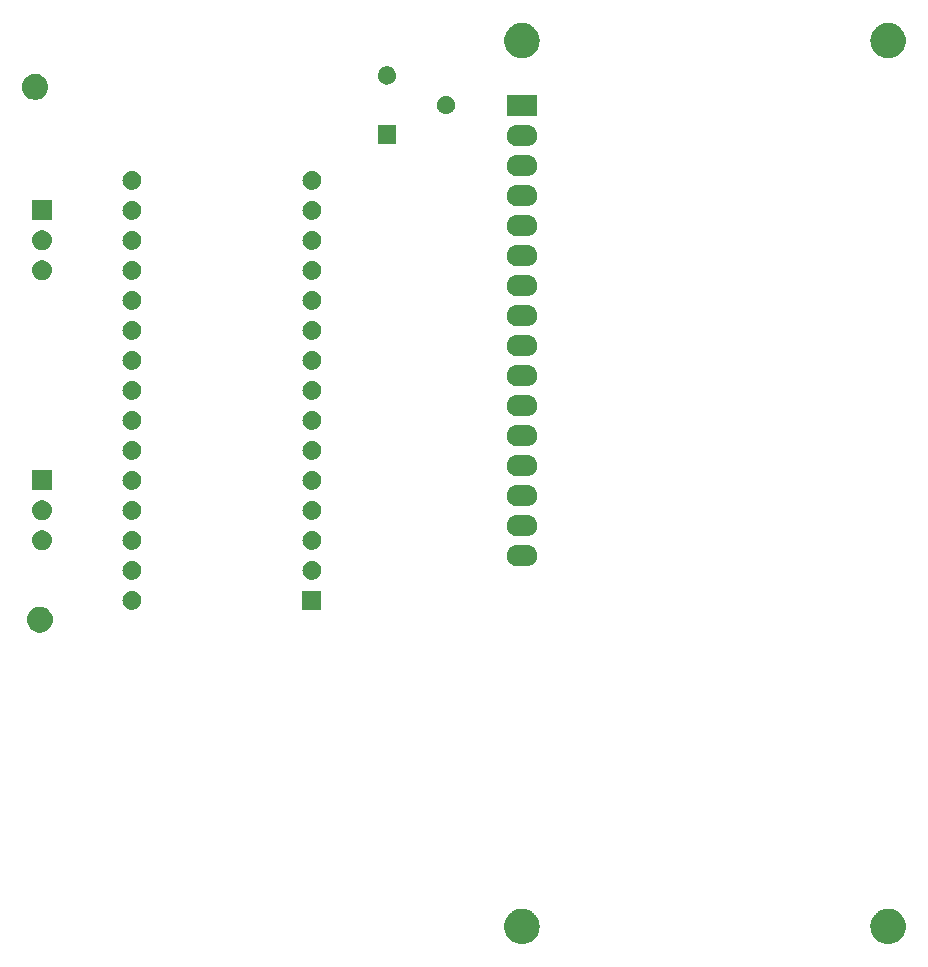
<source format=gts>
G04 #@! TF.GenerationSoftware,KiCad,Pcbnew,7.0.5*
G04 #@! TF.CreationDate,2024-09-21T21:16:43+03:00*
G04 #@! TF.ProjectId,MatterEverything_Board,4d617474-6572-4457-9665-72797468696e,rev?*
G04 #@! TF.SameCoordinates,Original*
G04 #@! TF.FileFunction,Soldermask,Top*
G04 #@! TF.FilePolarity,Negative*
%FSLAX46Y46*%
G04 Gerber Fmt 4.6, Leading zero omitted, Abs format (unit mm)*
G04 Created by KiCad (PCBNEW 7.0.5) date 2024-09-21 21:16:43*
%MOMM*%
%LPD*%
G01*
G04 APERTURE LIST*
G04 APERTURE END LIST*
G36*
X198182744Y-154365123D02*
G01*
X198243869Y-154365123D01*
X198298427Y-154374227D01*
X198354623Y-154378650D01*
X198422304Y-154394899D01*
X198488228Y-154405900D01*
X198534986Y-154421952D01*
X198583465Y-154433591D01*
X198654026Y-154462818D01*
X198722543Y-154486340D01*
X198760813Y-154507050D01*
X198800902Y-154523656D01*
X198871959Y-154567200D01*
X198940422Y-154604250D01*
X198970046Y-154627307D01*
X199001568Y-154646624D01*
X199070449Y-154705454D01*
X199135922Y-154756414D01*
X199157281Y-154779616D01*
X199180528Y-154799471D01*
X199244365Y-154874214D01*
X199303711Y-154938681D01*
X199317659Y-154960030D01*
X199333375Y-154978431D01*
X199389221Y-155069564D01*
X199439211Y-155146079D01*
X199447022Y-155163886D01*
X199456343Y-155179097D01*
X199501261Y-155287540D01*
X199538726Y-155372951D01*
X199542008Y-155385911D01*
X199546408Y-155396534D01*
X199577623Y-155526553D01*
X199599542Y-155613108D01*
X199600141Y-155620348D01*
X199601349Y-155625376D01*
X199616297Y-155815322D01*
X199620000Y-155860000D01*
X199616295Y-155904711D01*
X199601349Y-156094623D01*
X199600142Y-156099650D01*
X199599542Y-156106892D01*
X199577618Y-156193464D01*
X199546408Y-156323465D01*
X199542008Y-156334085D01*
X199538726Y-156347049D01*
X199501254Y-156432476D01*
X199456343Y-156540902D01*
X199447023Y-156556109D01*
X199439211Y-156573921D01*
X199389211Y-156650450D01*
X199333375Y-156741568D01*
X199317661Y-156759965D01*
X199303711Y-156781319D01*
X199244353Y-156845798D01*
X199180528Y-156920528D01*
X199157285Y-156940378D01*
X199135922Y-156963586D01*
X199070436Y-157014555D01*
X199001568Y-157073375D01*
X198970052Y-157092687D01*
X198940422Y-157115750D01*
X198871945Y-157152807D01*
X198800902Y-157196343D01*
X198760820Y-157212945D01*
X198722543Y-157233660D01*
X198654011Y-157257186D01*
X198583465Y-157286408D01*
X198534996Y-157298044D01*
X198488228Y-157314100D01*
X198422290Y-157325103D01*
X198354623Y-157341349D01*
X198298439Y-157345770D01*
X198243869Y-157354877D01*
X198182731Y-157354877D01*
X198120000Y-157359814D01*
X198057268Y-157354877D01*
X197996131Y-157354877D01*
X197941561Y-157345770D01*
X197885376Y-157341349D01*
X197817706Y-157325102D01*
X197751772Y-157314100D01*
X197705005Y-157298045D01*
X197656534Y-157286408D01*
X197585982Y-157257184D01*
X197517457Y-157233660D01*
X197479182Y-157212946D01*
X197439097Y-157196343D01*
X197368045Y-157152802D01*
X197299578Y-157115750D01*
X197269951Y-157092690D01*
X197238431Y-157073375D01*
X197169552Y-157014546D01*
X197104078Y-156963586D01*
X197082717Y-156940382D01*
X197059471Y-156920528D01*
X196995632Y-156845783D01*
X196936289Y-156781319D01*
X196922341Y-156759970D01*
X196906624Y-156741568D01*
X196850771Y-156650425D01*
X196800789Y-156573921D01*
X196792978Y-156556115D01*
X196783656Y-156540902D01*
X196738727Y-156432435D01*
X196701274Y-156347049D01*
X196697992Y-156334092D01*
X196693591Y-156323465D01*
X196662361Y-156193388D01*
X196640458Y-156106892D01*
X196639858Y-156099656D01*
X196638650Y-156094623D01*
X196623684Y-155904471D01*
X196620000Y-155860000D01*
X196623682Y-155815562D01*
X196638650Y-155625376D01*
X196639858Y-155620342D01*
X196640458Y-155613108D01*
X196662357Y-155526629D01*
X196693591Y-155396534D01*
X196697993Y-155385905D01*
X196701274Y-155372951D01*
X196738720Y-155287581D01*
X196783656Y-155179097D01*
X196792980Y-155163881D01*
X196800789Y-155146079D01*
X196850762Y-155069589D01*
X196906624Y-154978431D01*
X196922344Y-154960025D01*
X196936289Y-154938681D01*
X196995620Y-154874229D01*
X197059471Y-154799471D01*
X197082722Y-154779612D01*
X197104078Y-154756414D01*
X197169539Y-154705463D01*
X197238431Y-154646624D01*
X197269957Y-154627304D01*
X197299578Y-154604250D01*
X197368031Y-154567204D01*
X197439097Y-154523656D01*
X197479190Y-154507048D01*
X197517457Y-154486340D01*
X197585968Y-154462820D01*
X197656534Y-154433591D01*
X197705015Y-154421951D01*
X197751772Y-154405900D01*
X197817692Y-154394899D01*
X197885376Y-154378650D01*
X197941573Y-154374227D01*
X197996131Y-154365123D01*
X198057256Y-154365123D01*
X198120000Y-154360185D01*
X198182744Y-154365123D01*
G37*
G36*
X229183443Y-154364603D02*
G01*
X229244569Y-154364603D01*
X229299127Y-154373707D01*
X229355323Y-154378130D01*
X229423004Y-154394379D01*
X229488928Y-154405380D01*
X229535686Y-154421432D01*
X229584165Y-154433071D01*
X229654726Y-154462298D01*
X229723243Y-154485820D01*
X229761513Y-154506530D01*
X229801602Y-154523136D01*
X229872659Y-154566680D01*
X229941122Y-154603730D01*
X229970746Y-154626787D01*
X230002268Y-154646104D01*
X230071149Y-154704934D01*
X230136622Y-154755894D01*
X230157981Y-154779096D01*
X230181228Y-154798951D01*
X230245065Y-154873694D01*
X230304411Y-154938161D01*
X230318359Y-154959510D01*
X230334075Y-154977911D01*
X230389921Y-155069044D01*
X230439911Y-155145559D01*
X230447722Y-155163366D01*
X230457043Y-155178577D01*
X230501961Y-155287020D01*
X230539426Y-155372431D01*
X230542708Y-155385391D01*
X230547108Y-155396014D01*
X230578323Y-155526033D01*
X230600242Y-155612588D01*
X230600841Y-155619828D01*
X230602049Y-155624856D01*
X230616996Y-155814787D01*
X230620700Y-155859480D01*
X230616996Y-155904176D01*
X230602049Y-156094103D01*
X230600842Y-156099130D01*
X230600242Y-156106372D01*
X230578318Y-156192944D01*
X230547108Y-156322945D01*
X230542708Y-156333565D01*
X230539426Y-156346529D01*
X230501954Y-156431956D01*
X230457043Y-156540382D01*
X230447723Y-156555589D01*
X230439911Y-156573401D01*
X230389911Y-156649930D01*
X230334075Y-156741048D01*
X230318361Y-156759445D01*
X230304411Y-156780799D01*
X230245053Y-156845278D01*
X230181228Y-156920008D01*
X230157985Y-156939858D01*
X230136622Y-156963066D01*
X230071136Y-157014035D01*
X230002268Y-157072855D01*
X229970752Y-157092167D01*
X229941122Y-157115230D01*
X229872645Y-157152287D01*
X229801602Y-157195823D01*
X229761520Y-157212425D01*
X229723243Y-157233140D01*
X229654711Y-157256666D01*
X229584165Y-157285888D01*
X229535696Y-157297524D01*
X229488928Y-157313580D01*
X229422990Y-157324583D01*
X229355323Y-157340829D01*
X229299139Y-157345250D01*
X229244569Y-157354357D01*
X229183431Y-157354357D01*
X229120699Y-157359294D01*
X229057968Y-157354357D01*
X228996831Y-157354357D01*
X228942261Y-157345250D01*
X228886076Y-157340829D01*
X228818406Y-157324582D01*
X228752472Y-157313580D01*
X228705705Y-157297525D01*
X228657234Y-157285888D01*
X228586682Y-157256664D01*
X228518157Y-157233140D01*
X228479882Y-157212426D01*
X228439797Y-157195823D01*
X228368745Y-157152282D01*
X228300278Y-157115230D01*
X228270651Y-157092170D01*
X228239131Y-157072855D01*
X228170252Y-157014026D01*
X228104778Y-156963066D01*
X228083417Y-156939862D01*
X228060171Y-156920008D01*
X227996332Y-156845263D01*
X227936989Y-156780799D01*
X227923041Y-156759450D01*
X227907324Y-156741048D01*
X227851471Y-156649905D01*
X227801489Y-156573401D01*
X227793678Y-156555595D01*
X227784356Y-156540382D01*
X227739427Y-156431915D01*
X227701974Y-156346529D01*
X227698692Y-156333572D01*
X227694291Y-156322945D01*
X227663061Y-156192868D01*
X227641158Y-156106372D01*
X227640558Y-156099136D01*
X227639350Y-156094103D01*
X227624383Y-155903936D01*
X227620700Y-155859480D01*
X227624383Y-155815027D01*
X227639350Y-155624856D01*
X227640558Y-155619822D01*
X227641158Y-155612588D01*
X227663057Y-155526109D01*
X227694291Y-155396014D01*
X227698693Y-155385385D01*
X227701974Y-155372431D01*
X227739420Y-155287061D01*
X227784356Y-155178577D01*
X227793680Y-155163361D01*
X227801489Y-155145559D01*
X227851462Y-155069069D01*
X227907324Y-154977911D01*
X227923044Y-154959505D01*
X227936989Y-154938161D01*
X227996320Y-154873709D01*
X228060171Y-154798951D01*
X228083422Y-154779092D01*
X228104778Y-154755894D01*
X228170239Y-154704943D01*
X228239131Y-154646104D01*
X228270657Y-154626784D01*
X228300278Y-154603730D01*
X228368731Y-154566684D01*
X228439797Y-154523136D01*
X228479890Y-154506528D01*
X228518157Y-154485820D01*
X228586668Y-154462300D01*
X228657234Y-154433071D01*
X228705715Y-154421431D01*
X228752472Y-154405380D01*
X228818392Y-154394379D01*
X228886076Y-154378130D01*
X228942273Y-154373707D01*
X228996831Y-154364603D01*
X229057955Y-154364603D01*
X229120699Y-154359665D01*
X229183443Y-154364603D01*
G37*
G36*
X157601029Y-128841992D02*
G01*
X157790312Y-128915320D01*
X157962898Y-129022181D01*
X158112910Y-129158935D01*
X158235239Y-129320925D01*
X158325719Y-129502634D01*
X158381270Y-129697876D01*
X158400000Y-129900000D01*
X158381270Y-130102124D01*
X158325719Y-130297366D01*
X158235239Y-130479075D01*
X158112910Y-130641065D01*
X157962898Y-130777819D01*
X157790312Y-130884680D01*
X157601029Y-130958008D01*
X157401495Y-130995308D01*
X157198505Y-130995308D01*
X156998971Y-130958008D01*
X156809688Y-130884680D01*
X156637102Y-130777819D01*
X156487090Y-130641065D01*
X156364761Y-130479075D01*
X156274281Y-130297366D01*
X156218730Y-130102124D01*
X156200000Y-129900000D01*
X156218730Y-129697876D01*
X156274281Y-129502634D01*
X156364761Y-129320925D01*
X156487090Y-129158935D01*
X156637102Y-129022181D01*
X156809688Y-128915320D01*
X156998971Y-128841992D01*
X157198505Y-128804692D01*
X157401495Y-128804692D01*
X157601029Y-128841992D01*
G37*
G36*
X165141811Y-127474711D02*
G01*
X165183588Y-127474711D01*
X165230718Y-127484728D01*
X165278017Y-127490058D01*
X165312408Y-127502092D01*
X165347110Y-127509468D01*
X165397117Y-127531733D01*
X165447107Y-127549225D01*
X165473128Y-127565575D01*
X165499835Y-127577466D01*
X165549633Y-127613646D01*
X165598792Y-127644535D01*
X165616444Y-127662187D01*
X165635084Y-127675730D01*
X165681165Y-127726908D01*
X165725465Y-127771208D01*
X165735654Y-127787424D01*
X165746946Y-127799965D01*
X165785573Y-127866870D01*
X165820775Y-127922893D01*
X165825170Y-127935453D01*
X165830535Y-127944746D01*
X165858010Y-128029305D01*
X165879942Y-128091983D01*
X165880773Y-128099363D01*
X165882195Y-128103738D01*
X165895076Y-128226306D01*
X165900000Y-128270000D01*
X165895076Y-128313697D01*
X165882195Y-128436261D01*
X165880773Y-128440635D01*
X165879942Y-128448017D01*
X165858005Y-128510707D01*
X165830535Y-128595253D01*
X165825171Y-128604543D01*
X165820775Y-128617107D01*
X165785566Y-128673140D01*
X165746946Y-128740034D01*
X165735656Y-128752572D01*
X165725465Y-128768792D01*
X165681155Y-128813101D01*
X165635084Y-128864269D01*
X165616448Y-128877808D01*
X165598792Y-128895465D01*
X165549623Y-128926359D01*
X165499835Y-128962533D01*
X165473134Y-128974421D01*
X165447107Y-128990775D01*
X165397107Y-129008270D01*
X165347110Y-129030531D01*
X165312414Y-129037905D01*
X165278017Y-129049942D01*
X165230715Y-129055271D01*
X165183588Y-129065289D01*
X165141811Y-129065289D01*
X165100000Y-129070000D01*
X165058189Y-129065289D01*
X165016412Y-129065289D01*
X164969284Y-129055271D01*
X164921983Y-129049942D01*
X164887586Y-129037906D01*
X164852889Y-129030531D01*
X164802887Y-129008268D01*
X164752893Y-128990775D01*
X164726868Y-128974422D01*
X164700164Y-128962533D01*
X164650369Y-128926355D01*
X164601208Y-128895465D01*
X164583554Y-128877811D01*
X164564915Y-128864269D01*
X164518833Y-128813090D01*
X164474535Y-128768792D01*
X164464345Y-128752575D01*
X164453053Y-128740034D01*
X164414420Y-128673120D01*
X164379225Y-128617107D01*
X164374830Y-128604547D01*
X164369464Y-128595253D01*
X164341980Y-128510667D01*
X164320058Y-128448017D01*
X164319226Y-128440639D01*
X164317804Y-128436261D01*
X164304908Y-128313565D01*
X164300000Y-128270000D01*
X164304908Y-128226438D01*
X164317804Y-128103738D01*
X164319226Y-128099358D01*
X164320058Y-128091983D01*
X164341975Y-128029345D01*
X164369464Y-127944746D01*
X164374831Y-127935449D01*
X164379225Y-127922893D01*
X164414413Y-127866890D01*
X164453053Y-127799965D01*
X164464347Y-127787421D01*
X164474535Y-127771208D01*
X164518826Y-127726916D01*
X164564917Y-127675728D01*
X164583559Y-127662183D01*
X164601208Y-127644535D01*
X164650354Y-127613654D01*
X164700162Y-127577467D01*
X164726873Y-127565574D01*
X164752893Y-127549225D01*
X164802877Y-127531734D01*
X164852889Y-127509468D01*
X164887592Y-127502091D01*
X164921983Y-127490058D01*
X164969281Y-127484728D01*
X165016412Y-127474711D01*
X165058189Y-127474711D01*
X165100000Y-127470000D01*
X165141811Y-127474711D01*
G37*
G36*
X181140000Y-129070000D02*
G01*
X179540000Y-129070000D01*
X179540000Y-127470000D01*
X181140000Y-127470000D01*
X181140000Y-129070000D01*
G37*
G36*
X165141811Y-124934711D02*
G01*
X165183588Y-124934711D01*
X165230718Y-124944728D01*
X165278017Y-124950058D01*
X165312408Y-124962092D01*
X165347110Y-124969468D01*
X165397117Y-124991733D01*
X165447107Y-125009225D01*
X165473128Y-125025575D01*
X165499835Y-125037466D01*
X165549633Y-125073646D01*
X165598792Y-125104535D01*
X165616444Y-125122187D01*
X165635084Y-125135730D01*
X165681165Y-125186908D01*
X165725465Y-125231208D01*
X165735654Y-125247424D01*
X165746946Y-125259965D01*
X165785573Y-125326870D01*
X165820775Y-125382893D01*
X165825170Y-125395453D01*
X165830535Y-125404746D01*
X165858010Y-125489305D01*
X165879942Y-125551983D01*
X165880773Y-125559363D01*
X165882195Y-125563738D01*
X165895077Y-125686316D01*
X165900000Y-125730000D01*
X165895075Y-125773707D01*
X165882195Y-125896261D01*
X165880773Y-125900635D01*
X165879942Y-125908017D01*
X165858005Y-125970707D01*
X165830535Y-126055253D01*
X165825171Y-126064543D01*
X165820775Y-126077107D01*
X165785566Y-126133140D01*
X165746946Y-126200034D01*
X165735656Y-126212572D01*
X165725465Y-126228792D01*
X165681155Y-126273101D01*
X165635084Y-126324269D01*
X165616448Y-126337808D01*
X165598792Y-126355465D01*
X165549623Y-126386359D01*
X165499835Y-126422533D01*
X165473134Y-126434421D01*
X165447107Y-126450775D01*
X165397107Y-126468270D01*
X165347110Y-126490531D01*
X165312414Y-126497905D01*
X165278017Y-126509942D01*
X165230715Y-126515271D01*
X165183588Y-126525289D01*
X165141811Y-126525289D01*
X165100000Y-126530000D01*
X165058189Y-126525289D01*
X165016412Y-126525289D01*
X164969284Y-126515271D01*
X164921983Y-126509942D01*
X164887586Y-126497906D01*
X164852889Y-126490531D01*
X164802887Y-126468268D01*
X164752893Y-126450775D01*
X164726868Y-126434422D01*
X164700164Y-126422533D01*
X164650369Y-126386355D01*
X164601208Y-126355465D01*
X164583554Y-126337811D01*
X164564915Y-126324269D01*
X164518833Y-126273090D01*
X164474535Y-126228792D01*
X164464345Y-126212575D01*
X164453053Y-126200034D01*
X164414420Y-126133120D01*
X164379225Y-126077107D01*
X164374830Y-126064547D01*
X164369464Y-126055253D01*
X164341980Y-125970667D01*
X164320058Y-125908017D01*
X164319226Y-125900639D01*
X164317804Y-125896261D01*
X164304909Y-125773575D01*
X164300000Y-125730000D01*
X164304907Y-125686448D01*
X164317804Y-125563738D01*
X164319226Y-125559358D01*
X164320058Y-125551983D01*
X164341975Y-125489345D01*
X164369464Y-125404746D01*
X164374831Y-125395449D01*
X164379225Y-125382893D01*
X164414413Y-125326890D01*
X164453053Y-125259965D01*
X164464347Y-125247421D01*
X164474535Y-125231208D01*
X164518826Y-125186916D01*
X164564917Y-125135728D01*
X164583559Y-125122183D01*
X164601208Y-125104535D01*
X164650354Y-125073654D01*
X164700162Y-125037467D01*
X164726873Y-125025574D01*
X164752893Y-125009225D01*
X164802877Y-124991734D01*
X164852889Y-124969468D01*
X164887592Y-124962091D01*
X164921983Y-124950058D01*
X164969281Y-124944728D01*
X165016412Y-124934711D01*
X165058189Y-124934711D01*
X165100000Y-124930000D01*
X165141811Y-124934711D01*
G37*
G36*
X180381811Y-124934711D02*
G01*
X180423588Y-124934711D01*
X180470718Y-124944728D01*
X180518017Y-124950058D01*
X180552408Y-124962092D01*
X180587110Y-124969468D01*
X180637117Y-124991733D01*
X180687107Y-125009225D01*
X180713128Y-125025575D01*
X180739835Y-125037466D01*
X180789633Y-125073646D01*
X180838792Y-125104535D01*
X180856444Y-125122187D01*
X180875084Y-125135730D01*
X180921165Y-125186908D01*
X180965465Y-125231208D01*
X180975654Y-125247424D01*
X180986946Y-125259965D01*
X181025573Y-125326870D01*
X181060775Y-125382893D01*
X181065170Y-125395453D01*
X181070535Y-125404746D01*
X181098010Y-125489305D01*
X181119942Y-125551983D01*
X181120773Y-125559363D01*
X181122195Y-125563738D01*
X181135077Y-125686316D01*
X181140000Y-125730000D01*
X181135075Y-125773707D01*
X181122195Y-125896261D01*
X181120773Y-125900635D01*
X181119942Y-125908017D01*
X181098005Y-125970707D01*
X181070535Y-126055253D01*
X181065171Y-126064543D01*
X181060775Y-126077107D01*
X181025566Y-126133140D01*
X180986946Y-126200034D01*
X180975656Y-126212572D01*
X180965465Y-126228792D01*
X180921155Y-126273101D01*
X180875084Y-126324269D01*
X180856448Y-126337808D01*
X180838792Y-126355465D01*
X180789623Y-126386359D01*
X180739835Y-126422533D01*
X180713134Y-126434421D01*
X180687107Y-126450775D01*
X180637107Y-126468270D01*
X180587110Y-126490531D01*
X180552414Y-126497905D01*
X180518017Y-126509942D01*
X180470715Y-126515271D01*
X180423588Y-126525289D01*
X180381811Y-126525289D01*
X180340000Y-126530000D01*
X180298189Y-126525289D01*
X180256412Y-126525289D01*
X180209284Y-126515271D01*
X180161983Y-126509942D01*
X180127586Y-126497906D01*
X180092889Y-126490531D01*
X180042887Y-126468268D01*
X179992893Y-126450775D01*
X179966868Y-126434422D01*
X179940164Y-126422533D01*
X179890369Y-126386355D01*
X179841208Y-126355465D01*
X179823554Y-126337811D01*
X179804915Y-126324269D01*
X179758833Y-126273090D01*
X179714535Y-126228792D01*
X179704345Y-126212575D01*
X179693053Y-126200034D01*
X179654420Y-126133120D01*
X179619225Y-126077107D01*
X179614830Y-126064547D01*
X179609464Y-126055253D01*
X179581980Y-125970667D01*
X179560058Y-125908017D01*
X179559226Y-125900639D01*
X179557804Y-125896261D01*
X179544909Y-125773575D01*
X179540000Y-125730000D01*
X179544907Y-125686448D01*
X179557804Y-125563738D01*
X179559226Y-125559358D01*
X179560058Y-125551983D01*
X179581975Y-125489345D01*
X179609464Y-125404746D01*
X179614831Y-125395449D01*
X179619225Y-125382893D01*
X179654413Y-125326890D01*
X179693053Y-125259965D01*
X179704347Y-125247421D01*
X179714535Y-125231208D01*
X179758826Y-125186916D01*
X179804917Y-125135728D01*
X179823559Y-125122183D01*
X179841208Y-125104535D01*
X179890354Y-125073654D01*
X179940162Y-125037467D01*
X179966873Y-125025574D01*
X179992893Y-125009225D01*
X180042877Y-124991734D01*
X180092889Y-124969468D01*
X180127592Y-124962091D01*
X180161983Y-124950058D01*
X180209281Y-124944728D01*
X180256412Y-124934711D01*
X180298189Y-124934711D01*
X180340000Y-124930000D01*
X180381811Y-124934711D01*
G37*
G36*
X198521417Y-123560149D02*
G01*
X198609517Y-123564616D01*
X198657250Y-123574425D01*
X198707121Y-123579667D01*
X198749051Y-123593291D01*
X198789332Y-123601569D01*
X198835487Y-123621375D01*
X198886063Y-123637809D01*
X198921624Y-123658340D01*
X198956624Y-123673360D01*
X199000340Y-123703787D01*
X199049007Y-123731885D01*
X199077262Y-123757326D01*
X199106033Y-123777351D01*
X199144822Y-123818157D01*
X199188830Y-123857782D01*
X199209397Y-123886090D01*
X199231453Y-123909293D01*
X199262834Y-123959640D01*
X199299423Y-124010000D01*
X199312422Y-124039197D01*
X199327746Y-124063782D01*
X199349401Y-124122254D01*
X199375951Y-124181885D01*
X199381964Y-124210176D01*
X199390969Y-124234489D01*
X199400869Y-124299116D01*
X199415070Y-124365924D01*
X199415070Y-124391812D01*
X199418535Y-124414431D01*
X199415070Y-124482763D01*
X199415070Y-124554076D01*
X199410320Y-124576418D01*
X199409316Y-124596236D01*
X199391403Y-124665417D01*
X199375951Y-124738115D01*
X199367896Y-124756206D01*
X199363685Y-124772471D01*
X199330870Y-124839368D01*
X199299423Y-124910000D01*
X199289574Y-124923555D01*
X199283519Y-124935900D01*
X199236060Y-124997211D01*
X199188830Y-125062218D01*
X199178636Y-125071396D01*
X199172088Y-125079856D01*
X199110946Y-125132344D01*
X199049007Y-125188115D01*
X199039769Y-125193448D01*
X199033963Y-125198433D01*
X198960785Y-125239049D01*
X198886063Y-125282191D01*
X198878819Y-125284544D01*
X198874794Y-125286779D01*
X198791828Y-125312809D01*
X198707121Y-125340333D01*
X198702587Y-125340809D01*
X198701107Y-125341274D01*
X198610601Y-125350477D01*
X198520000Y-125360000D01*
X198516959Y-125360000D01*
X197721521Y-125360000D01*
X197720000Y-125360000D01*
X197718581Y-125359850D01*
X197630482Y-125355383D01*
X197582757Y-125345575D01*
X197532879Y-125340333D01*
X197490941Y-125326706D01*
X197450667Y-125318430D01*
X197404518Y-125298625D01*
X197353937Y-125282191D01*
X197318371Y-125261657D01*
X197283375Y-125246639D01*
X197239662Y-125216214D01*
X197190993Y-125188115D01*
X197162736Y-125162672D01*
X197133966Y-125142648D01*
X197095177Y-125101842D01*
X197051170Y-125062218D01*
X197030603Y-125033909D01*
X197008546Y-125010706D01*
X196977162Y-124960356D01*
X196940577Y-124910000D01*
X196927578Y-124880804D01*
X196912253Y-124856217D01*
X196890594Y-124797736D01*
X196864049Y-124738115D01*
X196858036Y-124709827D01*
X196849030Y-124685510D01*
X196839127Y-124620868D01*
X196824930Y-124554076D01*
X196824930Y-124528192D01*
X196821464Y-124505568D01*
X196824930Y-124437216D01*
X196824930Y-124365924D01*
X196829677Y-124343587D01*
X196830683Y-124323763D01*
X196848602Y-124254555D01*
X196864049Y-124181885D01*
X196872100Y-124163800D01*
X196876314Y-124147528D01*
X196909144Y-124080598D01*
X196940577Y-124010000D01*
X196950421Y-123996450D01*
X196956480Y-123984099D01*
X197003966Y-123922751D01*
X197051170Y-123857782D01*
X197061358Y-123848608D01*
X197067911Y-123840143D01*
X197129097Y-123787615D01*
X197190993Y-123731885D01*
X197200223Y-123726555D01*
X197206036Y-123721566D01*
X197279283Y-123680910D01*
X197353937Y-123637809D01*
X197361173Y-123635457D01*
X197365205Y-123633220D01*
X197448289Y-123607151D01*
X197532879Y-123579667D01*
X197537406Y-123579191D01*
X197538892Y-123578725D01*
X197629562Y-123569505D01*
X197720000Y-123560000D01*
X198520000Y-123560000D01*
X198521417Y-123560149D01*
G37*
G36*
X157742664Y-122381602D02*
G01*
X157905000Y-122453878D01*
X158048761Y-122558327D01*
X158167664Y-122690383D01*
X158256514Y-122844274D01*
X158311425Y-123013275D01*
X158330000Y-123190000D01*
X158311425Y-123366725D01*
X158256514Y-123535726D01*
X158167664Y-123689617D01*
X158048761Y-123821673D01*
X157905000Y-123926122D01*
X157742664Y-123998398D01*
X157568849Y-124035344D01*
X157391151Y-124035344D01*
X157217336Y-123998398D01*
X157055000Y-123926122D01*
X156911239Y-123821673D01*
X156792336Y-123689617D01*
X156703486Y-123535726D01*
X156648575Y-123366725D01*
X156630000Y-123190000D01*
X156648575Y-123013275D01*
X156703486Y-122844274D01*
X156792336Y-122690383D01*
X156911239Y-122558327D01*
X157055000Y-122453878D01*
X157217336Y-122381602D01*
X157391151Y-122344656D01*
X157568849Y-122344656D01*
X157742664Y-122381602D01*
G37*
G36*
X165141811Y-122394711D02*
G01*
X165183588Y-122394711D01*
X165230718Y-122404728D01*
X165278017Y-122410058D01*
X165312408Y-122422092D01*
X165347110Y-122429468D01*
X165397117Y-122451733D01*
X165447107Y-122469225D01*
X165473128Y-122485575D01*
X165499835Y-122497466D01*
X165549633Y-122533646D01*
X165598792Y-122564535D01*
X165616444Y-122582187D01*
X165635084Y-122595730D01*
X165681165Y-122646908D01*
X165725465Y-122691208D01*
X165735654Y-122707424D01*
X165746946Y-122719965D01*
X165785573Y-122786870D01*
X165820775Y-122842893D01*
X165825170Y-122855453D01*
X165830535Y-122864746D01*
X165858010Y-122949305D01*
X165879942Y-123011983D01*
X165880773Y-123019363D01*
X165882195Y-123023738D01*
X165895077Y-123146316D01*
X165900000Y-123190000D01*
X165895075Y-123233707D01*
X165882195Y-123356261D01*
X165880773Y-123360635D01*
X165879942Y-123368017D01*
X165858005Y-123430707D01*
X165830535Y-123515253D01*
X165825171Y-123524543D01*
X165820775Y-123537107D01*
X165785566Y-123593140D01*
X165746946Y-123660034D01*
X165735656Y-123672572D01*
X165725465Y-123688792D01*
X165681155Y-123733101D01*
X165635084Y-123784269D01*
X165616448Y-123797808D01*
X165598792Y-123815465D01*
X165549623Y-123846359D01*
X165499835Y-123882533D01*
X165473134Y-123894421D01*
X165447107Y-123910775D01*
X165397107Y-123928270D01*
X165347110Y-123950531D01*
X165312414Y-123957905D01*
X165278017Y-123969942D01*
X165230715Y-123975271D01*
X165183588Y-123985289D01*
X165141811Y-123985289D01*
X165100000Y-123990000D01*
X165058189Y-123985289D01*
X165016412Y-123985289D01*
X164969284Y-123975271D01*
X164921983Y-123969942D01*
X164887586Y-123957906D01*
X164852889Y-123950531D01*
X164802887Y-123928268D01*
X164752893Y-123910775D01*
X164726868Y-123894422D01*
X164700164Y-123882533D01*
X164650369Y-123846355D01*
X164601208Y-123815465D01*
X164583554Y-123797811D01*
X164564915Y-123784269D01*
X164518833Y-123733090D01*
X164474535Y-123688792D01*
X164464345Y-123672575D01*
X164453053Y-123660034D01*
X164414420Y-123593120D01*
X164379225Y-123537107D01*
X164374830Y-123524547D01*
X164369464Y-123515253D01*
X164341980Y-123430667D01*
X164320058Y-123368017D01*
X164319226Y-123360639D01*
X164317804Y-123356261D01*
X164304909Y-123233575D01*
X164300000Y-123190000D01*
X164304907Y-123146448D01*
X164317804Y-123023738D01*
X164319226Y-123019358D01*
X164320058Y-123011983D01*
X164341975Y-122949345D01*
X164369464Y-122864746D01*
X164374831Y-122855449D01*
X164379225Y-122842893D01*
X164414413Y-122786890D01*
X164453053Y-122719965D01*
X164464347Y-122707421D01*
X164474535Y-122691208D01*
X164518826Y-122646916D01*
X164564917Y-122595728D01*
X164583559Y-122582183D01*
X164601208Y-122564535D01*
X164650354Y-122533654D01*
X164700162Y-122497467D01*
X164726873Y-122485574D01*
X164752893Y-122469225D01*
X164802877Y-122451734D01*
X164852889Y-122429468D01*
X164887592Y-122422091D01*
X164921983Y-122410058D01*
X164969281Y-122404728D01*
X165016412Y-122394711D01*
X165058189Y-122394711D01*
X165100000Y-122390000D01*
X165141811Y-122394711D01*
G37*
G36*
X180381811Y-122394711D02*
G01*
X180423588Y-122394711D01*
X180470718Y-122404728D01*
X180518017Y-122410058D01*
X180552408Y-122422092D01*
X180587110Y-122429468D01*
X180637117Y-122451733D01*
X180687107Y-122469225D01*
X180713128Y-122485575D01*
X180739835Y-122497466D01*
X180789633Y-122533646D01*
X180838792Y-122564535D01*
X180856444Y-122582187D01*
X180875084Y-122595730D01*
X180921165Y-122646908D01*
X180965465Y-122691208D01*
X180975654Y-122707424D01*
X180986946Y-122719965D01*
X181025573Y-122786870D01*
X181060775Y-122842893D01*
X181065170Y-122855453D01*
X181070535Y-122864746D01*
X181098010Y-122949305D01*
X181119942Y-123011983D01*
X181120773Y-123019363D01*
X181122195Y-123023738D01*
X181135077Y-123146316D01*
X181140000Y-123190000D01*
X181135075Y-123233707D01*
X181122195Y-123356261D01*
X181120773Y-123360635D01*
X181119942Y-123368017D01*
X181098005Y-123430707D01*
X181070535Y-123515253D01*
X181065171Y-123524543D01*
X181060775Y-123537107D01*
X181025566Y-123593140D01*
X180986946Y-123660034D01*
X180975656Y-123672572D01*
X180965465Y-123688792D01*
X180921155Y-123733101D01*
X180875084Y-123784269D01*
X180856448Y-123797808D01*
X180838792Y-123815465D01*
X180789623Y-123846359D01*
X180739835Y-123882533D01*
X180713134Y-123894421D01*
X180687107Y-123910775D01*
X180637107Y-123928270D01*
X180587110Y-123950531D01*
X180552414Y-123957905D01*
X180518017Y-123969942D01*
X180470715Y-123975271D01*
X180423588Y-123985289D01*
X180381811Y-123985289D01*
X180340000Y-123990000D01*
X180298189Y-123985289D01*
X180256412Y-123985289D01*
X180209284Y-123975271D01*
X180161983Y-123969942D01*
X180127586Y-123957906D01*
X180092889Y-123950531D01*
X180042887Y-123928268D01*
X179992893Y-123910775D01*
X179966868Y-123894422D01*
X179940164Y-123882533D01*
X179890369Y-123846355D01*
X179841208Y-123815465D01*
X179823554Y-123797811D01*
X179804915Y-123784269D01*
X179758833Y-123733090D01*
X179714535Y-123688792D01*
X179704345Y-123672575D01*
X179693053Y-123660034D01*
X179654420Y-123593120D01*
X179619225Y-123537107D01*
X179614830Y-123524547D01*
X179609464Y-123515253D01*
X179581980Y-123430667D01*
X179560058Y-123368017D01*
X179559226Y-123360639D01*
X179557804Y-123356261D01*
X179544909Y-123233575D01*
X179540000Y-123190000D01*
X179544907Y-123146448D01*
X179557804Y-123023738D01*
X179559226Y-123019358D01*
X179560058Y-123011983D01*
X179581975Y-122949345D01*
X179609464Y-122864746D01*
X179614831Y-122855449D01*
X179619225Y-122842893D01*
X179654413Y-122786890D01*
X179693053Y-122719965D01*
X179704347Y-122707421D01*
X179714535Y-122691208D01*
X179758826Y-122646916D01*
X179804917Y-122595728D01*
X179823559Y-122582183D01*
X179841208Y-122564535D01*
X179890354Y-122533654D01*
X179940162Y-122497467D01*
X179966873Y-122485574D01*
X179992893Y-122469225D01*
X180042877Y-122451734D01*
X180092889Y-122429468D01*
X180127592Y-122422091D01*
X180161983Y-122410058D01*
X180209281Y-122404728D01*
X180256412Y-122394711D01*
X180298189Y-122394711D01*
X180340000Y-122390000D01*
X180381811Y-122394711D01*
G37*
G36*
X198521417Y-121020149D02*
G01*
X198609517Y-121024616D01*
X198657250Y-121034425D01*
X198707121Y-121039667D01*
X198749051Y-121053291D01*
X198789332Y-121061569D01*
X198835487Y-121081375D01*
X198886063Y-121097809D01*
X198921624Y-121118340D01*
X198956624Y-121133360D01*
X199000340Y-121163787D01*
X199049007Y-121191885D01*
X199077262Y-121217326D01*
X199106033Y-121237351D01*
X199144822Y-121278157D01*
X199188830Y-121317782D01*
X199209397Y-121346090D01*
X199231453Y-121369293D01*
X199262834Y-121419640D01*
X199299423Y-121470000D01*
X199312422Y-121499197D01*
X199327746Y-121523782D01*
X199349401Y-121582254D01*
X199375951Y-121641885D01*
X199381964Y-121670176D01*
X199390969Y-121694489D01*
X199400869Y-121759116D01*
X199415070Y-121825924D01*
X199415070Y-121851812D01*
X199418535Y-121874431D01*
X199415070Y-121942763D01*
X199415070Y-122014076D01*
X199410320Y-122036418D01*
X199409316Y-122056236D01*
X199391403Y-122125417D01*
X199375951Y-122198115D01*
X199367896Y-122216206D01*
X199363685Y-122232471D01*
X199330870Y-122299368D01*
X199299423Y-122370000D01*
X199289574Y-122383555D01*
X199283519Y-122395900D01*
X199236060Y-122457211D01*
X199188830Y-122522218D01*
X199178636Y-122531396D01*
X199172088Y-122539856D01*
X199110946Y-122592344D01*
X199049007Y-122648115D01*
X199039769Y-122653448D01*
X199033963Y-122658433D01*
X198960785Y-122699049D01*
X198886063Y-122742191D01*
X198878819Y-122744544D01*
X198874794Y-122746779D01*
X198791828Y-122772809D01*
X198707121Y-122800333D01*
X198702587Y-122800809D01*
X198701107Y-122801274D01*
X198610601Y-122810477D01*
X198520000Y-122820000D01*
X198516959Y-122820000D01*
X197721521Y-122820000D01*
X197720000Y-122820000D01*
X197718581Y-122819850D01*
X197630482Y-122815383D01*
X197582757Y-122805575D01*
X197532879Y-122800333D01*
X197490941Y-122786706D01*
X197450667Y-122778430D01*
X197404518Y-122758625D01*
X197353937Y-122742191D01*
X197318371Y-122721657D01*
X197283375Y-122706639D01*
X197239662Y-122676214D01*
X197190993Y-122648115D01*
X197162736Y-122622672D01*
X197133966Y-122602648D01*
X197095177Y-122561842D01*
X197051170Y-122522218D01*
X197030603Y-122493909D01*
X197008546Y-122470706D01*
X196977162Y-122420356D01*
X196940577Y-122370000D01*
X196927578Y-122340804D01*
X196912253Y-122316217D01*
X196890594Y-122257736D01*
X196864049Y-122198115D01*
X196858036Y-122169827D01*
X196849030Y-122145510D01*
X196839127Y-122080868D01*
X196824930Y-122014076D01*
X196824930Y-121988192D01*
X196821464Y-121965568D01*
X196824930Y-121897216D01*
X196824930Y-121825924D01*
X196829677Y-121803587D01*
X196830683Y-121783763D01*
X196848602Y-121714555D01*
X196864049Y-121641885D01*
X196872100Y-121623800D01*
X196876314Y-121607528D01*
X196909144Y-121540598D01*
X196940577Y-121470000D01*
X196950421Y-121456450D01*
X196956480Y-121444099D01*
X197003966Y-121382751D01*
X197051170Y-121317782D01*
X197061358Y-121308608D01*
X197067911Y-121300143D01*
X197129097Y-121247615D01*
X197190993Y-121191885D01*
X197200223Y-121186555D01*
X197206036Y-121181566D01*
X197279283Y-121140910D01*
X197353937Y-121097809D01*
X197361173Y-121095457D01*
X197365205Y-121093220D01*
X197448289Y-121067151D01*
X197532879Y-121039667D01*
X197537406Y-121039191D01*
X197538892Y-121038725D01*
X197629562Y-121029505D01*
X197720000Y-121020000D01*
X198520000Y-121020000D01*
X198521417Y-121020149D01*
G37*
G36*
X157742664Y-119841602D02*
G01*
X157905000Y-119913878D01*
X158048761Y-120018327D01*
X158167664Y-120150383D01*
X158256514Y-120304274D01*
X158311425Y-120473275D01*
X158330000Y-120650000D01*
X158311425Y-120826725D01*
X158256514Y-120995726D01*
X158167664Y-121149617D01*
X158048761Y-121281673D01*
X157905000Y-121386122D01*
X157742664Y-121458398D01*
X157568849Y-121495344D01*
X157391151Y-121495344D01*
X157217336Y-121458398D01*
X157055000Y-121386122D01*
X156911239Y-121281673D01*
X156792336Y-121149617D01*
X156703486Y-120995726D01*
X156648575Y-120826725D01*
X156630000Y-120650000D01*
X156648575Y-120473275D01*
X156703486Y-120304274D01*
X156792336Y-120150383D01*
X156911239Y-120018327D01*
X157055000Y-119913878D01*
X157217336Y-119841602D01*
X157391151Y-119804656D01*
X157568849Y-119804656D01*
X157742664Y-119841602D01*
G37*
G36*
X165141811Y-119854711D02*
G01*
X165183588Y-119854711D01*
X165230718Y-119864728D01*
X165278017Y-119870058D01*
X165312408Y-119882092D01*
X165347110Y-119889468D01*
X165397117Y-119911733D01*
X165447107Y-119929225D01*
X165473128Y-119945575D01*
X165499835Y-119957466D01*
X165549633Y-119993646D01*
X165598792Y-120024535D01*
X165616444Y-120042187D01*
X165635084Y-120055730D01*
X165681165Y-120106908D01*
X165725465Y-120151208D01*
X165735654Y-120167424D01*
X165746946Y-120179965D01*
X165785573Y-120246870D01*
X165820775Y-120302893D01*
X165825170Y-120315453D01*
X165830535Y-120324746D01*
X165858010Y-120409305D01*
X165879942Y-120471983D01*
X165880773Y-120479363D01*
X165882195Y-120483738D01*
X165895076Y-120606306D01*
X165900000Y-120650000D01*
X165895076Y-120693697D01*
X165882195Y-120816261D01*
X165880773Y-120820635D01*
X165879942Y-120828017D01*
X165858005Y-120890707D01*
X165830535Y-120975253D01*
X165825171Y-120984543D01*
X165820775Y-120997107D01*
X165785566Y-121053140D01*
X165746946Y-121120034D01*
X165735656Y-121132572D01*
X165725465Y-121148792D01*
X165681155Y-121193101D01*
X165635084Y-121244269D01*
X165616448Y-121257808D01*
X165598792Y-121275465D01*
X165549623Y-121306359D01*
X165499835Y-121342533D01*
X165473134Y-121354421D01*
X165447107Y-121370775D01*
X165397107Y-121388270D01*
X165347110Y-121410531D01*
X165312414Y-121417905D01*
X165278017Y-121429942D01*
X165230715Y-121435271D01*
X165183588Y-121445289D01*
X165141811Y-121445289D01*
X165100000Y-121450000D01*
X165058189Y-121445289D01*
X165016412Y-121445289D01*
X164969284Y-121435271D01*
X164921983Y-121429942D01*
X164887586Y-121417906D01*
X164852889Y-121410531D01*
X164802887Y-121388268D01*
X164752893Y-121370775D01*
X164726868Y-121354422D01*
X164700164Y-121342533D01*
X164650369Y-121306355D01*
X164601208Y-121275465D01*
X164583554Y-121257811D01*
X164564915Y-121244269D01*
X164518833Y-121193090D01*
X164474535Y-121148792D01*
X164464345Y-121132575D01*
X164453053Y-121120034D01*
X164414420Y-121053120D01*
X164379225Y-120997107D01*
X164374830Y-120984547D01*
X164369464Y-120975253D01*
X164341980Y-120890667D01*
X164320058Y-120828017D01*
X164319226Y-120820639D01*
X164317804Y-120816261D01*
X164304908Y-120693565D01*
X164300000Y-120650000D01*
X164304908Y-120606438D01*
X164317804Y-120483738D01*
X164319226Y-120479358D01*
X164320058Y-120471983D01*
X164341975Y-120409345D01*
X164369464Y-120324746D01*
X164374831Y-120315449D01*
X164379225Y-120302893D01*
X164414413Y-120246890D01*
X164453053Y-120179965D01*
X164464347Y-120167421D01*
X164474535Y-120151208D01*
X164518826Y-120106916D01*
X164564917Y-120055728D01*
X164583559Y-120042183D01*
X164601208Y-120024535D01*
X164650354Y-119993654D01*
X164700162Y-119957467D01*
X164726873Y-119945574D01*
X164752893Y-119929225D01*
X164802877Y-119911734D01*
X164852889Y-119889468D01*
X164887592Y-119882091D01*
X164921983Y-119870058D01*
X164969281Y-119864728D01*
X165016412Y-119854711D01*
X165058189Y-119854711D01*
X165100000Y-119850000D01*
X165141811Y-119854711D01*
G37*
G36*
X180381811Y-119854711D02*
G01*
X180423588Y-119854711D01*
X180470718Y-119864728D01*
X180518017Y-119870058D01*
X180552408Y-119882092D01*
X180587110Y-119889468D01*
X180637117Y-119911733D01*
X180687107Y-119929225D01*
X180713128Y-119945575D01*
X180739835Y-119957466D01*
X180789633Y-119993646D01*
X180838792Y-120024535D01*
X180856444Y-120042187D01*
X180875084Y-120055730D01*
X180921165Y-120106908D01*
X180965465Y-120151208D01*
X180975654Y-120167424D01*
X180986946Y-120179965D01*
X181025573Y-120246870D01*
X181060775Y-120302893D01*
X181065170Y-120315453D01*
X181070535Y-120324746D01*
X181098010Y-120409305D01*
X181119942Y-120471983D01*
X181120773Y-120479363D01*
X181122195Y-120483738D01*
X181135076Y-120606306D01*
X181140000Y-120650000D01*
X181135076Y-120693697D01*
X181122195Y-120816261D01*
X181120773Y-120820635D01*
X181119942Y-120828017D01*
X181098005Y-120890707D01*
X181070535Y-120975253D01*
X181065171Y-120984543D01*
X181060775Y-120997107D01*
X181025566Y-121053140D01*
X180986946Y-121120034D01*
X180975656Y-121132572D01*
X180965465Y-121148792D01*
X180921155Y-121193101D01*
X180875084Y-121244269D01*
X180856448Y-121257808D01*
X180838792Y-121275465D01*
X180789623Y-121306359D01*
X180739835Y-121342533D01*
X180713134Y-121354421D01*
X180687107Y-121370775D01*
X180637107Y-121388270D01*
X180587110Y-121410531D01*
X180552414Y-121417905D01*
X180518017Y-121429942D01*
X180470715Y-121435271D01*
X180423588Y-121445289D01*
X180381811Y-121445289D01*
X180340000Y-121450000D01*
X180298189Y-121445289D01*
X180256412Y-121445289D01*
X180209284Y-121435271D01*
X180161983Y-121429942D01*
X180127586Y-121417906D01*
X180092889Y-121410531D01*
X180042887Y-121388268D01*
X179992893Y-121370775D01*
X179966868Y-121354422D01*
X179940164Y-121342533D01*
X179890369Y-121306355D01*
X179841208Y-121275465D01*
X179823554Y-121257811D01*
X179804915Y-121244269D01*
X179758833Y-121193090D01*
X179714535Y-121148792D01*
X179704345Y-121132575D01*
X179693053Y-121120034D01*
X179654420Y-121053120D01*
X179619225Y-120997107D01*
X179614830Y-120984547D01*
X179609464Y-120975253D01*
X179581980Y-120890667D01*
X179560058Y-120828017D01*
X179559226Y-120820639D01*
X179557804Y-120816261D01*
X179544908Y-120693565D01*
X179540000Y-120650000D01*
X179544908Y-120606438D01*
X179557804Y-120483738D01*
X179559226Y-120479358D01*
X179560058Y-120471983D01*
X179581975Y-120409345D01*
X179609464Y-120324746D01*
X179614831Y-120315449D01*
X179619225Y-120302893D01*
X179654413Y-120246890D01*
X179693053Y-120179965D01*
X179704347Y-120167421D01*
X179714535Y-120151208D01*
X179758826Y-120106916D01*
X179804917Y-120055728D01*
X179823559Y-120042183D01*
X179841208Y-120024535D01*
X179890354Y-119993654D01*
X179940162Y-119957467D01*
X179966873Y-119945574D01*
X179992893Y-119929225D01*
X180042877Y-119911734D01*
X180092889Y-119889468D01*
X180127592Y-119882091D01*
X180161983Y-119870058D01*
X180209281Y-119864728D01*
X180256412Y-119854711D01*
X180298189Y-119854711D01*
X180340000Y-119850000D01*
X180381811Y-119854711D01*
G37*
G36*
X198521417Y-118480149D02*
G01*
X198609517Y-118484616D01*
X198657250Y-118494425D01*
X198707121Y-118499667D01*
X198749051Y-118513291D01*
X198789332Y-118521569D01*
X198835487Y-118541375D01*
X198886063Y-118557809D01*
X198921624Y-118578340D01*
X198956624Y-118593360D01*
X199000340Y-118623787D01*
X199049007Y-118651885D01*
X199077262Y-118677326D01*
X199106033Y-118697351D01*
X199144822Y-118738157D01*
X199188830Y-118777782D01*
X199209397Y-118806090D01*
X199231453Y-118829293D01*
X199262834Y-118879640D01*
X199299423Y-118930000D01*
X199312422Y-118959197D01*
X199327746Y-118983782D01*
X199349401Y-119042254D01*
X199375951Y-119101885D01*
X199381964Y-119130176D01*
X199390969Y-119154489D01*
X199400869Y-119219116D01*
X199415070Y-119285924D01*
X199415070Y-119311812D01*
X199418535Y-119334431D01*
X199415070Y-119402763D01*
X199415070Y-119474076D01*
X199410320Y-119496418D01*
X199409316Y-119516236D01*
X199391403Y-119585417D01*
X199375951Y-119658115D01*
X199367896Y-119676206D01*
X199363685Y-119692471D01*
X199330870Y-119759368D01*
X199299423Y-119830000D01*
X199289574Y-119843555D01*
X199283519Y-119855900D01*
X199236060Y-119917211D01*
X199188830Y-119982218D01*
X199178636Y-119991396D01*
X199172088Y-119999856D01*
X199110946Y-120052344D01*
X199049007Y-120108115D01*
X199039769Y-120113448D01*
X199033963Y-120118433D01*
X198960785Y-120159049D01*
X198886063Y-120202191D01*
X198878819Y-120204544D01*
X198874794Y-120206779D01*
X198791828Y-120232809D01*
X198707121Y-120260333D01*
X198702587Y-120260809D01*
X198701107Y-120261274D01*
X198610601Y-120270477D01*
X198520000Y-120280000D01*
X198516959Y-120280000D01*
X197721521Y-120280000D01*
X197720000Y-120280000D01*
X197718581Y-120279850D01*
X197630482Y-120275383D01*
X197582757Y-120265575D01*
X197532879Y-120260333D01*
X197490941Y-120246706D01*
X197450667Y-120238430D01*
X197404518Y-120218625D01*
X197353937Y-120202191D01*
X197318371Y-120181657D01*
X197283375Y-120166639D01*
X197239662Y-120136214D01*
X197190993Y-120108115D01*
X197162736Y-120082672D01*
X197133966Y-120062648D01*
X197095177Y-120021842D01*
X197051170Y-119982218D01*
X197030603Y-119953909D01*
X197008546Y-119930706D01*
X196977162Y-119880356D01*
X196940577Y-119830000D01*
X196927578Y-119800804D01*
X196912253Y-119776217D01*
X196890594Y-119717736D01*
X196864049Y-119658115D01*
X196858036Y-119629827D01*
X196849030Y-119605510D01*
X196839127Y-119540868D01*
X196824930Y-119474076D01*
X196824930Y-119448192D01*
X196821464Y-119425568D01*
X196824930Y-119357216D01*
X196824930Y-119285924D01*
X196829677Y-119263587D01*
X196830683Y-119243763D01*
X196848602Y-119174555D01*
X196864049Y-119101885D01*
X196872100Y-119083800D01*
X196876314Y-119067528D01*
X196909144Y-119000598D01*
X196940577Y-118930000D01*
X196950421Y-118916450D01*
X196956480Y-118904099D01*
X197003966Y-118842751D01*
X197051170Y-118777782D01*
X197061358Y-118768608D01*
X197067911Y-118760143D01*
X197129097Y-118707615D01*
X197190993Y-118651885D01*
X197200223Y-118646555D01*
X197206036Y-118641566D01*
X197279283Y-118600910D01*
X197353937Y-118557809D01*
X197361173Y-118555457D01*
X197365205Y-118553220D01*
X197448289Y-118527151D01*
X197532879Y-118499667D01*
X197537406Y-118499191D01*
X197538892Y-118498725D01*
X197629562Y-118489505D01*
X197720000Y-118480000D01*
X198520000Y-118480000D01*
X198521417Y-118480149D01*
G37*
G36*
X158330000Y-118960000D02*
G01*
X156630000Y-118960000D01*
X156630000Y-117260000D01*
X158330000Y-117260000D01*
X158330000Y-118960000D01*
G37*
G36*
X165141811Y-117314711D02*
G01*
X165183588Y-117314711D01*
X165230718Y-117324728D01*
X165278017Y-117330058D01*
X165312408Y-117342092D01*
X165347110Y-117349468D01*
X165397117Y-117371733D01*
X165447107Y-117389225D01*
X165473128Y-117405575D01*
X165499835Y-117417466D01*
X165549633Y-117453646D01*
X165598792Y-117484535D01*
X165616444Y-117502187D01*
X165635084Y-117515730D01*
X165681165Y-117566908D01*
X165725465Y-117611208D01*
X165735654Y-117627424D01*
X165746946Y-117639965D01*
X165785573Y-117706870D01*
X165820775Y-117762893D01*
X165825170Y-117775453D01*
X165830535Y-117784746D01*
X165858010Y-117869305D01*
X165879942Y-117931983D01*
X165880773Y-117939363D01*
X165882195Y-117943738D01*
X165895076Y-118066306D01*
X165900000Y-118110000D01*
X165895076Y-118153697D01*
X165882195Y-118276261D01*
X165880773Y-118280635D01*
X165879942Y-118288017D01*
X165858005Y-118350707D01*
X165830535Y-118435253D01*
X165825171Y-118444543D01*
X165820775Y-118457107D01*
X165785566Y-118513140D01*
X165746946Y-118580034D01*
X165735656Y-118592572D01*
X165725465Y-118608792D01*
X165681155Y-118653101D01*
X165635084Y-118704269D01*
X165616448Y-118717808D01*
X165598792Y-118735465D01*
X165549623Y-118766359D01*
X165499835Y-118802533D01*
X165473134Y-118814421D01*
X165447107Y-118830775D01*
X165397107Y-118848270D01*
X165347110Y-118870531D01*
X165312414Y-118877905D01*
X165278017Y-118889942D01*
X165230715Y-118895271D01*
X165183588Y-118905289D01*
X165141811Y-118905289D01*
X165100000Y-118910000D01*
X165058189Y-118905289D01*
X165016412Y-118905289D01*
X164969284Y-118895271D01*
X164921983Y-118889942D01*
X164887586Y-118877906D01*
X164852889Y-118870531D01*
X164802887Y-118848268D01*
X164752893Y-118830775D01*
X164726868Y-118814422D01*
X164700164Y-118802533D01*
X164650369Y-118766355D01*
X164601208Y-118735465D01*
X164583554Y-118717811D01*
X164564915Y-118704269D01*
X164518833Y-118653090D01*
X164474535Y-118608792D01*
X164464345Y-118592575D01*
X164453053Y-118580034D01*
X164414420Y-118513120D01*
X164379225Y-118457107D01*
X164374830Y-118444547D01*
X164369464Y-118435253D01*
X164341980Y-118350667D01*
X164320058Y-118288017D01*
X164319226Y-118280639D01*
X164317804Y-118276261D01*
X164304908Y-118153565D01*
X164300000Y-118110000D01*
X164304908Y-118066438D01*
X164317804Y-117943738D01*
X164319226Y-117939358D01*
X164320058Y-117931983D01*
X164341975Y-117869345D01*
X164369464Y-117784746D01*
X164374831Y-117775449D01*
X164379225Y-117762893D01*
X164414413Y-117706890D01*
X164453053Y-117639965D01*
X164464347Y-117627421D01*
X164474535Y-117611208D01*
X164518826Y-117566916D01*
X164564917Y-117515728D01*
X164583559Y-117502183D01*
X164601208Y-117484535D01*
X164650354Y-117453654D01*
X164700162Y-117417467D01*
X164726873Y-117405574D01*
X164752893Y-117389225D01*
X164802877Y-117371734D01*
X164852889Y-117349468D01*
X164887592Y-117342091D01*
X164921983Y-117330058D01*
X164969281Y-117324728D01*
X165016412Y-117314711D01*
X165058189Y-117314711D01*
X165100000Y-117310000D01*
X165141811Y-117314711D01*
G37*
G36*
X180381811Y-117314711D02*
G01*
X180423588Y-117314711D01*
X180470718Y-117324728D01*
X180518017Y-117330058D01*
X180552408Y-117342092D01*
X180587110Y-117349468D01*
X180637117Y-117371733D01*
X180687107Y-117389225D01*
X180713128Y-117405575D01*
X180739835Y-117417466D01*
X180789633Y-117453646D01*
X180838792Y-117484535D01*
X180856444Y-117502187D01*
X180875084Y-117515730D01*
X180921165Y-117566908D01*
X180965465Y-117611208D01*
X180975654Y-117627424D01*
X180986946Y-117639965D01*
X181025573Y-117706870D01*
X181060775Y-117762893D01*
X181065170Y-117775453D01*
X181070535Y-117784746D01*
X181098010Y-117869305D01*
X181119942Y-117931983D01*
X181120773Y-117939363D01*
X181122195Y-117943738D01*
X181135076Y-118066306D01*
X181140000Y-118110000D01*
X181135076Y-118153697D01*
X181122195Y-118276261D01*
X181120773Y-118280635D01*
X181119942Y-118288017D01*
X181098005Y-118350707D01*
X181070535Y-118435253D01*
X181065171Y-118444543D01*
X181060775Y-118457107D01*
X181025566Y-118513140D01*
X180986946Y-118580034D01*
X180975656Y-118592572D01*
X180965465Y-118608792D01*
X180921155Y-118653101D01*
X180875084Y-118704269D01*
X180856448Y-118717808D01*
X180838792Y-118735465D01*
X180789623Y-118766359D01*
X180739835Y-118802533D01*
X180713134Y-118814421D01*
X180687107Y-118830775D01*
X180637107Y-118848270D01*
X180587110Y-118870531D01*
X180552414Y-118877905D01*
X180518017Y-118889942D01*
X180470715Y-118895271D01*
X180423588Y-118905289D01*
X180381811Y-118905289D01*
X180340000Y-118910000D01*
X180298189Y-118905289D01*
X180256412Y-118905289D01*
X180209284Y-118895271D01*
X180161983Y-118889942D01*
X180127586Y-118877906D01*
X180092889Y-118870531D01*
X180042887Y-118848268D01*
X179992893Y-118830775D01*
X179966868Y-118814422D01*
X179940164Y-118802533D01*
X179890369Y-118766355D01*
X179841208Y-118735465D01*
X179823554Y-118717811D01*
X179804915Y-118704269D01*
X179758833Y-118653090D01*
X179714535Y-118608792D01*
X179704345Y-118592575D01*
X179693053Y-118580034D01*
X179654420Y-118513120D01*
X179619225Y-118457107D01*
X179614830Y-118444547D01*
X179609464Y-118435253D01*
X179581980Y-118350667D01*
X179560058Y-118288017D01*
X179559226Y-118280639D01*
X179557804Y-118276261D01*
X179544908Y-118153565D01*
X179540000Y-118110000D01*
X179544908Y-118066438D01*
X179557804Y-117943738D01*
X179559226Y-117939358D01*
X179560058Y-117931983D01*
X179581975Y-117869345D01*
X179609464Y-117784746D01*
X179614831Y-117775449D01*
X179619225Y-117762893D01*
X179654413Y-117706890D01*
X179693053Y-117639965D01*
X179704347Y-117627421D01*
X179714535Y-117611208D01*
X179758826Y-117566916D01*
X179804917Y-117515728D01*
X179823559Y-117502183D01*
X179841208Y-117484535D01*
X179890354Y-117453654D01*
X179940162Y-117417467D01*
X179966873Y-117405574D01*
X179992893Y-117389225D01*
X180042877Y-117371734D01*
X180092889Y-117349468D01*
X180127592Y-117342091D01*
X180161983Y-117330058D01*
X180209281Y-117324728D01*
X180256412Y-117314711D01*
X180298189Y-117314711D01*
X180340000Y-117310000D01*
X180381811Y-117314711D01*
G37*
G36*
X198521417Y-115940149D02*
G01*
X198609517Y-115944616D01*
X198657250Y-115954425D01*
X198707121Y-115959667D01*
X198749051Y-115973291D01*
X198789332Y-115981569D01*
X198835487Y-116001375D01*
X198886063Y-116017809D01*
X198921624Y-116038340D01*
X198956624Y-116053360D01*
X199000340Y-116083787D01*
X199049007Y-116111885D01*
X199077262Y-116137326D01*
X199106033Y-116157351D01*
X199144822Y-116198157D01*
X199188830Y-116237782D01*
X199209397Y-116266090D01*
X199231453Y-116289293D01*
X199262834Y-116339640D01*
X199299423Y-116390000D01*
X199312422Y-116419197D01*
X199327746Y-116443782D01*
X199349401Y-116502254D01*
X199375951Y-116561885D01*
X199381964Y-116590176D01*
X199390969Y-116614489D01*
X199400869Y-116679116D01*
X199415070Y-116745924D01*
X199415070Y-116771812D01*
X199418535Y-116794431D01*
X199415070Y-116862763D01*
X199415070Y-116934076D01*
X199410320Y-116956418D01*
X199409316Y-116976236D01*
X199391403Y-117045417D01*
X199375951Y-117118115D01*
X199367896Y-117136206D01*
X199363685Y-117152471D01*
X199330870Y-117219368D01*
X199299423Y-117290000D01*
X199289574Y-117303555D01*
X199283519Y-117315900D01*
X199236060Y-117377211D01*
X199188830Y-117442218D01*
X199178636Y-117451396D01*
X199172088Y-117459856D01*
X199110946Y-117512344D01*
X199049007Y-117568115D01*
X199039769Y-117573448D01*
X199033963Y-117578433D01*
X198960785Y-117619049D01*
X198886063Y-117662191D01*
X198878819Y-117664544D01*
X198874794Y-117666779D01*
X198791828Y-117692809D01*
X198707121Y-117720333D01*
X198702587Y-117720809D01*
X198701107Y-117721274D01*
X198610601Y-117730477D01*
X198520000Y-117740000D01*
X198516959Y-117740000D01*
X197721521Y-117740000D01*
X197720000Y-117740000D01*
X197718581Y-117739850D01*
X197630482Y-117735383D01*
X197582757Y-117725575D01*
X197532879Y-117720333D01*
X197490941Y-117706706D01*
X197450667Y-117698430D01*
X197404518Y-117678625D01*
X197353937Y-117662191D01*
X197318371Y-117641657D01*
X197283375Y-117626639D01*
X197239662Y-117596214D01*
X197190993Y-117568115D01*
X197162736Y-117542672D01*
X197133966Y-117522648D01*
X197095177Y-117481842D01*
X197051170Y-117442218D01*
X197030603Y-117413909D01*
X197008546Y-117390706D01*
X196977162Y-117340356D01*
X196940577Y-117290000D01*
X196927578Y-117260804D01*
X196912253Y-117236217D01*
X196890594Y-117177736D01*
X196864049Y-117118115D01*
X196858036Y-117089827D01*
X196849030Y-117065510D01*
X196839127Y-117000868D01*
X196824930Y-116934076D01*
X196824930Y-116908192D01*
X196821464Y-116885568D01*
X196824930Y-116817216D01*
X196824930Y-116745924D01*
X196829677Y-116723587D01*
X196830683Y-116703763D01*
X196848602Y-116634555D01*
X196864049Y-116561885D01*
X196872100Y-116543800D01*
X196876314Y-116527528D01*
X196909144Y-116460598D01*
X196940577Y-116390000D01*
X196950421Y-116376450D01*
X196956480Y-116364099D01*
X197003966Y-116302751D01*
X197051170Y-116237782D01*
X197061358Y-116228608D01*
X197067911Y-116220143D01*
X197129097Y-116167615D01*
X197190993Y-116111885D01*
X197200223Y-116106555D01*
X197206036Y-116101566D01*
X197279283Y-116060910D01*
X197353937Y-116017809D01*
X197361173Y-116015457D01*
X197365205Y-116013220D01*
X197448289Y-115987151D01*
X197532879Y-115959667D01*
X197537406Y-115959191D01*
X197538892Y-115958725D01*
X197629562Y-115949505D01*
X197720000Y-115940000D01*
X198520000Y-115940000D01*
X198521417Y-115940149D01*
G37*
G36*
X165141811Y-114774711D02*
G01*
X165183588Y-114774711D01*
X165230718Y-114784728D01*
X165278017Y-114790058D01*
X165312408Y-114802092D01*
X165347110Y-114809468D01*
X165397117Y-114831733D01*
X165447107Y-114849225D01*
X165473128Y-114865575D01*
X165499835Y-114877466D01*
X165549633Y-114913646D01*
X165598792Y-114944535D01*
X165616444Y-114962187D01*
X165635084Y-114975730D01*
X165681165Y-115026908D01*
X165725465Y-115071208D01*
X165735654Y-115087424D01*
X165746946Y-115099965D01*
X165785573Y-115166870D01*
X165820775Y-115222893D01*
X165825170Y-115235453D01*
X165830535Y-115244746D01*
X165858010Y-115329305D01*
X165879942Y-115391983D01*
X165880773Y-115399363D01*
X165882195Y-115403738D01*
X165895077Y-115526316D01*
X165900000Y-115570000D01*
X165895075Y-115613707D01*
X165882195Y-115736261D01*
X165880773Y-115740635D01*
X165879942Y-115748017D01*
X165858005Y-115810707D01*
X165830535Y-115895253D01*
X165825171Y-115904543D01*
X165820775Y-115917107D01*
X165785566Y-115973140D01*
X165746946Y-116040034D01*
X165735656Y-116052572D01*
X165725465Y-116068792D01*
X165681155Y-116113101D01*
X165635084Y-116164269D01*
X165616448Y-116177808D01*
X165598792Y-116195465D01*
X165549623Y-116226359D01*
X165499835Y-116262533D01*
X165473134Y-116274421D01*
X165447107Y-116290775D01*
X165397107Y-116308270D01*
X165347110Y-116330531D01*
X165312414Y-116337905D01*
X165278017Y-116349942D01*
X165230715Y-116355271D01*
X165183588Y-116365289D01*
X165141811Y-116365289D01*
X165100000Y-116370000D01*
X165058189Y-116365289D01*
X165016412Y-116365289D01*
X164969284Y-116355271D01*
X164921983Y-116349942D01*
X164887586Y-116337906D01*
X164852889Y-116330531D01*
X164802887Y-116308268D01*
X164752893Y-116290775D01*
X164726868Y-116274422D01*
X164700164Y-116262533D01*
X164650369Y-116226355D01*
X164601208Y-116195465D01*
X164583554Y-116177811D01*
X164564915Y-116164269D01*
X164518833Y-116113090D01*
X164474535Y-116068792D01*
X164464345Y-116052575D01*
X164453053Y-116040034D01*
X164414420Y-115973120D01*
X164379225Y-115917107D01*
X164374830Y-115904547D01*
X164369464Y-115895253D01*
X164341980Y-115810667D01*
X164320058Y-115748017D01*
X164319226Y-115740639D01*
X164317804Y-115736261D01*
X164304909Y-115613575D01*
X164300000Y-115570000D01*
X164304907Y-115526448D01*
X164317804Y-115403738D01*
X164319226Y-115399358D01*
X164320058Y-115391983D01*
X164341975Y-115329345D01*
X164369464Y-115244746D01*
X164374831Y-115235449D01*
X164379225Y-115222893D01*
X164414413Y-115166890D01*
X164453053Y-115099965D01*
X164464347Y-115087421D01*
X164474535Y-115071208D01*
X164518826Y-115026916D01*
X164564917Y-114975728D01*
X164583559Y-114962183D01*
X164601208Y-114944535D01*
X164650354Y-114913654D01*
X164700162Y-114877467D01*
X164726873Y-114865574D01*
X164752893Y-114849225D01*
X164802877Y-114831734D01*
X164852889Y-114809468D01*
X164887592Y-114802091D01*
X164921983Y-114790058D01*
X164969281Y-114784728D01*
X165016412Y-114774711D01*
X165058189Y-114774711D01*
X165100000Y-114770000D01*
X165141811Y-114774711D01*
G37*
G36*
X180381811Y-114774711D02*
G01*
X180423588Y-114774711D01*
X180470718Y-114784728D01*
X180518017Y-114790058D01*
X180552408Y-114802092D01*
X180587110Y-114809468D01*
X180637117Y-114831733D01*
X180687107Y-114849225D01*
X180713128Y-114865575D01*
X180739835Y-114877466D01*
X180789633Y-114913646D01*
X180838792Y-114944535D01*
X180856444Y-114962187D01*
X180875084Y-114975730D01*
X180921165Y-115026908D01*
X180965465Y-115071208D01*
X180975654Y-115087424D01*
X180986946Y-115099965D01*
X181025573Y-115166870D01*
X181060775Y-115222893D01*
X181065170Y-115235453D01*
X181070535Y-115244746D01*
X181098010Y-115329305D01*
X181119942Y-115391983D01*
X181120773Y-115399363D01*
X181122195Y-115403738D01*
X181135077Y-115526316D01*
X181140000Y-115570000D01*
X181135075Y-115613707D01*
X181122195Y-115736261D01*
X181120773Y-115740635D01*
X181119942Y-115748017D01*
X181098005Y-115810707D01*
X181070535Y-115895253D01*
X181065171Y-115904543D01*
X181060775Y-115917107D01*
X181025566Y-115973140D01*
X180986946Y-116040034D01*
X180975656Y-116052572D01*
X180965465Y-116068792D01*
X180921155Y-116113101D01*
X180875084Y-116164269D01*
X180856448Y-116177808D01*
X180838792Y-116195465D01*
X180789623Y-116226359D01*
X180739835Y-116262533D01*
X180713134Y-116274421D01*
X180687107Y-116290775D01*
X180637107Y-116308270D01*
X180587110Y-116330531D01*
X180552414Y-116337905D01*
X180518017Y-116349942D01*
X180470715Y-116355271D01*
X180423588Y-116365289D01*
X180381811Y-116365289D01*
X180340000Y-116370000D01*
X180298189Y-116365289D01*
X180256412Y-116365289D01*
X180209284Y-116355271D01*
X180161983Y-116349942D01*
X180127586Y-116337906D01*
X180092889Y-116330531D01*
X180042887Y-116308268D01*
X179992893Y-116290775D01*
X179966868Y-116274422D01*
X179940164Y-116262533D01*
X179890369Y-116226355D01*
X179841208Y-116195465D01*
X179823554Y-116177811D01*
X179804915Y-116164269D01*
X179758833Y-116113090D01*
X179714535Y-116068792D01*
X179704345Y-116052575D01*
X179693053Y-116040034D01*
X179654420Y-115973120D01*
X179619225Y-115917107D01*
X179614830Y-115904547D01*
X179609464Y-115895253D01*
X179581980Y-115810667D01*
X179560058Y-115748017D01*
X179559226Y-115740639D01*
X179557804Y-115736261D01*
X179544909Y-115613575D01*
X179540000Y-115570000D01*
X179544907Y-115526448D01*
X179557804Y-115403738D01*
X179559226Y-115399358D01*
X179560058Y-115391983D01*
X179581975Y-115329345D01*
X179609464Y-115244746D01*
X179614831Y-115235449D01*
X179619225Y-115222893D01*
X179654413Y-115166890D01*
X179693053Y-115099965D01*
X179704347Y-115087421D01*
X179714535Y-115071208D01*
X179758826Y-115026916D01*
X179804917Y-114975728D01*
X179823559Y-114962183D01*
X179841208Y-114944535D01*
X179890354Y-114913654D01*
X179940162Y-114877467D01*
X179966873Y-114865574D01*
X179992893Y-114849225D01*
X180042877Y-114831734D01*
X180092889Y-114809468D01*
X180127592Y-114802091D01*
X180161983Y-114790058D01*
X180209281Y-114784728D01*
X180256412Y-114774711D01*
X180298189Y-114774711D01*
X180340000Y-114770000D01*
X180381811Y-114774711D01*
G37*
G36*
X198521417Y-113400149D02*
G01*
X198609517Y-113404616D01*
X198657250Y-113414425D01*
X198707121Y-113419667D01*
X198749051Y-113433291D01*
X198789332Y-113441569D01*
X198835487Y-113461375D01*
X198886063Y-113477809D01*
X198921624Y-113498340D01*
X198956624Y-113513360D01*
X199000340Y-113543787D01*
X199049007Y-113571885D01*
X199077262Y-113597326D01*
X199106033Y-113617351D01*
X199144822Y-113658157D01*
X199188830Y-113697782D01*
X199209397Y-113726090D01*
X199231453Y-113749293D01*
X199262834Y-113799640D01*
X199299423Y-113850000D01*
X199312422Y-113879197D01*
X199327746Y-113903782D01*
X199349401Y-113962254D01*
X199375951Y-114021885D01*
X199381964Y-114050176D01*
X199390969Y-114074489D01*
X199400869Y-114139116D01*
X199415070Y-114205924D01*
X199415070Y-114231812D01*
X199418535Y-114254431D01*
X199415070Y-114322763D01*
X199415070Y-114394076D01*
X199410320Y-114416418D01*
X199409316Y-114436236D01*
X199391403Y-114505417D01*
X199375951Y-114578115D01*
X199367896Y-114596206D01*
X199363685Y-114612471D01*
X199330870Y-114679368D01*
X199299423Y-114750000D01*
X199289574Y-114763555D01*
X199283519Y-114775900D01*
X199236060Y-114837211D01*
X199188830Y-114902218D01*
X199178636Y-114911396D01*
X199172088Y-114919856D01*
X199110946Y-114972344D01*
X199049007Y-115028115D01*
X199039769Y-115033448D01*
X199033963Y-115038433D01*
X198960785Y-115079049D01*
X198886063Y-115122191D01*
X198878819Y-115124544D01*
X198874794Y-115126779D01*
X198791828Y-115152809D01*
X198707121Y-115180333D01*
X198702587Y-115180809D01*
X198701107Y-115181274D01*
X198610601Y-115190477D01*
X198520000Y-115200000D01*
X198516959Y-115200000D01*
X197721521Y-115200000D01*
X197720000Y-115200000D01*
X197718581Y-115199850D01*
X197630482Y-115195383D01*
X197582757Y-115185575D01*
X197532879Y-115180333D01*
X197490941Y-115166706D01*
X197450667Y-115158430D01*
X197404518Y-115138625D01*
X197353937Y-115122191D01*
X197318371Y-115101657D01*
X197283375Y-115086639D01*
X197239662Y-115056214D01*
X197190993Y-115028115D01*
X197162736Y-115002672D01*
X197133966Y-114982648D01*
X197095177Y-114941842D01*
X197051170Y-114902218D01*
X197030603Y-114873909D01*
X197008546Y-114850706D01*
X196977162Y-114800356D01*
X196940577Y-114750000D01*
X196927578Y-114720804D01*
X196912253Y-114696217D01*
X196890594Y-114637736D01*
X196864049Y-114578115D01*
X196858036Y-114549827D01*
X196849030Y-114525510D01*
X196839127Y-114460868D01*
X196824930Y-114394076D01*
X196824930Y-114368192D01*
X196821464Y-114345568D01*
X196824930Y-114277216D01*
X196824930Y-114205924D01*
X196829677Y-114183587D01*
X196830683Y-114163763D01*
X196848602Y-114094555D01*
X196864049Y-114021885D01*
X196872100Y-114003800D01*
X196876314Y-113987528D01*
X196909144Y-113920598D01*
X196940577Y-113850000D01*
X196950421Y-113836450D01*
X196956480Y-113824099D01*
X197003966Y-113762751D01*
X197051170Y-113697782D01*
X197061358Y-113688608D01*
X197067911Y-113680143D01*
X197129097Y-113627615D01*
X197190993Y-113571885D01*
X197200223Y-113566555D01*
X197206036Y-113561566D01*
X197279283Y-113520910D01*
X197353937Y-113477809D01*
X197361173Y-113475457D01*
X197365205Y-113473220D01*
X197448289Y-113447151D01*
X197532879Y-113419667D01*
X197537406Y-113419191D01*
X197538892Y-113418725D01*
X197629562Y-113409505D01*
X197720000Y-113400000D01*
X198520000Y-113400000D01*
X198521417Y-113400149D01*
G37*
G36*
X165141811Y-112234711D02*
G01*
X165183588Y-112234711D01*
X165230718Y-112244728D01*
X165278017Y-112250058D01*
X165312408Y-112262092D01*
X165347110Y-112269468D01*
X165397117Y-112291733D01*
X165447107Y-112309225D01*
X165473128Y-112325575D01*
X165499835Y-112337466D01*
X165549633Y-112373646D01*
X165598792Y-112404535D01*
X165616444Y-112422187D01*
X165635084Y-112435730D01*
X165681165Y-112486908D01*
X165725465Y-112531208D01*
X165735654Y-112547424D01*
X165746946Y-112559965D01*
X165785573Y-112626870D01*
X165820775Y-112682893D01*
X165825170Y-112695453D01*
X165830535Y-112704746D01*
X165858010Y-112789305D01*
X165879942Y-112851983D01*
X165880773Y-112859363D01*
X165882195Y-112863738D01*
X165895077Y-112986316D01*
X165900000Y-113030000D01*
X165895075Y-113073707D01*
X165882195Y-113196261D01*
X165880773Y-113200635D01*
X165879942Y-113208017D01*
X165858005Y-113270707D01*
X165830535Y-113355253D01*
X165825171Y-113364543D01*
X165820775Y-113377107D01*
X165785566Y-113433140D01*
X165746946Y-113500034D01*
X165735656Y-113512572D01*
X165725465Y-113528792D01*
X165681155Y-113573101D01*
X165635084Y-113624269D01*
X165616448Y-113637808D01*
X165598792Y-113655465D01*
X165549623Y-113686359D01*
X165499835Y-113722533D01*
X165473134Y-113734421D01*
X165447107Y-113750775D01*
X165397107Y-113768270D01*
X165347110Y-113790531D01*
X165312414Y-113797905D01*
X165278017Y-113809942D01*
X165230715Y-113815271D01*
X165183588Y-113825289D01*
X165141811Y-113825289D01*
X165100000Y-113830000D01*
X165058189Y-113825289D01*
X165016412Y-113825289D01*
X164969284Y-113815271D01*
X164921983Y-113809942D01*
X164887586Y-113797906D01*
X164852889Y-113790531D01*
X164802887Y-113768268D01*
X164752893Y-113750775D01*
X164726868Y-113734422D01*
X164700164Y-113722533D01*
X164650369Y-113686355D01*
X164601208Y-113655465D01*
X164583554Y-113637811D01*
X164564915Y-113624269D01*
X164518833Y-113573090D01*
X164474535Y-113528792D01*
X164464345Y-113512575D01*
X164453053Y-113500034D01*
X164414420Y-113433120D01*
X164379225Y-113377107D01*
X164374830Y-113364547D01*
X164369464Y-113355253D01*
X164341980Y-113270667D01*
X164320058Y-113208017D01*
X164319226Y-113200639D01*
X164317804Y-113196261D01*
X164304909Y-113073575D01*
X164300000Y-113030000D01*
X164304907Y-112986448D01*
X164317804Y-112863738D01*
X164319226Y-112859358D01*
X164320058Y-112851983D01*
X164341975Y-112789345D01*
X164369464Y-112704746D01*
X164374831Y-112695449D01*
X164379225Y-112682893D01*
X164414413Y-112626890D01*
X164453053Y-112559965D01*
X164464347Y-112547421D01*
X164474535Y-112531208D01*
X164518826Y-112486916D01*
X164564917Y-112435728D01*
X164583559Y-112422183D01*
X164601208Y-112404535D01*
X164650354Y-112373654D01*
X164700162Y-112337467D01*
X164726873Y-112325574D01*
X164752893Y-112309225D01*
X164802877Y-112291734D01*
X164852889Y-112269468D01*
X164887592Y-112262091D01*
X164921983Y-112250058D01*
X164969281Y-112244728D01*
X165016412Y-112234711D01*
X165058189Y-112234711D01*
X165100000Y-112230000D01*
X165141811Y-112234711D01*
G37*
G36*
X180381811Y-112234711D02*
G01*
X180423588Y-112234711D01*
X180470718Y-112244728D01*
X180518017Y-112250058D01*
X180552408Y-112262092D01*
X180587110Y-112269468D01*
X180637117Y-112291733D01*
X180687107Y-112309225D01*
X180713128Y-112325575D01*
X180739835Y-112337466D01*
X180789633Y-112373646D01*
X180838792Y-112404535D01*
X180856444Y-112422187D01*
X180875084Y-112435730D01*
X180921165Y-112486908D01*
X180965465Y-112531208D01*
X180975654Y-112547424D01*
X180986946Y-112559965D01*
X181025573Y-112626870D01*
X181060775Y-112682893D01*
X181065170Y-112695453D01*
X181070535Y-112704746D01*
X181098010Y-112789305D01*
X181119942Y-112851983D01*
X181120773Y-112859363D01*
X181122195Y-112863738D01*
X181135077Y-112986316D01*
X181140000Y-113030000D01*
X181135075Y-113073707D01*
X181122195Y-113196261D01*
X181120773Y-113200635D01*
X181119942Y-113208017D01*
X181098005Y-113270707D01*
X181070535Y-113355253D01*
X181065171Y-113364543D01*
X181060775Y-113377107D01*
X181025566Y-113433140D01*
X180986946Y-113500034D01*
X180975656Y-113512572D01*
X180965465Y-113528792D01*
X180921155Y-113573101D01*
X180875084Y-113624269D01*
X180856448Y-113637808D01*
X180838792Y-113655465D01*
X180789623Y-113686359D01*
X180739835Y-113722533D01*
X180713134Y-113734421D01*
X180687107Y-113750775D01*
X180637107Y-113768270D01*
X180587110Y-113790531D01*
X180552414Y-113797905D01*
X180518017Y-113809942D01*
X180470715Y-113815271D01*
X180423588Y-113825289D01*
X180381811Y-113825289D01*
X180340000Y-113830000D01*
X180298189Y-113825289D01*
X180256412Y-113825289D01*
X180209284Y-113815271D01*
X180161983Y-113809942D01*
X180127586Y-113797906D01*
X180092889Y-113790531D01*
X180042887Y-113768268D01*
X179992893Y-113750775D01*
X179966868Y-113734422D01*
X179940164Y-113722533D01*
X179890369Y-113686355D01*
X179841208Y-113655465D01*
X179823554Y-113637811D01*
X179804915Y-113624269D01*
X179758833Y-113573090D01*
X179714535Y-113528792D01*
X179704345Y-113512575D01*
X179693053Y-113500034D01*
X179654420Y-113433120D01*
X179619225Y-113377107D01*
X179614830Y-113364547D01*
X179609464Y-113355253D01*
X179581980Y-113270667D01*
X179560058Y-113208017D01*
X179559226Y-113200639D01*
X179557804Y-113196261D01*
X179544909Y-113073575D01*
X179540000Y-113030000D01*
X179544907Y-112986448D01*
X179557804Y-112863738D01*
X179559226Y-112859358D01*
X179560058Y-112851983D01*
X179581975Y-112789345D01*
X179609464Y-112704746D01*
X179614831Y-112695449D01*
X179619225Y-112682893D01*
X179654413Y-112626890D01*
X179693053Y-112559965D01*
X179704347Y-112547421D01*
X179714535Y-112531208D01*
X179758826Y-112486916D01*
X179804917Y-112435728D01*
X179823559Y-112422183D01*
X179841208Y-112404535D01*
X179890354Y-112373654D01*
X179940162Y-112337467D01*
X179966873Y-112325574D01*
X179992893Y-112309225D01*
X180042877Y-112291734D01*
X180092889Y-112269468D01*
X180127592Y-112262091D01*
X180161983Y-112250058D01*
X180209281Y-112244728D01*
X180256412Y-112234711D01*
X180298189Y-112234711D01*
X180340000Y-112230000D01*
X180381811Y-112234711D01*
G37*
G36*
X198521417Y-110860149D02*
G01*
X198609517Y-110864616D01*
X198657250Y-110874425D01*
X198707121Y-110879667D01*
X198749051Y-110893291D01*
X198789332Y-110901569D01*
X198835487Y-110921375D01*
X198886063Y-110937809D01*
X198921624Y-110958340D01*
X198956624Y-110973360D01*
X199000340Y-111003787D01*
X199049007Y-111031885D01*
X199077262Y-111057326D01*
X199106033Y-111077351D01*
X199144822Y-111118157D01*
X199188830Y-111157782D01*
X199209397Y-111186090D01*
X199231453Y-111209293D01*
X199262834Y-111259640D01*
X199299423Y-111310000D01*
X199312422Y-111339197D01*
X199327746Y-111363782D01*
X199349401Y-111422254D01*
X199375951Y-111481885D01*
X199381964Y-111510176D01*
X199390969Y-111534489D01*
X199400869Y-111599116D01*
X199415070Y-111665924D01*
X199415070Y-111691812D01*
X199418535Y-111714431D01*
X199415070Y-111782763D01*
X199415070Y-111854076D01*
X199410320Y-111876418D01*
X199409316Y-111896236D01*
X199391403Y-111965417D01*
X199375951Y-112038115D01*
X199367896Y-112056206D01*
X199363685Y-112072471D01*
X199330870Y-112139368D01*
X199299423Y-112210000D01*
X199289574Y-112223555D01*
X199283519Y-112235900D01*
X199236060Y-112297211D01*
X199188830Y-112362218D01*
X199178636Y-112371396D01*
X199172088Y-112379856D01*
X199110946Y-112432344D01*
X199049007Y-112488115D01*
X199039769Y-112493448D01*
X199033963Y-112498433D01*
X198960785Y-112539049D01*
X198886063Y-112582191D01*
X198878819Y-112584544D01*
X198874794Y-112586779D01*
X198791828Y-112612809D01*
X198707121Y-112640333D01*
X198702587Y-112640809D01*
X198701107Y-112641274D01*
X198610601Y-112650477D01*
X198520000Y-112660000D01*
X198516959Y-112660000D01*
X197721521Y-112660000D01*
X197720000Y-112660000D01*
X197718581Y-112659850D01*
X197630482Y-112655383D01*
X197582757Y-112645575D01*
X197532879Y-112640333D01*
X197490941Y-112626706D01*
X197450667Y-112618430D01*
X197404518Y-112598625D01*
X197353937Y-112582191D01*
X197318371Y-112561657D01*
X197283375Y-112546639D01*
X197239662Y-112516214D01*
X197190993Y-112488115D01*
X197162736Y-112462672D01*
X197133966Y-112442648D01*
X197095177Y-112401842D01*
X197051170Y-112362218D01*
X197030603Y-112333909D01*
X197008546Y-112310706D01*
X196977162Y-112260356D01*
X196940577Y-112210000D01*
X196927578Y-112180804D01*
X196912253Y-112156217D01*
X196890594Y-112097736D01*
X196864049Y-112038115D01*
X196858036Y-112009827D01*
X196849030Y-111985510D01*
X196839127Y-111920868D01*
X196824930Y-111854076D01*
X196824930Y-111828192D01*
X196821464Y-111805568D01*
X196824930Y-111737216D01*
X196824930Y-111665924D01*
X196829677Y-111643587D01*
X196830683Y-111623763D01*
X196848602Y-111554555D01*
X196864049Y-111481885D01*
X196872100Y-111463800D01*
X196876314Y-111447528D01*
X196909144Y-111380598D01*
X196940577Y-111310000D01*
X196950421Y-111296450D01*
X196956480Y-111284099D01*
X197003966Y-111222751D01*
X197051170Y-111157782D01*
X197061358Y-111148608D01*
X197067911Y-111140143D01*
X197129097Y-111087615D01*
X197190993Y-111031885D01*
X197200223Y-111026555D01*
X197206036Y-111021566D01*
X197279283Y-110980910D01*
X197353937Y-110937809D01*
X197361173Y-110935457D01*
X197365205Y-110933220D01*
X197448289Y-110907151D01*
X197532879Y-110879667D01*
X197537406Y-110879191D01*
X197538892Y-110878725D01*
X197629562Y-110869505D01*
X197720000Y-110860000D01*
X198520000Y-110860000D01*
X198521417Y-110860149D01*
G37*
G36*
X165141811Y-109694711D02*
G01*
X165183588Y-109694711D01*
X165230718Y-109704728D01*
X165278017Y-109710058D01*
X165312408Y-109722092D01*
X165347110Y-109729468D01*
X165397117Y-109751733D01*
X165447107Y-109769225D01*
X165473128Y-109785575D01*
X165499835Y-109797466D01*
X165549633Y-109833646D01*
X165598792Y-109864535D01*
X165616444Y-109882187D01*
X165635084Y-109895730D01*
X165681165Y-109946908D01*
X165725465Y-109991208D01*
X165735654Y-110007424D01*
X165746946Y-110019965D01*
X165785573Y-110086870D01*
X165820775Y-110142893D01*
X165825170Y-110155453D01*
X165830535Y-110164746D01*
X165858010Y-110249305D01*
X165879942Y-110311983D01*
X165880773Y-110319363D01*
X165882195Y-110323738D01*
X165895076Y-110446306D01*
X165900000Y-110490000D01*
X165895076Y-110533697D01*
X165882195Y-110656261D01*
X165880773Y-110660635D01*
X165879942Y-110668017D01*
X165858005Y-110730707D01*
X165830535Y-110815253D01*
X165825171Y-110824543D01*
X165820775Y-110837107D01*
X165785566Y-110893140D01*
X165746946Y-110960034D01*
X165735656Y-110972572D01*
X165725465Y-110988792D01*
X165681155Y-111033101D01*
X165635084Y-111084269D01*
X165616448Y-111097808D01*
X165598792Y-111115465D01*
X165549623Y-111146359D01*
X165499835Y-111182533D01*
X165473134Y-111194421D01*
X165447107Y-111210775D01*
X165397107Y-111228270D01*
X165347110Y-111250531D01*
X165312414Y-111257905D01*
X165278017Y-111269942D01*
X165230715Y-111275271D01*
X165183588Y-111285289D01*
X165141811Y-111285289D01*
X165100000Y-111290000D01*
X165058189Y-111285289D01*
X165016412Y-111285289D01*
X164969284Y-111275271D01*
X164921983Y-111269942D01*
X164887586Y-111257906D01*
X164852889Y-111250531D01*
X164802887Y-111228268D01*
X164752893Y-111210775D01*
X164726868Y-111194422D01*
X164700164Y-111182533D01*
X164650369Y-111146355D01*
X164601208Y-111115465D01*
X164583554Y-111097811D01*
X164564915Y-111084269D01*
X164518833Y-111033090D01*
X164474535Y-110988792D01*
X164464345Y-110972575D01*
X164453053Y-110960034D01*
X164414420Y-110893120D01*
X164379225Y-110837107D01*
X164374830Y-110824547D01*
X164369464Y-110815253D01*
X164341980Y-110730667D01*
X164320058Y-110668017D01*
X164319226Y-110660639D01*
X164317804Y-110656261D01*
X164304908Y-110533565D01*
X164300000Y-110490000D01*
X164304908Y-110446438D01*
X164317804Y-110323738D01*
X164319226Y-110319358D01*
X164320058Y-110311983D01*
X164341975Y-110249345D01*
X164369464Y-110164746D01*
X164374831Y-110155449D01*
X164379225Y-110142893D01*
X164414413Y-110086890D01*
X164453053Y-110019965D01*
X164464347Y-110007421D01*
X164474535Y-109991208D01*
X164518826Y-109946916D01*
X164564917Y-109895728D01*
X164583559Y-109882183D01*
X164601208Y-109864535D01*
X164650354Y-109833654D01*
X164700162Y-109797467D01*
X164726873Y-109785574D01*
X164752893Y-109769225D01*
X164802877Y-109751734D01*
X164852889Y-109729468D01*
X164887592Y-109722091D01*
X164921983Y-109710058D01*
X164969281Y-109704728D01*
X165016412Y-109694711D01*
X165058189Y-109694711D01*
X165100000Y-109690000D01*
X165141811Y-109694711D01*
G37*
G36*
X180381811Y-109694711D02*
G01*
X180423588Y-109694711D01*
X180470718Y-109704728D01*
X180518017Y-109710058D01*
X180552408Y-109722092D01*
X180587110Y-109729468D01*
X180637117Y-109751733D01*
X180687107Y-109769225D01*
X180713128Y-109785575D01*
X180739835Y-109797466D01*
X180789633Y-109833646D01*
X180838792Y-109864535D01*
X180856444Y-109882187D01*
X180875084Y-109895730D01*
X180921165Y-109946908D01*
X180965465Y-109991208D01*
X180975654Y-110007424D01*
X180986946Y-110019965D01*
X181025573Y-110086870D01*
X181060775Y-110142893D01*
X181065170Y-110155453D01*
X181070535Y-110164746D01*
X181098010Y-110249305D01*
X181119942Y-110311983D01*
X181120773Y-110319363D01*
X181122195Y-110323738D01*
X181135076Y-110446306D01*
X181140000Y-110490000D01*
X181135076Y-110533697D01*
X181122195Y-110656261D01*
X181120773Y-110660635D01*
X181119942Y-110668017D01*
X181098005Y-110730707D01*
X181070535Y-110815253D01*
X181065171Y-110824543D01*
X181060775Y-110837107D01*
X181025566Y-110893140D01*
X180986946Y-110960034D01*
X180975656Y-110972572D01*
X180965465Y-110988792D01*
X180921155Y-111033101D01*
X180875084Y-111084269D01*
X180856448Y-111097808D01*
X180838792Y-111115465D01*
X180789623Y-111146359D01*
X180739835Y-111182533D01*
X180713134Y-111194421D01*
X180687107Y-111210775D01*
X180637107Y-111228270D01*
X180587110Y-111250531D01*
X180552414Y-111257905D01*
X180518017Y-111269942D01*
X180470715Y-111275271D01*
X180423588Y-111285289D01*
X180381811Y-111285289D01*
X180340000Y-111290000D01*
X180298189Y-111285289D01*
X180256412Y-111285289D01*
X180209284Y-111275271D01*
X180161983Y-111269942D01*
X180127586Y-111257906D01*
X180092889Y-111250531D01*
X180042887Y-111228268D01*
X179992893Y-111210775D01*
X179966868Y-111194422D01*
X179940164Y-111182533D01*
X179890369Y-111146355D01*
X179841208Y-111115465D01*
X179823554Y-111097811D01*
X179804915Y-111084269D01*
X179758833Y-111033090D01*
X179714535Y-110988792D01*
X179704345Y-110972575D01*
X179693053Y-110960034D01*
X179654420Y-110893120D01*
X179619225Y-110837107D01*
X179614830Y-110824547D01*
X179609464Y-110815253D01*
X179581980Y-110730667D01*
X179560058Y-110668017D01*
X179559226Y-110660639D01*
X179557804Y-110656261D01*
X179544908Y-110533565D01*
X179540000Y-110490000D01*
X179544908Y-110446438D01*
X179557804Y-110323738D01*
X179559226Y-110319358D01*
X179560058Y-110311983D01*
X179581975Y-110249345D01*
X179609464Y-110164746D01*
X179614831Y-110155449D01*
X179619225Y-110142893D01*
X179654413Y-110086890D01*
X179693053Y-110019965D01*
X179704347Y-110007421D01*
X179714535Y-109991208D01*
X179758826Y-109946916D01*
X179804917Y-109895728D01*
X179823559Y-109882183D01*
X179841208Y-109864535D01*
X179890354Y-109833654D01*
X179940162Y-109797467D01*
X179966873Y-109785574D01*
X179992893Y-109769225D01*
X180042877Y-109751734D01*
X180092889Y-109729468D01*
X180127592Y-109722091D01*
X180161983Y-109710058D01*
X180209281Y-109704728D01*
X180256412Y-109694711D01*
X180298189Y-109694711D01*
X180340000Y-109690000D01*
X180381811Y-109694711D01*
G37*
G36*
X198521417Y-108320149D02*
G01*
X198609517Y-108324616D01*
X198657250Y-108334425D01*
X198707121Y-108339667D01*
X198749051Y-108353291D01*
X198789332Y-108361569D01*
X198835487Y-108381375D01*
X198886063Y-108397809D01*
X198921624Y-108418340D01*
X198956624Y-108433360D01*
X199000340Y-108463787D01*
X199049007Y-108491885D01*
X199077262Y-108517326D01*
X199106033Y-108537351D01*
X199144822Y-108578157D01*
X199188830Y-108617782D01*
X199209397Y-108646090D01*
X199231453Y-108669293D01*
X199262834Y-108719640D01*
X199299423Y-108770000D01*
X199312422Y-108799197D01*
X199327746Y-108823782D01*
X199349401Y-108882254D01*
X199375951Y-108941885D01*
X199381964Y-108970176D01*
X199390969Y-108994489D01*
X199400869Y-109059116D01*
X199415070Y-109125924D01*
X199415070Y-109151812D01*
X199418535Y-109174431D01*
X199415070Y-109242763D01*
X199415070Y-109314076D01*
X199410320Y-109336418D01*
X199409316Y-109356236D01*
X199391403Y-109425417D01*
X199375951Y-109498115D01*
X199367896Y-109516206D01*
X199363685Y-109532471D01*
X199330870Y-109599368D01*
X199299423Y-109670000D01*
X199289574Y-109683555D01*
X199283519Y-109695900D01*
X199236060Y-109757211D01*
X199188830Y-109822218D01*
X199178636Y-109831396D01*
X199172088Y-109839856D01*
X199110946Y-109892344D01*
X199049007Y-109948115D01*
X199039769Y-109953448D01*
X199033963Y-109958433D01*
X198960785Y-109999049D01*
X198886063Y-110042191D01*
X198878819Y-110044544D01*
X198874794Y-110046779D01*
X198791828Y-110072809D01*
X198707121Y-110100333D01*
X198702587Y-110100809D01*
X198701107Y-110101274D01*
X198610601Y-110110477D01*
X198520000Y-110120000D01*
X198516959Y-110120000D01*
X197721521Y-110120000D01*
X197720000Y-110120000D01*
X197718581Y-110119850D01*
X197630482Y-110115383D01*
X197582757Y-110105575D01*
X197532879Y-110100333D01*
X197490941Y-110086706D01*
X197450667Y-110078430D01*
X197404518Y-110058625D01*
X197353937Y-110042191D01*
X197318371Y-110021657D01*
X197283375Y-110006639D01*
X197239662Y-109976214D01*
X197190993Y-109948115D01*
X197162736Y-109922672D01*
X197133966Y-109902648D01*
X197095177Y-109861842D01*
X197051170Y-109822218D01*
X197030603Y-109793909D01*
X197008546Y-109770706D01*
X196977162Y-109720356D01*
X196940577Y-109670000D01*
X196927578Y-109640804D01*
X196912253Y-109616217D01*
X196890594Y-109557736D01*
X196864049Y-109498115D01*
X196858036Y-109469827D01*
X196849030Y-109445510D01*
X196839127Y-109380868D01*
X196824930Y-109314076D01*
X196824930Y-109288192D01*
X196821464Y-109265568D01*
X196824930Y-109197216D01*
X196824930Y-109125924D01*
X196829677Y-109103587D01*
X196830683Y-109083763D01*
X196848602Y-109014555D01*
X196864049Y-108941885D01*
X196872100Y-108923800D01*
X196876314Y-108907528D01*
X196909144Y-108840598D01*
X196940577Y-108770000D01*
X196950421Y-108756450D01*
X196956480Y-108744099D01*
X197003966Y-108682751D01*
X197051170Y-108617782D01*
X197061358Y-108608608D01*
X197067911Y-108600143D01*
X197129097Y-108547615D01*
X197190993Y-108491885D01*
X197200223Y-108486555D01*
X197206036Y-108481566D01*
X197279283Y-108440910D01*
X197353937Y-108397809D01*
X197361173Y-108395457D01*
X197365205Y-108393220D01*
X197448289Y-108367151D01*
X197532879Y-108339667D01*
X197537406Y-108339191D01*
X197538892Y-108338725D01*
X197629562Y-108329505D01*
X197720000Y-108320000D01*
X198520000Y-108320000D01*
X198521417Y-108320149D01*
G37*
G36*
X165141811Y-107154711D02*
G01*
X165183588Y-107154711D01*
X165230718Y-107164728D01*
X165278017Y-107170058D01*
X165312408Y-107182092D01*
X165347110Y-107189468D01*
X165397117Y-107211733D01*
X165447107Y-107229225D01*
X165473128Y-107245575D01*
X165499835Y-107257466D01*
X165549633Y-107293646D01*
X165598792Y-107324535D01*
X165616444Y-107342187D01*
X165635084Y-107355730D01*
X165681165Y-107406908D01*
X165725465Y-107451208D01*
X165735654Y-107467424D01*
X165746946Y-107479965D01*
X165785573Y-107546870D01*
X165820775Y-107602893D01*
X165825170Y-107615453D01*
X165830535Y-107624746D01*
X165858010Y-107709305D01*
X165879942Y-107771983D01*
X165880773Y-107779363D01*
X165882195Y-107783738D01*
X165895076Y-107906306D01*
X165900000Y-107950000D01*
X165895076Y-107993697D01*
X165882195Y-108116261D01*
X165880773Y-108120635D01*
X165879942Y-108128017D01*
X165858005Y-108190707D01*
X165830535Y-108275253D01*
X165825171Y-108284543D01*
X165820775Y-108297107D01*
X165785566Y-108353140D01*
X165746946Y-108420034D01*
X165735656Y-108432572D01*
X165725465Y-108448792D01*
X165681155Y-108493101D01*
X165635084Y-108544269D01*
X165616448Y-108557808D01*
X165598792Y-108575465D01*
X165549623Y-108606359D01*
X165499835Y-108642533D01*
X165473134Y-108654421D01*
X165447107Y-108670775D01*
X165397107Y-108688270D01*
X165347110Y-108710531D01*
X165312414Y-108717905D01*
X165278017Y-108729942D01*
X165230715Y-108735271D01*
X165183588Y-108745289D01*
X165141811Y-108745289D01*
X165100000Y-108750000D01*
X165058189Y-108745289D01*
X165016412Y-108745289D01*
X164969284Y-108735271D01*
X164921983Y-108729942D01*
X164887586Y-108717906D01*
X164852889Y-108710531D01*
X164802887Y-108688268D01*
X164752893Y-108670775D01*
X164726868Y-108654422D01*
X164700164Y-108642533D01*
X164650369Y-108606355D01*
X164601208Y-108575465D01*
X164583554Y-108557811D01*
X164564915Y-108544269D01*
X164518833Y-108493090D01*
X164474535Y-108448792D01*
X164464345Y-108432575D01*
X164453053Y-108420034D01*
X164414420Y-108353120D01*
X164379225Y-108297107D01*
X164374830Y-108284547D01*
X164369464Y-108275253D01*
X164341980Y-108190667D01*
X164320058Y-108128017D01*
X164319226Y-108120639D01*
X164317804Y-108116261D01*
X164304908Y-107993565D01*
X164300000Y-107950000D01*
X164304908Y-107906438D01*
X164317804Y-107783738D01*
X164319226Y-107779358D01*
X164320058Y-107771983D01*
X164341975Y-107709345D01*
X164369464Y-107624746D01*
X164374831Y-107615449D01*
X164379225Y-107602893D01*
X164414413Y-107546890D01*
X164453053Y-107479965D01*
X164464347Y-107467421D01*
X164474535Y-107451208D01*
X164518826Y-107406916D01*
X164564917Y-107355728D01*
X164583559Y-107342183D01*
X164601208Y-107324535D01*
X164650354Y-107293654D01*
X164700162Y-107257467D01*
X164726873Y-107245574D01*
X164752893Y-107229225D01*
X164802877Y-107211734D01*
X164852889Y-107189468D01*
X164887592Y-107182091D01*
X164921983Y-107170058D01*
X164969281Y-107164728D01*
X165016412Y-107154711D01*
X165058189Y-107154711D01*
X165100000Y-107150000D01*
X165141811Y-107154711D01*
G37*
G36*
X180381811Y-107154711D02*
G01*
X180423588Y-107154711D01*
X180470718Y-107164728D01*
X180518017Y-107170058D01*
X180552408Y-107182092D01*
X180587110Y-107189468D01*
X180637117Y-107211733D01*
X180687107Y-107229225D01*
X180713128Y-107245575D01*
X180739835Y-107257466D01*
X180789633Y-107293646D01*
X180838792Y-107324535D01*
X180856444Y-107342187D01*
X180875084Y-107355730D01*
X180921165Y-107406908D01*
X180965465Y-107451208D01*
X180975654Y-107467424D01*
X180986946Y-107479965D01*
X181025573Y-107546870D01*
X181060775Y-107602893D01*
X181065170Y-107615453D01*
X181070535Y-107624746D01*
X181098010Y-107709305D01*
X181119942Y-107771983D01*
X181120773Y-107779363D01*
X181122195Y-107783738D01*
X181135076Y-107906306D01*
X181140000Y-107950000D01*
X181135076Y-107993697D01*
X181122195Y-108116261D01*
X181120773Y-108120635D01*
X181119942Y-108128017D01*
X181098005Y-108190707D01*
X181070535Y-108275253D01*
X181065171Y-108284543D01*
X181060775Y-108297107D01*
X181025566Y-108353140D01*
X180986946Y-108420034D01*
X180975656Y-108432572D01*
X180965465Y-108448792D01*
X180921155Y-108493101D01*
X180875084Y-108544269D01*
X180856448Y-108557808D01*
X180838792Y-108575465D01*
X180789623Y-108606359D01*
X180739835Y-108642533D01*
X180713134Y-108654421D01*
X180687107Y-108670775D01*
X180637107Y-108688270D01*
X180587110Y-108710531D01*
X180552414Y-108717905D01*
X180518017Y-108729942D01*
X180470715Y-108735271D01*
X180423588Y-108745289D01*
X180381811Y-108745289D01*
X180340000Y-108750000D01*
X180298189Y-108745289D01*
X180256412Y-108745289D01*
X180209284Y-108735271D01*
X180161983Y-108729942D01*
X180127586Y-108717906D01*
X180092889Y-108710531D01*
X180042887Y-108688268D01*
X179992893Y-108670775D01*
X179966868Y-108654422D01*
X179940164Y-108642533D01*
X179890369Y-108606355D01*
X179841208Y-108575465D01*
X179823554Y-108557811D01*
X179804915Y-108544269D01*
X179758833Y-108493090D01*
X179714535Y-108448792D01*
X179704345Y-108432575D01*
X179693053Y-108420034D01*
X179654420Y-108353120D01*
X179619225Y-108297107D01*
X179614830Y-108284547D01*
X179609464Y-108275253D01*
X179581980Y-108190667D01*
X179560058Y-108128017D01*
X179559226Y-108120639D01*
X179557804Y-108116261D01*
X179544908Y-107993565D01*
X179540000Y-107950000D01*
X179544908Y-107906438D01*
X179557804Y-107783738D01*
X179559226Y-107779358D01*
X179560058Y-107771983D01*
X179581975Y-107709345D01*
X179609464Y-107624746D01*
X179614831Y-107615449D01*
X179619225Y-107602893D01*
X179654413Y-107546890D01*
X179693053Y-107479965D01*
X179704347Y-107467421D01*
X179714535Y-107451208D01*
X179758826Y-107406916D01*
X179804917Y-107355728D01*
X179823559Y-107342183D01*
X179841208Y-107324535D01*
X179890354Y-107293654D01*
X179940162Y-107257467D01*
X179966873Y-107245574D01*
X179992893Y-107229225D01*
X180042877Y-107211734D01*
X180092889Y-107189468D01*
X180127592Y-107182091D01*
X180161983Y-107170058D01*
X180209281Y-107164728D01*
X180256412Y-107154711D01*
X180298189Y-107154711D01*
X180340000Y-107150000D01*
X180381811Y-107154711D01*
G37*
G36*
X198521417Y-105780149D02*
G01*
X198609517Y-105784616D01*
X198657250Y-105794425D01*
X198707121Y-105799667D01*
X198749051Y-105813291D01*
X198789332Y-105821569D01*
X198835487Y-105841375D01*
X198886063Y-105857809D01*
X198921624Y-105878340D01*
X198956624Y-105893360D01*
X199000340Y-105923787D01*
X199049007Y-105951885D01*
X199077262Y-105977326D01*
X199106033Y-105997351D01*
X199144822Y-106038157D01*
X199188830Y-106077782D01*
X199209397Y-106106090D01*
X199231453Y-106129293D01*
X199262834Y-106179640D01*
X199299423Y-106230000D01*
X199312422Y-106259197D01*
X199327746Y-106283782D01*
X199349401Y-106342254D01*
X199375951Y-106401885D01*
X199381964Y-106430176D01*
X199390969Y-106454489D01*
X199400869Y-106519116D01*
X199415070Y-106585924D01*
X199415070Y-106611812D01*
X199418535Y-106634431D01*
X199415070Y-106702763D01*
X199415070Y-106774076D01*
X199410320Y-106796418D01*
X199409316Y-106816236D01*
X199391403Y-106885417D01*
X199375951Y-106958115D01*
X199367896Y-106976206D01*
X199363685Y-106992471D01*
X199330870Y-107059368D01*
X199299423Y-107130000D01*
X199289574Y-107143555D01*
X199283519Y-107155900D01*
X199236060Y-107217211D01*
X199188830Y-107282218D01*
X199178636Y-107291396D01*
X199172088Y-107299856D01*
X199110946Y-107352344D01*
X199049007Y-107408115D01*
X199039769Y-107413448D01*
X199033963Y-107418433D01*
X198960785Y-107459049D01*
X198886063Y-107502191D01*
X198878819Y-107504544D01*
X198874794Y-107506779D01*
X198791828Y-107532809D01*
X198707121Y-107560333D01*
X198702587Y-107560809D01*
X198701107Y-107561274D01*
X198610601Y-107570477D01*
X198520000Y-107580000D01*
X198516959Y-107580000D01*
X197721521Y-107580000D01*
X197720000Y-107580000D01*
X197718581Y-107579850D01*
X197630482Y-107575383D01*
X197582757Y-107565575D01*
X197532879Y-107560333D01*
X197490941Y-107546706D01*
X197450667Y-107538430D01*
X197404518Y-107518625D01*
X197353937Y-107502191D01*
X197318371Y-107481657D01*
X197283375Y-107466639D01*
X197239662Y-107436214D01*
X197190993Y-107408115D01*
X197162736Y-107382672D01*
X197133966Y-107362648D01*
X197095177Y-107321842D01*
X197051170Y-107282218D01*
X197030603Y-107253909D01*
X197008546Y-107230706D01*
X196977162Y-107180356D01*
X196940577Y-107130000D01*
X196927578Y-107100804D01*
X196912253Y-107076217D01*
X196890594Y-107017736D01*
X196864049Y-106958115D01*
X196858036Y-106929827D01*
X196849030Y-106905510D01*
X196839127Y-106840868D01*
X196824930Y-106774076D01*
X196824930Y-106748192D01*
X196821464Y-106725568D01*
X196824930Y-106657216D01*
X196824930Y-106585924D01*
X196829677Y-106563587D01*
X196830683Y-106543763D01*
X196848602Y-106474555D01*
X196864049Y-106401885D01*
X196872100Y-106383800D01*
X196876314Y-106367528D01*
X196909144Y-106300598D01*
X196940577Y-106230000D01*
X196950421Y-106216450D01*
X196956480Y-106204099D01*
X197003966Y-106142751D01*
X197051170Y-106077782D01*
X197061358Y-106068608D01*
X197067911Y-106060143D01*
X197129097Y-106007615D01*
X197190993Y-105951885D01*
X197200223Y-105946555D01*
X197206036Y-105941566D01*
X197279283Y-105900910D01*
X197353937Y-105857809D01*
X197361173Y-105855457D01*
X197365205Y-105853220D01*
X197448289Y-105827151D01*
X197532879Y-105799667D01*
X197537406Y-105799191D01*
X197538892Y-105798725D01*
X197629562Y-105789505D01*
X197720000Y-105780000D01*
X198520000Y-105780000D01*
X198521417Y-105780149D01*
G37*
G36*
X165141811Y-104614711D02*
G01*
X165183588Y-104614711D01*
X165230718Y-104624728D01*
X165278017Y-104630058D01*
X165312408Y-104642092D01*
X165347110Y-104649468D01*
X165397117Y-104671733D01*
X165447107Y-104689225D01*
X165473128Y-104705575D01*
X165499835Y-104717466D01*
X165549633Y-104753646D01*
X165598792Y-104784535D01*
X165616444Y-104802187D01*
X165635084Y-104815730D01*
X165681165Y-104866908D01*
X165725465Y-104911208D01*
X165735654Y-104927424D01*
X165746946Y-104939965D01*
X165785573Y-105006870D01*
X165820775Y-105062893D01*
X165825170Y-105075453D01*
X165830535Y-105084746D01*
X165858010Y-105169305D01*
X165879942Y-105231983D01*
X165880773Y-105239363D01*
X165882195Y-105243738D01*
X165895077Y-105366316D01*
X165900000Y-105410000D01*
X165895075Y-105453707D01*
X165882195Y-105576261D01*
X165880773Y-105580635D01*
X165879942Y-105588017D01*
X165858005Y-105650707D01*
X165830535Y-105735253D01*
X165825171Y-105744543D01*
X165820775Y-105757107D01*
X165785566Y-105813140D01*
X165746946Y-105880034D01*
X165735656Y-105892572D01*
X165725465Y-105908792D01*
X165681155Y-105953101D01*
X165635084Y-106004269D01*
X165616448Y-106017808D01*
X165598792Y-106035465D01*
X165549623Y-106066359D01*
X165499835Y-106102533D01*
X165473134Y-106114421D01*
X165447107Y-106130775D01*
X165397107Y-106148270D01*
X165347110Y-106170531D01*
X165312414Y-106177905D01*
X165278017Y-106189942D01*
X165230715Y-106195271D01*
X165183588Y-106205289D01*
X165141811Y-106205289D01*
X165100000Y-106210000D01*
X165058189Y-106205289D01*
X165016412Y-106205289D01*
X164969284Y-106195271D01*
X164921983Y-106189942D01*
X164887586Y-106177906D01*
X164852889Y-106170531D01*
X164802887Y-106148268D01*
X164752893Y-106130775D01*
X164726868Y-106114422D01*
X164700164Y-106102533D01*
X164650369Y-106066355D01*
X164601208Y-106035465D01*
X164583554Y-106017811D01*
X164564915Y-106004269D01*
X164518833Y-105953090D01*
X164474535Y-105908792D01*
X164464345Y-105892575D01*
X164453053Y-105880034D01*
X164414420Y-105813120D01*
X164379225Y-105757107D01*
X164374830Y-105744547D01*
X164369464Y-105735253D01*
X164341980Y-105650667D01*
X164320058Y-105588017D01*
X164319226Y-105580639D01*
X164317804Y-105576261D01*
X164304909Y-105453575D01*
X164300000Y-105410000D01*
X164304907Y-105366448D01*
X164317804Y-105243738D01*
X164319226Y-105239358D01*
X164320058Y-105231983D01*
X164341975Y-105169345D01*
X164369464Y-105084746D01*
X164374831Y-105075449D01*
X164379225Y-105062893D01*
X164414413Y-105006890D01*
X164453053Y-104939965D01*
X164464347Y-104927421D01*
X164474535Y-104911208D01*
X164518826Y-104866916D01*
X164564917Y-104815728D01*
X164583559Y-104802183D01*
X164601208Y-104784535D01*
X164650354Y-104753654D01*
X164700162Y-104717467D01*
X164726873Y-104705574D01*
X164752893Y-104689225D01*
X164802877Y-104671734D01*
X164852889Y-104649468D01*
X164887592Y-104642091D01*
X164921983Y-104630058D01*
X164969281Y-104624728D01*
X165016412Y-104614711D01*
X165058189Y-104614711D01*
X165100000Y-104610000D01*
X165141811Y-104614711D01*
G37*
G36*
X180381811Y-104614711D02*
G01*
X180423588Y-104614711D01*
X180470718Y-104624728D01*
X180518017Y-104630058D01*
X180552408Y-104642092D01*
X180587110Y-104649468D01*
X180637117Y-104671733D01*
X180687107Y-104689225D01*
X180713128Y-104705575D01*
X180739835Y-104717466D01*
X180789633Y-104753646D01*
X180838792Y-104784535D01*
X180856444Y-104802187D01*
X180875084Y-104815730D01*
X180921165Y-104866908D01*
X180965465Y-104911208D01*
X180975654Y-104927424D01*
X180986946Y-104939965D01*
X181025573Y-105006870D01*
X181060775Y-105062893D01*
X181065170Y-105075453D01*
X181070535Y-105084746D01*
X181098010Y-105169305D01*
X181119942Y-105231983D01*
X181120773Y-105239363D01*
X181122195Y-105243738D01*
X181135077Y-105366316D01*
X181140000Y-105410000D01*
X181135075Y-105453707D01*
X181122195Y-105576261D01*
X181120773Y-105580635D01*
X181119942Y-105588017D01*
X181098005Y-105650707D01*
X181070535Y-105735253D01*
X181065171Y-105744543D01*
X181060775Y-105757107D01*
X181025566Y-105813140D01*
X180986946Y-105880034D01*
X180975656Y-105892572D01*
X180965465Y-105908792D01*
X180921155Y-105953101D01*
X180875084Y-106004269D01*
X180856448Y-106017808D01*
X180838792Y-106035465D01*
X180789623Y-106066359D01*
X180739835Y-106102533D01*
X180713134Y-106114421D01*
X180687107Y-106130775D01*
X180637107Y-106148270D01*
X180587110Y-106170531D01*
X180552414Y-106177905D01*
X180518017Y-106189942D01*
X180470715Y-106195271D01*
X180423588Y-106205289D01*
X180381811Y-106205289D01*
X180340000Y-106210000D01*
X180298189Y-106205289D01*
X180256412Y-106205289D01*
X180209284Y-106195271D01*
X180161983Y-106189942D01*
X180127586Y-106177906D01*
X180092889Y-106170531D01*
X180042887Y-106148268D01*
X179992893Y-106130775D01*
X179966868Y-106114422D01*
X179940164Y-106102533D01*
X179890369Y-106066355D01*
X179841208Y-106035465D01*
X179823554Y-106017811D01*
X179804915Y-106004269D01*
X179758833Y-105953090D01*
X179714535Y-105908792D01*
X179704345Y-105892575D01*
X179693053Y-105880034D01*
X179654420Y-105813120D01*
X179619225Y-105757107D01*
X179614830Y-105744547D01*
X179609464Y-105735253D01*
X179581980Y-105650667D01*
X179560058Y-105588017D01*
X179559226Y-105580639D01*
X179557804Y-105576261D01*
X179544909Y-105453575D01*
X179540000Y-105410000D01*
X179544907Y-105366448D01*
X179557804Y-105243738D01*
X179559226Y-105239358D01*
X179560058Y-105231983D01*
X179581975Y-105169345D01*
X179609464Y-105084746D01*
X179614831Y-105075449D01*
X179619225Y-105062893D01*
X179654413Y-105006890D01*
X179693053Y-104939965D01*
X179704347Y-104927421D01*
X179714535Y-104911208D01*
X179758826Y-104866916D01*
X179804917Y-104815728D01*
X179823559Y-104802183D01*
X179841208Y-104784535D01*
X179890354Y-104753654D01*
X179940162Y-104717467D01*
X179966873Y-104705574D01*
X179992893Y-104689225D01*
X180042877Y-104671734D01*
X180092889Y-104649468D01*
X180127592Y-104642091D01*
X180161983Y-104630058D01*
X180209281Y-104624728D01*
X180256412Y-104614711D01*
X180298189Y-104614711D01*
X180340000Y-104610000D01*
X180381811Y-104614711D01*
G37*
G36*
X198521417Y-103240149D02*
G01*
X198609517Y-103244616D01*
X198657250Y-103254425D01*
X198707121Y-103259667D01*
X198749051Y-103273291D01*
X198789332Y-103281569D01*
X198835487Y-103301375D01*
X198886063Y-103317809D01*
X198921624Y-103338340D01*
X198956624Y-103353360D01*
X199000340Y-103383787D01*
X199049007Y-103411885D01*
X199077262Y-103437326D01*
X199106033Y-103457351D01*
X199144822Y-103498157D01*
X199188830Y-103537782D01*
X199209397Y-103566090D01*
X199231453Y-103589293D01*
X199262834Y-103639640D01*
X199299423Y-103690000D01*
X199312422Y-103719197D01*
X199327746Y-103743782D01*
X199349401Y-103802254D01*
X199375951Y-103861885D01*
X199381964Y-103890176D01*
X199390969Y-103914489D01*
X199400869Y-103979116D01*
X199415070Y-104045924D01*
X199415070Y-104071812D01*
X199418535Y-104094431D01*
X199415070Y-104162763D01*
X199415070Y-104234076D01*
X199410320Y-104256418D01*
X199409316Y-104276236D01*
X199391403Y-104345417D01*
X199375951Y-104418115D01*
X199367896Y-104436206D01*
X199363685Y-104452471D01*
X199330870Y-104519368D01*
X199299423Y-104590000D01*
X199289574Y-104603555D01*
X199283519Y-104615900D01*
X199236060Y-104677211D01*
X199188830Y-104742218D01*
X199178636Y-104751396D01*
X199172088Y-104759856D01*
X199110946Y-104812344D01*
X199049007Y-104868115D01*
X199039769Y-104873448D01*
X199033963Y-104878433D01*
X198960785Y-104919049D01*
X198886063Y-104962191D01*
X198878819Y-104964544D01*
X198874794Y-104966779D01*
X198791828Y-104992809D01*
X198707121Y-105020333D01*
X198702587Y-105020809D01*
X198701107Y-105021274D01*
X198610601Y-105030477D01*
X198520000Y-105040000D01*
X198516959Y-105040000D01*
X197721521Y-105040000D01*
X197720000Y-105040000D01*
X197718581Y-105039850D01*
X197630482Y-105035383D01*
X197582757Y-105025575D01*
X197532879Y-105020333D01*
X197490941Y-105006706D01*
X197450667Y-104998430D01*
X197404518Y-104978625D01*
X197353937Y-104962191D01*
X197318371Y-104941657D01*
X197283375Y-104926639D01*
X197239662Y-104896214D01*
X197190993Y-104868115D01*
X197162736Y-104842672D01*
X197133966Y-104822648D01*
X197095177Y-104781842D01*
X197051170Y-104742218D01*
X197030603Y-104713909D01*
X197008546Y-104690706D01*
X196977162Y-104640356D01*
X196940577Y-104590000D01*
X196927578Y-104560804D01*
X196912253Y-104536217D01*
X196890594Y-104477736D01*
X196864049Y-104418115D01*
X196858036Y-104389827D01*
X196849030Y-104365510D01*
X196839127Y-104300868D01*
X196824930Y-104234076D01*
X196824930Y-104208192D01*
X196821464Y-104185568D01*
X196824930Y-104117216D01*
X196824930Y-104045924D01*
X196829677Y-104023587D01*
X196830683Y-104003763D01*
X196848602Y-103934555D01*
X196864049Y-103861885D01*
X196872100Y-103843800D01*
X196876314Y-103827528D01*
X196909144Y-103760598D01*
X196940577Y-103690000D01*
X196950421Y-103676450D01*
X196956480Y-103664099D01*
X197003966Y-103602751D01*
X197051170Y-103537782D01*
X197061358Y-103528608D01*
X197067911Y-103520143D01*
X197129097Y-103467615D01*
X197190993Y-103411885D01*
X197200223Y-103406555D01*
X197206036Y-103401566D01*
X197279283Y-103360910D01*
X197353937Y-103317809D01*
X197361173Y-103315457D01*
X197365205Y-103313220D01*
X197448289Y-103287151D01*
X197532879Y-103259667D01*
X197537406Y-103259191D01*
X197538892Y-103258725D01*
X197629562Y-103249505D01*
X197720000Y-103240000D01*
X198520000Y-103240000D01*
X198521417Y-103240149D01*
G37*
G36*
X165141811Y-102074711D02*
G01*
X165183588Y-102074711D01*
X165230718Y-102084728D01*
X165278017Y-102090058D01*
X165312408Y-102102092D01*
X165347110Y-102109468D01*
X165397117Y-102131733D01*
X165447107Y-102149225D01*
X165473128Y-102165575D01*
X165499835Y-102177466D01*
X165549633Y-102213646D01*
X165598792Y-102244535D01*
X165616444Y-102262187D01*
X165635084Y-102275730D01*
X165681165Y-102326908D01*
X165725465Y-102371208D01*
X165735654Y-102387424D01*
X165746946Y-102399965D01*
X165785573Y-102466870D01*
X165820775Y-102522893D01*
X165825170Y-102535453D01*
X165830535Y-102544746D01*
X165858010Y-102629305D01*
X165879942Y-102691983D01*
X165880773Y-102699363D01*
X165882195Y-102703738D01*
X165895077Y-102826316D01*
X165900000Y-102870000D01*
X165895075Y-102913707D01*
X165882195Y-103036261D01*
X165880773Y-103040635D01*
X165879942Y-103048017D01*
X165858005Y-103110707D01*
X165830535Y-103195253D01*
X165825171Y-103204543D01*
X165820775Y-103217107D01*
X165785566Y-103273140D01*
X165746946Y-103340034D01*
X165735656Y-103352572D01*
X165725465Y-103368792D01*
X165681155Y-103413101D01*
X165635084Y-103464269D01*
X165616448Y-103477808D01*
X165598792Y-103495465D01*
X165549623Y-103526359D01*
X165499835Y-103562533D01*
X165473134Y-103574421D01*
X165447107Y-103590775D01*
X165397107Y-103608270D01*
X165347110Y-103630531D01*
X165312414Y-103637905D01*
X165278017Y-103649942D01*
X165230715Y-103655271D01*
X165183588Y-103665289D01*
X165141811Y-103665289D01*
X165100000Y-103670000D01*
X165058189Y-103665289D01*
X165016412Y-103665289D01*
X164969284Y-103655271D01*
X164921983Y-103649942D01*
X164887586Y-103637906D01*
X164852889Y-103630531D01*
X164802887Y-103608268D01*
X164752893Y-103590775D01*
X164726868Y-103574422D01*
X164700164Y-103562533D01*
X164650369Y-103526355D01*
X164601208Y-103495465D01*
X164583554Y-103477811D01*
X164564915Y-103464269D01*
X164518833Y-103413090D01*
X164474535Y-103368792D01*
X164464345Y-103352575D01*
X164453053Y-103340034D01*
X164414420Y-103273120D01*
X164379225Y-103217107D01*
X164374830Y-103204547D01*
X164369464Y-103195253D01*
X164341980Y-103110667D01*
X164320058Y-103048017D01*
X164319226Y-103040639D01*
X164317804Y-103036261D01*
X164304909Y-102913575D01*
X164300000Y-102870000D01*
X164304907Y-102826448D01*
X164317804Y-102703738D01*
X164319226Y-102699358D01*
X164320058Y-102691983D01*
X164341975Y-102629345D01*
X164369464Y-102544746D01*
X164374831Y-102535449D01*
X164379225Y-102522893D01*
X164414413Y-102466890D01*
X164453053Y-102399965D01*
X164464347Y-102387421D01*
X164474535Y-102371208D01*
X164518826Y-102326916D01*
X164564917Y-102275728D01*
X164583559Y-102262183D01*
X164601208Y-102244535D01*
X164650354Y-102213654D01*
X164700162Y-102177467D01*
X164726873Y-102165574D01*
X164752893Y-102149225D01*
X164802877Y-102131734D01*
X164852889Y-102109468D01*
X164887592Y-102102091D01*
X164921983Y-102090058D01*
X164969281Y-102084728D01*
X165016412Y-102074711D01*
X165058189Y-102074711D01*
X165100000Y-102070000D01*
X165141811Y-102074711D01*
G37*
G36*
X180381811Y-102074711D02*
G01*
X180423588Y-102074711D01*
X180470718Y-102084728D01*
X180518017Y-102090058D01*
X180552408Y-102102092D01*
X180587110Y-102109468D01*
X180637117Y-102131733D01*
X180687107Y-102149225D01*
X180713128Y-102165575D01*
X180739835Y-102177466D01*
X180789633Y-102213646D01*
X180838792Y-102244535D01*
X180856444Y-102262187D01*
X180875084Y-102275730D01*
X180921165Y-102326908D01*
X180965465Y-102371208D01*
X180975654Y-102387424D01*
X180986946Y-102399965D01*
X181025573Y-102466870D01*
X181060775Y-102522893D01*
X181065170Y-102535453D01*
X181070535Y-102544746D01*
X181098010Y-102629305D01*
X181119942Y-102691983D01*
X181120773Y-102699363D01*
X181122195Y-102703738D01*
X181135077Y-102826316D01*
X181140000Y-102870000D01*
X181135075Y-102913707D01*
X181122195Y-103036261D01*
X181120773Y-103040635D01*
X181119942Y-103048017D01*
X181098005Y-103110707D01*
X181070535Y-103195253D01*
X181065171Y-103204543D01*
X181060775Y-103217107D01*
X181025566Y-103273140D01*
X180986946Y-103340034D01*
X180975656Y-103352572D01*
X180965465Y-103368792D01*
X180921155Y-103413101D01*
X180875084Y-103464269D01*
X180856448Y-103477808D01*
X180838792Y-103495465D01*
X180789623Y-103526359D01*
X180739835Y-103562533D01*
X180713134Y-103574421D01*
X180687107Y-103590775D01*
X180637107Y-103608270D01*
X180587110Y-103630531D01*
X180552414Y-103637905D01*
X180518017Y-103649942D01*
X180470715Y-103655271D01*
X180423588Y-103665289D01*
X180381811Y-103665289D01*
X180340000Y-103670000D01*
X180298189Y-103665289D01*
X180256412Y-103665289D01*
X180209284Y-103655271D01*
X180161983Y-103649942D01*
X180127586Y-103637906D01*
X180092889Y-103630531D01*
X180042887Y-103608268D01*
X179992893Y-103590775D01*
X179966868Y-103574422D01*
X179940164Y-103562533D01*
X179890369Y-103526355D01*
X179841208Y-103495465D01*
X179823554Y-103477811D01*
X179804915Y-103464269D01*
X179758833Y-103413090D01*
X179714535Y-103368792D01*
X179704345Y-103352575D01*
X179693053Y-103340034D01*
X179654420Y-103273120D01*
X179619225Y-103217107D01*
X179614830Y-103204547D01*
X179609464Y-103195253D01*
X179581980Y-103110667D01*
X179560058Y-103048017D01*
X179559226Y-103040639D01*
X179557804Y-103036261D01*
X179544909Y-102913575D01*
X179540000Y-102870000D01*
X179544907Y-102826448D01*
X179557804Y-102703738D01*
X179559226Y-102699358D01*
X179560058Y-102691983D01*
X179581975Y-102629345D01*
X179609464Y-102544746D01*
X179614831Y-102535449D01*
X179619225Y-102522893D01*
X179654413Y-102466890D01*
X179693053Y-102399965D01*
X179704347Y-102387421D01*
X179714535Y-102371208D01*
X179758826Y-102326916D01*
X179804917Y-102275728D01*
X179823559Y-102262183D01*
X179841208Y-102244535D01*
X179890354Y-102213654D01*
X179940162Y-102177467D01*
X179966873Y-102165574D01*
X179992893Y-102149225D01*
X180042877Y-102131734D01*
X180092889Y-102109468D01*
X180127592Y-102102091D01*
X180161983Y-102090058D01*
X180209281Y-102084728D01*
X180256412Y-102074711D01*
X180298189Y-102074711D01*
X180340000Y-102070000D01*
X180381811Y-102074711D01*
G37*
G36*
X198521417Y-100700149D02*
G01*
X198609517Y-100704616D01*
X198657250Y-100714425D01*
X198707121Y-100719667D01*
X198749051Y-100733291D01*
X198789332Y-100741569D01*
X198835487Y-100761375D01*
X198886063Y-100777809D01*
X198921624Y-100798340D01*
X198956624Y-100813360D01*
X199000340Y-100843787D01*
X199049007Y-100871885D01*
X199077262Y-100897326D01*
X199106033Y-100917351D01*
X199144822Y-100958157D01*
X199188830Y-100997782D01*
X199209397Y-101026090D01*
X199231453Y-101049293D01*
X199262834Y-101099640D01*
X199299423Y-101150000D01*
X199312422Y-101179197D01*
X199327746Y-101203782D01*
X199349401Y-101262254D01*
X199375951Y-101321885D01*
X199381964Y-101350176D01*
X199390969Y-101374489D01*
X199400869Y-101439116D01*
X199415070Y-101505924D01*
X199415070Y-101531812D01*
X199418535Y-101554431D01*
X199415070Y-101622763D01*
X199415070Y-101694076D01*
X199410320Y-101716418D01*
X199409316Y-101736236D01*
X199391403Y-101805417D01*
X199375951Y-101878115D01*
X199367896Y-101896206D01*
X199363685Y-101912471D01*
X199330870Y-101979368D01*
X199299423Y-102050000D01*
X199289574Y-102063555D01*
X199283519Y-102075900D01*
X199236060Y-102137211D01*
X199188830Y-102202218D01*
X199178636Y-102211396D01*
X199172088Y-102219856D01*
X199110946Y-102272344D01*
X199049007Y-102328115D01*
X199039769Y-102333448D01*
X199033963Y-102338433D01*
X198960785Y-102379049D01*
X198886063Y-102422191D01*
X198878819Y-102424544D01*
X198874794Y-102426779D01*
X198791828Y-102452809D01*
X198707121Y-102480333D01*
X198702587Y-102480809D01*
X198701107Y-102481274D01*
X198610601Y-102490477D01*
X198520000Y-102500000D01*
X198516959Y-102500000D01*
X197721521Y-102500000D01*
X197720000Y-102500000D01*
X197718581Y-102499850D01*
X197630482Y-102495383D01*
X197582757Y-102485575D01*
X197532879Y-102480333D01*
X197490941Y-102466706D01*
X197450667Y-102458430D01*
X197404518Y-102438625D01*
X197353937Y-102422191D01*
X197318371Y-102401657D01*
X197283375Y-102386639D01*
X197239662Y-102356214D01*
X197190993Y-102328115D01*
X197162736Y-102302672D01*
X197133966Y-102282648D01*
X197095177Y-102241842D01*
X197051170Y-102202218D01*
X197030603Y-102173909D01*
X197008546Y-102150706D01*
X196977162Y-102100356D01*
X196940577Y-102050000D01*
X196927578Y-102020804D01*
X196912253Y-101996217D01*
X196890594Y-101937736D01*
X196864049Y-101878115D01*
X196858036Y-101849827D01*
X196849030Y-101825510D01*
X196839127Y-101760868D01*
X196824930Y-101694076D01*
X196824930Y-101668192D01*
X196821464Y-101645568D01*
X196824930Y-101577216D01*
X196824930Y-101505924D01*
X196829677Y-101483587D01*
X196830683Y-101463763D01*
X196848602Y-101394555D01*
X196864049Y-101321885D01*
X196872100Y-101303800D01*
X196876314Y-101287528D01*
X196909144Y-101220598D01*
X196940577Y-101150000D01*
X196950421Y-101136450D01*
X196956480Y-101124099D01*
X197003966Y-101062751D01*
X197051170Y-100997782D01*
X197061358Y-100988608D01*
X197067911Y-100980143D01*
X197129097Y-100927615D01*
X197190993Y-100871885D01*
X197200223Y-100866555D01*
X197206036Y-100861566D01*
X197279283Y-100820910D01*
X197353937Y-100777809D01*
X197361173Y-100775457D01*
X197365205Y-100773220D01*
X197448289Y-100747151D01*
X197532879Y-100719667D01*
X197537406Y-100719191D01*
X197538892Y-100718725D01*
X197629562Y-100709505D01*
X197720000Y-100700000D01*
X198520000Y-100700000D01*
X198521417Y-100700149D01*
G37*
G36*
X157742664Y-99521602D02*
G01*
X157905000Y-99593878D01*
X158048761Y-99698327D01*
X158167664Y-99830383D01*
X158256514Y-99984274D01*
X158311425Y-100153275D01*
X158330000Y-100330000D01*
X158311425Y-100506725D01*
X158256514Y-100675726D01*
X158167664Y-100829617D01*
X158048761Y-100961673D01*
X157905000Y-101066122D01*
X157742664Y-101138398D01*
X157568849Y-101175344D01*
X157391151Y-101175344D01*
X157217336Y-101138398D01*
X157055000Y-101066122D01*
X156911239Y-100961673D01*
X156792336Y-100829617D01*
X156703486Y-100675726D01*
X156648575Y-100506725D01*
X156630000Y-100330000D01*
X156648575Y-100153275D01*
X156703486Y-99984274D01*
X156792336Y-99830383D01*
X156911239Y-99698327D01*
X157055000Y-99593878D01*
X157217336Y-99521602D01*
X157391151Y-99484656D01*
X157568849Y-99484656D01*
X157742664Y-99521602D01*
G37*
G36*
X165141811Y-99534711D02*
G01*
X165183588Y-99534711D01*
X165230718Y-99544728D01*
X165278017Y-99550058D01*
X165312408Y-99562092D01*
X165347110Y-99569468D01*
X165397117Y-99591733D01*
X165447107Y-99609225D01*
X165473128Y-99625575D01*
X165499835Y-99637466D01*
X165549633Y-99673646D01*
X165598792Y-99704535D01*
X165616444Y-99722187D01*
X165635084Y-99735730D01*
X165681165Y-99786908D01*
X165725465Y-99831208D01*
X165735654Y-99847424D01*
X165746946Y-99859965D01*
X165785573Y-99926870D01*
X165820775Y-99982893D01*
X165825170Y-99995453D01*
X165830535Y-100004746D01*
X165858010Y-100089305D01*
X165879942Y-100151983D01*
X165880773Y-100159363D01*
X165882195Y-100163738D01*
X165895076Y-100286306D01*
X165900000Y-100330000D01*
X165895076Y-100373697D01*
X165882195Y-100496261D01*
X165880773Y-100500635D01*
X165879942Y-100508017D01*
X165858005Y-100570707D01*
X165830535Y-100655253D01*
X165825171Y-100664543D01*
X165820775Y-100677107D01*
X165785566Y-100733140D01*
X165746946Y-100800034D01*
X165735656Y-100812572D01*
X165725465Y-100828792D01*
X165681155Y-100873101D01*
X165635084Y-100924269D01*
X165616448Y-100937808D01*
X165598792Y-100955465D01*
X165549623Y-100986359D01*
X165499835Y-101022533D01*
X165473134Y-101034421D01*
X165447107Y-101050775D01*
X165397107Y-101068270D01*
X165347110Y-101090531D01*
X165312414Y-101097905D01*
X165278017Y-101109942D01*
X165230715Y-101115271D01*
X165183588Y-101125289D01*
X165141811Y-101125289D01*
X165100000Y-101130000D01*
X165058189Y-101125289D01*
X165016412Y-101125289D01*
X164969284Y-101115271D01*
X164921983Y-101109942D01*
X164887586Y-101097906D01*
X164852889Y-101090531D01*
X164802887Y-101068268D01*
X164752893Y-101050775D01*
X164726868Y-101034422D01*
X164700164Y-101022533D01*
X164650369Y-100986355D01*
X164601208Y-100955465D01*
X164583554Y-100937811D01*
X164564915Y-100924269D01*
X164518833Y-100873090D01*
X164474535Y-100828792D01*
X164464345Y-100812575D01*
X164453053Y-100800034D01*
X164414420Y-100733120D01*
X164379225Y-100677107D01*
X164374830Y-100664547D01*
X164369464Y-100655253D01*
X164341980Y-100570667D01*
X164320058Y-100508017D01*
X164319226Y-100500639D01*
X164317804Y-100496261D01*
X164304908Y-100373565D01*
X164300000Y-100330000D01*
X164304908Y-100286438D01*
X164317804Y-100163738D01*
X164319226Y-100159358D01*
X164320058Y-100151983D01*
X164341975Y-100089345D01*
X164369464Y-100004746D01*
X164374831Y-99995449D01*
X164379225Y-99982893D01*
X164414413Y-99926890D01*
X164453053Y-99859965D01*
X164464347Y-99847421D01*
X164474535Y-99831208D01*
X164518826Y-99786916D01*
X164564917Y-99735728D01*
X164583559Y-99722183D01*
X164601208Y-99704535D01*
X164650354Y-99673654D01*
X164700162Y-99637467D01*
X164726873Y-99625574D01*
X164752893Y-99609225D01*
X164802877Y-99591734D01*
X164852889Y-99569468D01*
X164887592Y-99562091D01*
X164921983Y-99550058D01*
X164969281Y-99544728D01*
X165016412Y-99534711D01*
X165058189Y-99534711D01*
X165100000Y-99530000D01*
X165141811Y-99534711D01*
G37*
G36*
X180381811Y-99534711D02*
G01*
X180423588Y-99534711D01*
X180470718Y-99544728D01*
X180518017Y-99550058D01*
X180552408Y-99562092D01*
X180587110Y-99569468D01*
X180637117Y-99591733D01*
X180687107Y-99609225D01*
X180713128Y-99625575D01*
X180739835Y-99637466D01*
X180789633Y-99673646D01*
X180838792Y-99704535D01*
X180856444Y-99722187D01*
X180875084Y-99735730D01*
X180921165Y-99786908D01*
X180965465Y-99831208D01*
X180975654Y-99847424D01*
X180986946Y-99859965D01*
X181025573Y-99926870D01*
X181060775Y-99982893D01*
X181065170Y-99995453D01*
X181070535Y-100004746D01*
X181098010Y-100089305D01*
X181119942Y-100151983D01*
X181120773Y-100159363D01*
X181122195Y-100163738D01*
X181135076Y-100286306D01*
X181140000Y-100330000D01*
X181135076Y-100373697D01*
X181122195Y-100496261D01*
X181120773Y-100500635D01*
X181119942Y-100508017D01*
X181098005Y-100570707D01*
X181070535Y-100655253D01*
X181065171Y-100664543D01*
X181060775Y-100677107D01*
X181025566Y-100733140D01*
X180986946Y-100800034D01*
X180975656Y-100812572D01*
X180965465Y-100828792D01*
X180921155Y-100873101D01*
X180875084Y-100924269D01*
X180856448Y-100937808D01*
X180838792Y-100955465D01*
X180789623Y-100986359D01*
X180739835Y-101022533D01*
X180713134Y-101034421D01*
X180687107Y-101050775D01*
X180637107Y-101068270D01*
X180587110Y-101090531D01*
X180552414Y-101097905D01*
X180518017Y-101109942D01*
X180470715Y-101115271D01*
X180423588Y-101125289D01*
X180381811Y-101125289D01*
X180340000Y-101130000D01*
X180298189Y-101125289D01*
X180256412Y-101125289D01*
X180209284Y-101115271D01*
X180161983Y-101109942D01*
X180127586Y-101097906D01*
X180092889Y-101090531D01*
X180042887Y-101068268D01*
X179992893Y-101050775D01*
X179966868Y-101034422D01*
X179940164Y-101022533D01*
X179890369Y-100986355D01*
X179841208Y-100955465D01*
X179823554Y-100937811D01*
X179804915Y-100924269D01*
X179758833Y-100873090D01*
X179714535Y-100828792D01*
X179704345Y-100812575D01*
X179693053Y-100800034D01*
X179654420Y-100733120D01*
X179619225Y-100677107D01*
X179614830Y-100664547D01*
X179609464Y-100655253D01*
X179581980Y-100570667D01*
X179560058Y-100508017D01*
X179559226Y-100500639D01*
X179557804Y-100496261D01*
X179544908Y-100373565D01*
X179540000Y-100330000D01*
X179544908Y-100286438D01*
X179557804Y-100163738D01*
X179559226Y-100159358D01*
X179560058Y-100151983D01*
X179581975Y-100089345D01*
X179609464Y-100004746D01*
X179614831Y-99995449D01*
X179619225Y-99982893D01*
X179654413Y-99926890D01*
X179693053Y-99859965D01*
X179704347Y-99847421D01*
X179714535Y-99831208D01*
X179758826Y-99786916D01*
X179804917Y-99735728D01*
X179823559Y-99722183D01*
X179841208Y-99704535D01*
X179890354Y-99673654D01*
X179940162Y-99637467D01*
X179966873Y-99625574D01*
X179992893Y-99609225D01*
X180042877Y-99591734D01*
X180092889Y-99569468D01*
X180127592Y-99562091D01*
X180161983Y-99550058D01*
X180209281Y-99544728D01*
X180256412Y-99534711D01*
X180298189Y-99534711D01*
X180340000Y-99530000D01*
X180381811Y-99534711D01*
G37*
G36*
X198521417Y-98160149D02*
G01*
X198609517Y-98164616D01*
X198657250Y-98174425D01*
X198707121Y-98179667D01*
X198749051Y-98193291D01*
X198789332Y-98201569D01*
X198835487Y-98221375D01*
X198886063Y-98237809D01*
X198921624Y-98258340D01*
X198956624Y-98273360D01*
X199000340Y-98303787D01*
X199049007Y-98331885D01*
X199077262Y-98357326D01*
X199106033Y-98377351D01*
X199144822Y-98418157D01*
X199188830Y-98457782D01*
X199209397Y-98486090D01*
X199231453Y-98509293D01*
X199262834Y-98559640D01*
X199299423Y-98610000D01*
X199312422Y-98639197D01*
X199327746Y-98663782D01*
X199349401Y-98722254D01*
X199375951Y-98781885D01*
X199381964Y-98810176D01*
X199390969Y-98834489D01*
X199400869Y-98899116D01*
X199415070Y-98965924D01*
X199415070Y-98991812D01*
X199418535Y-99014431D01*
X199415070Y-99082763D01*
X199415070Y-99154076D01*
X199410320Y-99176418D01*
X199409316Y-99196236D01*
X199391403Y-99265417D01*
X199375951Y-99338115D01*
X199367896Y-99356206D01*
X199363685Y-99372471D01*
X199330870Y-99439368D01*
X199299423Y-99510000D01*
X199289574Y-99523555D01*
X199283519Y-99535900D01*
X199236060Y-99597211D01*
X199188830Y-99662218D01*
X199178636Y-99671396D01*
X199172088Y-99679856D01*
X199110946Y-99732344D01*
X199049007Y-99788115D01*
X199039769Y-99793448D01*
X199033963Y-99798433D01*
X198960785Y-99839049D01*
X198886063Y-99882191D01*
X198878819Y-99884544D01*
X198874794Y-99886779D01*
X198791828Y-99912809D01*
X198707121Y-99940333D01*
X198702587Y-99940809D01*
X198701107Y-99941274D01*
X198610601Y-99950477D01*
X198520000Y-99960000D01*
X198516959Y-99960000D01*
X197721521Y-99960000D01*
X197720000Y-99960000D01*
X197718581Y-99959850D01*
X197630482Y-99955383D01*
X197582757Y-99945575D01*
X197532879Y-99940333D01*
X197490941Y-99926706D01*
X197450667Y-99918430D01*
X197404518Y-99898625D01*
X197353937Y-99882191D01*
X197318371Y-99861657D01*
X197283375Y-99846639D01*
X197239662Y-99816214D01*
X197190993Y-99788115D01*
X197162736Y-99762672D01*
X197133966Y-99742648D01*
X197095177Y-99701842D01*
X197051170Y-99662218D01*
X197030603Y-99633909D01*
X197008546Y-99610706D01*
X196977162Y-99560356D01*
X196940577Y-99510000D01*
X196927578Y-99480804D01*
X196912253Y-99456217D01*
X196890594Y-99397736D01*
X196864049Y-99338115D01*
X196858036Y-99309827D01*
X196849030Y-99285510D01*
X196839127Y-99220868D01*
X196824930Y-99154076D01*
X196824930Y-99128192D01*
X196821464Y-99105568D01*
X196824930Y-99037216D01*
X196824930Y-98965924D01*
X196829677Y-98943587D01*
X196830683Y-98923763D01*
X196848602Y-98854555D01*
X196864049Y-98781885D01*
X196872100Y-98763800D01*
X196876314Y-98747528D01*
X196909144Y-98680598D01*
X196940577Y-98610000D01*
X196950421Y-98596450D01*
X196956480Y-98584099D01*
X197003966Y-98522751D01*
X197051170Y-98457782D01*
X197061358Y-98448608D01*
X197067911Y-98440143D01*
X197129097Y-98387615D01*
X197190993Y-98331885D01*
X197200223Y-98326555D01*
X197206036Y-98321566D01*
X197279283Y-98280910D01*
X197353937Y-98237809D01*
X197361173Y-98235457D01*
X197365205Y-98233220D01*
X197448289Y-98207151D01*
X197532879Y-98179667D01*
X197537406Y-98179191D01*
X197538892Y-98178725D01*
X197629562Y-98169505D01*
X197720000Y-98160000D01*
X198520000Y-98160000D01*
X198521417Y-98160149D01*
G37*
G36*
X157742664Y-96981602D02*
G01*
X157905000Y-97053878D01*
X158048761Y-97158327D01*
X158167664Y-97290383D01*
X158256514Y-97444274D01*
X158311425Y-97613275D01*
X158330000Y-97790000D01*
X158311425Y-97966725D01*
X158256514Y-98135726D01*
X158167664Y-98289617D01*
X158048761Y-98421673D01*
X157905000Y-98526122D01*
X157742664Y-98598398D01*
X157568849Y-98635344D01*
X157391151Y-98635344D01*
X157217336Y-98598398D01*
X157055000Y-98526122D01*
X156911239Y-98421673D01*
X156792336Y-98289617D01*
X156703486Y-98135726D01*
X156648575Y-97966725D01*
X156630000Y-97790000D01*
X156648575Y-97613275D01*
X156703486Y-97444274D01*
X156792336Y-97290383D01*
X156911239Y-97158327D01*
X157055000Y-97053878D01*
X157217336Y-96981602D01*
X157391151Y-96944656D01*
X157568849Y-96944656D01*
X157742664Y-96981602D01*
G37*
G36*
X165141811Y-96994711D02*
G01*
X165183588Y-96994711D01*
X165230718Y-97004728D01*
X165278017Y-97010058D01*
X165312408Y-97022092D01*
X165347110Y-97029468D01*
X165397117Y-97051733D01*
X165447107Y-97069225D01*
X165473128Y-97085575D01*
X165499835Y-97097466D01*
X165549633Y-97133646D01*
X165598792Y-97164535D01*
X165616444Y-97182187D01*
X165635084Y-97195730D01*
X165681165Y-97246908D01*
X165725465Y-97291208D01*
X165735654Y-97307424D01*
X165746946Y-97319965D01*
X165785573Y-97386870D01*
X165820775Y-97442893D01*
X165825170Y-97455453D01*
X165830535Y-97464746D01*
X165858010Y-97549305D01*
X165879942Y-97611983D01*
X165880773Y-97619363D01*
X165882195Y-97623738D01*
X165895076Y-97746306D01*
X165900000Y-97790000D01*
X165895076Y-97833697D01*
X165882195Y-97956261D01*
X165880773Y-97960635D01*
X165879942Y-97968017D01*
X165858005Y-98030707D01*
X165830535Y-98115253D01*
X165825171Y-98124543D01*
X165820775Y-98137107D01*
X165785566Y-98193140D01*
X165746946Y-98260034D01*
X165735656Y-98272572D01*
X165725465Y-98288792D01*
X165681155Y-98333101D01*
X165635084Y-98384269D01*
X165616448Y-98397808D01*
X165598792Y-98415465D01*
X165549623Y-98446359D01*
X165499835Y-98482533D01*
X165473134Y-98494421D01*
X165447107Y-98510775D01*
X165397107Y-98528270D01*
X165347110Y-98550531D01*
X165312414Y-98557905D01*
X165278017Y-98569942D01*
X165230715Y-98575271D01*
X165183588Y-98585289D01*
X165141811Y-98585289D01*
X165100000Y-98590000D01*
X165058189Y-98585289D01*
X165016412Y-98585289D01*
X164969284Y-98575271D01*
X164921983Y-98569942D01*
X164887586Y-98557906D01*
X164852889Y-98550531D01*
X164802887Y-98528268D01*
X164752893Y-98510775D01*
X164726868Y-98494422D01*
X164700164Y-98482533D01*
X164650369Y-98446355D01*
X164601208Y-98415465D01*
X164583554Y-98397811D01*
X164564915Y-98384269D01*
X164518833Y-98333090D01*
X164474535Y-98288792D01*
X164464345Y-98272575D01*
X164453053Y-98260034D01*
X164414420Y-98193120D01*
X164379225Y-98137107D01*
X164374830Y-98124547D01*
X164369464Y-98115253D01*
X164341980Y-98030667D01*
X164320058Y-97968017D01*
X164319226Y-97960639D01*
X164317804Y-97956261D01*
X164304908Y-97833565D01*
X164300000Y-97790000D01*
X164304908Y-97746438D01*
X164317804Y-97623738D01*
X164319226Y-97619358D01*
X164320058Y-97611983D01*
X164341975Y-97549345D01*
X164369464Y-97464746D01*
X164374831Y-97455449D01*
X164379225Y-97442893D01*
X164414413Y-97386890D01*
X164453053Y-97319965D01*
X164464347Y-97307421D01*
X164474535Y-97291208D01*
X164518826Y-97246916D01*
X164564917Y-97195728D01*
X164583559Y-97182183D01*
X164601208Y-97164535D01*
X164650354Y-97133654D01*
X164700162Y-97097467D01*
X164726873Y-97085574D01*
X164752893Y-97069225D01*
X164802877Y-97051734D01*
X164852889Y-97029468D01*
X164887592Y-97022091D01*
X164921983Y-97010058D01*
X164969281Y-97004728D01*
X165016412Y-96994711D01*
X165058189Y-96994711D01*
X165100000Y-96990000D01*
X165141811Y-96994711D01*
G37*
G36*
X180381811Y-96994711D02*
G01*
X180423588Y-96994711D01*
X180470718Y-97004728D01*
X180518017Y-97010058D01*
X180552408Y-97022092D01*
X180587110Y-97029468D01*
X180637117Y-97051733D01*
X180687107Y-97069225D01*
X180713128Y-97085575D01*
X180739835Y-97097466D01*
X180789633Y-97133646D01*
X180838792Y-97164535D01*
X180856444Y-97182187D01*
X180875084Y-97195730D01*
X180921165Y-97246908D01*
X180965465Y-97291208D01*
X180975654Y-97307424D01*
X180986946Y-97319965D01*
X181025573Y-97386870D01*
X181060775Y-97442893D01*
X181065170Y-97455453D01*
X181070535Y-97464746D01*
X181098010Y-97549305D01*
X181119942Y-97611983D01*
X181120773Y-97619363D01*
X181122195Y-97623738D01*
X181135076Y-97746306D01*
X181140000Y-97790000D01*
X181135076Y-97833697D01*
X181122195Y-97956261D01*
X181120773Y-97960635D01*
X181119942Y-97968017D01*
X181098005Y-98030707D01*
X181070535Y-98115253D01*
X181065171Y-98124543D01*
X181060775Y-98137107D01*
X181025566Y-98193140D01*
X180986946Y-98260034D01*
X180975656Y-98272572D01*
X180965465Y-98288792D01*
X180921155Y-98333101D01*
X180875084Y-98384269D01*
X180856448Y-98397808D01*
X180838792Y-98415465D01*
X180789623Y-98446359D01*
X180739835Y-98482533D01*
X180713134Y-98494421D01*
X180687107Y-98510775D01*
X180637107Y-98528270D01*
X180587110Y-98550531D01*
X180552414Y-98557905D01*
X180518017Y-98569942D01*
X180470715Y-98575271D01*
X180423588Y-98585289D01*
X180381811Y-98585289D01*
X180340000Y-98590000D01*
X180298189Y-98585289D01*
X180256412Y-98585289D01*
X180209284Y-98575271D01*
X180161983Y-98569942D01*
X180127586Y-98557906D01*
X180092889Y-98550531D01*
X180042887Y-98528268D01*
X179992893Y-98510775D01*
X179966868Y-98494422D01*
X179940164Y-98482533D01*
X179890369Y-98446355D01*
X179841208Y-98415465D01*
X179823554Y-98397811D01*
X179804915Y-98384269D01*
X179758833Y-98333090D01*
X179714535Y-98288792D01*
X179704345Y-98272575D01*
X179693053Y-98260034D01*
X179654420Y-98193120D01*
X179619225Y-98137107D01*
X179614830Y-98124547D01*
X179609464Y-98115253D01*
X179581980Y-98030667D01*
X179560058Y-97968017D01*
X179559226Y-97960639D01*
X179557804Y-97956261D01*
X179544908Y-97833565D01*
X179540000Y-97790000D01*
X179544908Y-97746438D01*
X179557804Y-97623738D01*
X179559226Y-97619358D01*
X179560058Y-97611983D01*
X179581975Y-97549345D01*
X179609464Y-97464746D01*
X179614831Y-97455449D01*
X179619225Y-97442893D01*
X179654413Y-97386890D01*
X179693053Y-97319965D01*
X179704347Y-97307421D01*
X179714535Y-97291208D01*
X179758826Y-97246916D01*
X179804917Y-97195728D01*
X179823559Y-97182183D01*
X179841208Y-97164535D01*
X179890354Y-97133654D01*
X179940162Y-97097467D01*
X179966873Y-97085574D01*
X179992893Y-97069225D01*
X180042877Y-97051734D01*
X180092889Y-97029468D01*
X180127592Y-97022091D01*
X180161983Y-97010058D01*
X180209281Y-97004728D01*
X180256412Y-96994711D01*
X180298189Y-96994711D01*
X180340000Y-96990000D01*
X180381811Y-96994711D01*
G37*
G36*
X198521417Y-95620149D02*
G01*
X198609517Y-95624616D01*
X198657250Y-95634425D01*
X198707121Y-95639667D01*
X198749051Y-95653291D01*
X198789332Y-95661569D01*
X198835487Y-95681375D01*
X198886063Y-95697809D01*
X198921624Y-95718340D01*
X198956624Y-95733360D01*
X199000340Y-95763787D01*
X199049007Y-95791885D01*
X199077262Y-95817326D01*
X199106033Y-95837351D01*
X199144822Y-95878157D01*
X199188830Y-95917782D01*
X199209397Y-95946090D01*
X199231453Y-95969293D01*
X199262834Y-96019640D01*
X199299423Y-96070000D01*
X199312422Y-96099197D01*
X199327746Y-96123782D01*
X199349401Y-96182254D01*
X199375951Y-96241885D01*
X199381964Y-96270176D01*
X199390969Y-96294489D01*
X199400869Y-96359116D01*
X199415070Y-96425924D01*
X199415070Y-96451812D01*
X199418535Y-96474431D01*
X199415070Y-96542763D01*
X199415070Y-96614076D01*
X199410320Y-96636418D01*
X199409316Y-96656236D01*
X199391403Y-96725417D01*
X199375951Y-96798115D01*
X199367896Y-96816206D01*
X199363685Y-96832471D01*
X199330870Y-96899368D01*
X199299423Y-96970000D01*
X199289574Y-96983555D01*
X199283519Y-96995900D01*
X199236060Y-97057211D01*
X199188830Y-97122218D01*
X199178636Y-97131396D01*
X199172088Y-97139856D01*
X199110946Y-97192344D01*
X199049007Y-97248115D01*
X199039769Y-97253448D01*
X199033963Y-97258433D01*
X198960785Y-97299049D01*
X198886063Y-97342191D01*
X198878819Y-97344544D01*
X198874794Y-97346779D01*
X198791828Y-97372809D01*
X198707121Y-97400333D01*
X198702587Y-97400809D01*
X198701107Y-97401274D01*
X198610601Y-97410477D01*
X198520000Y-97420000D01*
X198516959Y-97420000D01*
X197721521Y-97420000D01*
X197720000Y-97420000D01*
X197718581Y-97419850D01*
X197630482Y-97415383D01*
X197582757Y-97405575D01*
X197532879Y-97400333D01*
X197490941Y-97386706D01*
X197450667Y-97378430D01*
X197404518Y-97358625D01*
X197353937Y-97342191D01*
X197318371Y-97321657D01*
X197283375Y-97306639D01*
X197239662Y-97276214D01*
X197190993Y-97248115D01*
X197162736Y-97222672D01*
X197133966Y-97202648D01*
X197095177Y-97161842D01*
X197051170Y-97122218D01*
X197030603Y-97093909D01*
X197008546Y-97070706D01*
X196977162Y-97020356D01*
X196940577Y-96970000D01*
X196927578Y-96940804D01*
X196912253Y-96916217D01*
X196890594Y-96857736D01*
X196864049Y-96798115D01*
X196858036Y-96769827D01*
X196849030Y-96745510D01*
X196839127Y-96680868D01*
X196824930Y-96614076D01*
X196824930Y-96588192D01*
X196821464Y-96565568D01*
X196824930Y-96497216D01*
X196824930Y-96425924D01*
X196829677Y-96403587D01*
X196830683Y-96383763D01*
X196848602Y-96314555D01*
X196864049Y-96241885D01*
X196872100Y-96223800D01*
X196876314Y-96207528D01*
X196909144Y-96140598D01*
X196940577Y-96070000D01*
X196950421Y-96056450D01*
X196956480Y-96044099D01*
X197003966Y-95982751D01*
X197051170Y-95917782D01*
X197061358Y-95908608D01*
X197067911Y-95900143D01*
X197129097Y-95847615D01*
X197190993Y-95791885D01*
X197200223Y-95786555D01*
X197206036Y-95781566D01*
X197279283Y-95740910D01*
X197353937Y-95697809D01*
X197361173Y-95695457D01*
X197365205Y-95693220D01*
X197448289Y-95667151D01*
X197532879Y-95639667D01*
X197537406Y-95639191D01*
X197538892Y-95638725D01*
X197629562Y-95629505D01*
X197720000Y-95620000D01*
X198520000Y-95620000D01*
X198521417Y-95620149D01*
G37*
G36*
X158330000Y-96100000D02*
G01*
X156630000Y-96100000D01*
X156630000Y-94400000D01*
X158330000Y-94400000D01*
X158330000Y-96100000D01*
G37*
G36*
X165141811Y-94454711D02*
G01*
X165183588Y-94454711D01*
X165230718Y-94464728D01*
X165278017Y-94470058D01*
X165312408Y-94482092D01*
X165347110Y-94489468D01*
X165397117Y-94511733D01*
X165447107Y-94529225D01*
X165473128Y-94545575D01*
X165499835Y-94557466D01*
X165549633Y-94593646D01*
X165598792Y-94624535D01*
X165616444Y-94642187D01*
X165635084Y-94655730D01*
X165681165Y-94706908D01*
X165725465Y-94751208D01*
X165735654Y-94767424D01*
X165746946Y-94779965D01*
X165785573Y-94846870D01*
X165820775Y-94902893D01*
X165825170Y-94915453D01*
X165830535Y-94924746D01*
X165858010Y-95009305D01*
X165879942Y-95071983D01*
X165880773Y-95079363D01*
X165882195Y-95083738D01*
X165895077Y-95206316D01*
X165900000Y-95250000D01*
X165895075Y-95293707D01*
X165882195Y-95416261D01*
X165880773Y-95420635D01*
X165879942Y-95428017D01*
X165858005Y-95490707D01*
X165830535Y-95575253D01*
X165825171Y-95584543D01*
X165820775Y-95597107D01*
X165785566Y-95653140D01*
X165746946Y-95720034D01*
X165735656Y-95732572D01*
X165725465Y-95748792D01*
X165681155Y-95793101D01*
X165635084Y-95844269D01*
X165616448Y-95857808D01*
X165598792Y-95875465D01*
X165549623Y-95906359D01*
X165499835Y-95942533D01*
X165473134Y-95954421D01*
X165447107Y-95970775D01*
X165397107Y-95988270D01*
X165347110Y-96010531D01*
X165312414Y-96017905D01*
X165278017Y-96029942D01*
X165230715Y-96035271D01*
X165183588Y-96045289D01*
X165141811Y-96045289D01*
X165100000Y-96050000D01*
X165058189Y-96045289D01*
X165016412Y-96045289D01*
X164969284Y-96035271D01*
X164921983Y-96029942D01*
X164887586Y-96017906D01*
X164852889Y-96010531D01*
X164802887Y-95988268D01*
X164752893Y-95970775D01*
X164726868Y-95954422D01*
X164700164Y-95942533D01*
X164650369Y-95906355D01*
X164601208Y-95875465D01*
X164583554Y-95857811D01*
X164564915Y-95844269D01*
X164518833Y-95793090D01*
X164474535Y-95748792D01*
X164464345Y-95732575D01*
X164453053Y-95720034D01*
X164414420Y-95653120D01*
X164379225Y-95597107D01*
X164374830Y-95584547D01*
X164369464Y-95575253D01*
X164341980Y-95490667D01*
X164320058Y-95428017D01*
X164319226Y-95420639D01*
X164317804Y-95416261D01*
X164304909Y-95293575D01*
X164300000Y-95250000D01*
X164304907Y-95206448D01*
X164317804Y-95083738D01*
X164319226Y-95079358D01*
X164320058Y-95071983D01*
X164341975Y-95009345D01*
X164369464Y-94924746D01*
X164374831Y-94915449D01*
X164379225Y-94902893D01*
X164414413Y-94846890D01*
X164453053Y-94779965D01*
X164464347Y-94767421D01*
X164474535Y-94751208D01*
X164518826Y-94706916D01*
X164564917Y-94655728D01*
X164583559Y-94642183D01*
X164601208Y-94624535D01*
X164650354Y-94593654D01*
X164700162Y-94557467D01*
X164726873Y-94545574D01*
X164752893Y-94529225D01*
X164802877Y-94511734D01*
X164852889Y-94489468D01*
X164887592Y-94482091D01*
X164921983Y-94470058D01*
X164969281Y-94464728D01*
X165016412Y-94454711D01*
X165058189Y-94454711D01*
X165100000Y-94450000D01*
X165141811Y-94454711D01*
G37*
G36*
X180381811Y-94454711D02*
G01*
X180423588Y-94454711D01*
X180470718Y-94464728D01*
X180518017Y-94470058D01*
X180552408Y-94482092D01*
X180587110Y-94489468D01*
X180637117Y-94511733D01*
X180687107Y-94529225D01*
X180713128Y-94545575D01*
X180739835Y-94557466D01*
X180789633Y-94593646D01*
X180838792Y-94624535D01*
X180856444Y-94642187D01*
X180875084Y-94655730D01*
X180921165Y-94706908D01*
X180965465Y-94751208D01*
X180975654Y-94767424D01*
X180986946Y-94779965D01*
X181025573Y-94846870D01*
X181060775Y-94902893D01*
X181065170Y-94915453D01*
X181070535Y-94924746D01*
X181098010Y-95009305D01*
X181119942Y-95071983D01*
X181120773Y-95079363D01*
X181122195Y-95083738D01*
X181135077Y-95206316D01*
X181140000Y-95250000D01*
X181135075Y-95293707D01*
X181122195Y-95416261D01*
X181120773Y-95420635D01*
X181119942Y-95428017D01*
X181098005Y-95490707D01*
X181070535Y-95575253D01*
X181065171Y-95584543D01*
X181060775Y-95597107D01*
X181025566Y-95653140D01*
X180986946Y-95720034D01*
X180975656Y-95732572D01*
X180965465Y-95748792D01*
X180921155Y-95793101D01*
X180875084Y-95844269D01*
X180856448Y-95857808D01*
X180838792Y-95875465D01*
X180789623Y-95906359D01*
X180739835Y-95942533D01*
X180713134Y-95954421D01*
X180687107Y-95970775D01*
X180637107Y-95988270D01*
X180587110Y-96010531D01*
X180552414Y-96017905D01*
X180518017Y-96029942D01*
X180470715Y-96035271D01*
X180423588Y-96045289D01*
X180381811Y-96045289D01*
X180340000Y-96050000D01*
X180298189Y-96045289D01*
X180256412Y-96045289D01*
X180209284Y-96035271D01*
X180161983Y-96029942D01*
X180127586Y-96017906D01*
X180092889Y-96010531D01*
X180042887Y-95988268D01*
X179992893Y-95970775D01*
X179966868Y-95954422D01*
X179940164Y-95942533D01*
X179890369Y-95906355D01*
X179841208Y-95875465D01*
X179823554Y-95857811D01*
X179804915Y-95844269D01*
X179758833Y-95793090D01*
X179714535Y-95748792D01*
X179704345Y-95732575D01*
X179693053Y-95720034D01*
X179654420Y-95653120D01*
X179619225Y-95597107D01*
X179614830Y-95584547D01*
X179609464Y-95575253D01*
X179581980Y-95490667D01*
X179560058Y-95428017D01*
X179559226Y-95420639D01*
X179557804Y-95416261D01*
X179544909Y-95293575D01*
X179540000Y-95250000D01*
X179544907Y-95206448D01*
X179557804Y-95083738D01*
X179559226Y-95079358D01*
X179560058Y-95071983D01*
X179581975Y-95009345D01*
X179609464Y-94924746D01*
X179614831Y-94915449D01*
X179619225Y-94902893D01*
X179654413Y-94846890D01*
X179693053Y-94779965D01*
X179704347Y-94767421D01*
X179714535Y-94751208D01*
X179758826Y-94706916D01*
X179804917Y-94655728D01*
X179823559Y-94642183D01*
X179841208Y-94624535D01*
X179890354Y-94593654D01*
X179940162Y-94557467D01*
X179966873Y-94545574D01*
X179992893Y-94529225D01*
X180042877Y-94511734D01*
X180092889Y-94489468D01*
X180127592Y-94482091D01*
X180161983Y-94470058D01*
X180209281Y-94464728D01*
X180256412Y-94454711D01*
X180298189Y-94454711D01*
X180340000Y-94450000D01*
X180381811Y-94454711D01*
G37*
G36*
X198521417Y-93080149D02*
G01*
X198609517Y-93084616D01*
X198657250Y-93094425D01*
X198707121Y-93099667D01*
X198749051Y-93113291D01*
X198789332Y-93121569D01*
X198835487Y-93141375D01*
X198886063Y-93157809D01*
X198921624Y-93178340D01*
X198956624Y-93193360D01*
X199000340Y-93223787D01*
X199049007Y-93251885D01*
X199077262Y-93277326D01*
X199106033Y-93297351D01*
X199144822Y-93338157D01*
X199188830Y-93377782D01*
X199209397Y-93406090D01*
X199231453Y-93429293D01*
X199262834Y-93479640D01*
X199299423Y-93530000D01*
X199312422Y-93559197D01*
X199327746Y-93583782D01*
X199349401Y-93642254D01*
X199375951Y-93701885D01*
X199381964Y-93730176D01*
X199390969Y-93754489D01*
X199400869Y-93819116D01*
X199415070Y-93885924D01*
X199415070Y-93911812D01*
X199418535Y-93934431D01*
X199415070Y-94002763D01*
X199415070Y-94074076D01*
X199410320Y-94096418D01*
X199409316Y-94116236D01*
X199391403Y-94185417D01*
X199375951Y-94258115D01*
X199367896Y-94276206D01*
X199363685Y-94292471D01*
X199330870Y-94359368D01*
X199299423Y-94430000D01*
X199289574Y-94443555D01*
X199283519Y-94455900D01*
X199236060Y-94517211D01*
X199188830Y-94582218D01*
X199178636Y-94591396D01*
X199172088Y-94599856D01*
X199110946Y-94652344D01*
X199049007Y-94708115D01*
X199039769Y-94713448D01*
X199033963Y-94718433D01*
X198960785Y-94759049D01*
X198886063Y-94802191D01*
X198878819Y-94804544D01*
X198874794Y-94806779D01*
X198791828Y-94832809D01*
X198707121Y-94860333D01*
X198702587Y-94860809D01*
X198701107Y-94861274D01*
X198610601Y-94870477D01*
X198520000Y-94880000D01*
X198516959Y-94880000D01*
X197721521Y-94880000D01*
X197720000Y-94880000D01*
X197718581Y-94879850D01*
X197630482Y-94875383D01*
X197582757Y-94865575D01*
X197532879Y-94860333D01*
X197490941Y-94846706D01*
X197450667Y-94838430D01*
X197404518Y-94818625D01*
X197353937Y-94802191D01*
X197318371Y-94781657D01*
X197283375Y-94766639D01*
X197239662Y-94736214D01*
X197190993Y-94708115D01*
X197162736Y-94682672D01*
X197133966Y-94662648D01*
X197095177Y-94621842D01*
X197051170Y-94582218D01*
X197030603Y-94553909D01*
X197008546Y-94530706D01*
X196977162Y-94480356D01*
X196940577Y-94430000D01*
X196927578Y-94400804D01*
X196912253Y-94376217D01*
X196890594Y-94317736D01*
X196864049Y-94258115D01*
X196858036Y-94229827D01*
X196849030Y-94205510D01*
X196839127Y-94140868D01*
X196824930Y-94074076D01*
X196824930Y-94048192D01*
X196821464Y-94025568D01*
X196824930Y-93957216D01*
X196824930Y-93885924D01*
X196829677Y-93863587D01*
X196830683Y-93843763D01*
X196848602Y-93774555D01*
X196864049Y-93701885D01*
X196872100Y-93683800D01*
X196876314Y-93667528D01*
X196909144Y-93600598D01*
X196940577Y-93530000D01*
X196950421Y-93516450D01*
X196956480Y-93504099D01*
X197003966Y-93442751D01*
X197051170Y-93377782D01*
X197061358Y-93368608D01*
X197067911Y-93360143D01*
X197129097Y-93307615D01*
X197190993Y-93251885D01*
X197200223Y-93246555D01*
X197206036Y-93241566D01*
X197279283Y-93200910D01*
X197353937Y-93157809D01*
X197361173Y-93155457D01*
X197365205Y-93153220D01*
X197448289Y-93127151D01*
X197532879Y-93099667D01*
X197537406Y-93099191D01*
X197538892Y-93098725D01*
X197629562Y-93089505D01*
X197720000Y-93080000D01*
X198520000Y-93080000D01*
X198521417Y-93080149D01*
G37*
G36*
X165141811Y-91914711D02*
G01*
X165183588Y-91914711D01*
X165230718Y-91924728D01*
X165278017Y-91930058D01*
X165312408Y-91942092D01*
X165347110Y-91949468D01*
X165397117Y-91971733D01*
X165447107Y-91989225D01*
X165473128Y-92005575D01*
X165499835Y-92017466D01*
X165549633Y-92053646D01*
X165598792Y-92084535D01*
X165616444Y-92102187D01*
X165635084Y-92115730D01*
X165681165Y-92166908D01*
X165725465Y-92211208D01*
X165735654Y-92227424D01*
X165746946Y-92239965D01*
X165785573Y-92306870D01*
X165820775Y-92362893D01*
X165825170Y-92375453D01*
X165830535Y-92384746D01*
X165858010Y-92469305D01*
X165879942Y-92531983D01*
X165880773Y-92539363D01*
X165882195Y-92543738D01*
X165895077Y-92666316D01*
X165900000Y-92710000D01*
X165895075Y-92753707D01*
X165882195Y-92876261D01*
X165880773Y-92880635D01*
X165879942Y-92888017D01*
X165858005Y-92950707D01*
X165830535Y-93035253D01*
X165825171Y-93044543D01*
X165820775Y-93057107D01*
X165785566Y-93113140D01*
X165746946Y-93180034D01*
X165735656Y-93192572D01*
X165725465Y-93208792D01*
X165681155Y-93253101D01*
X165635084Y-93304269D01*
X165616448Y-93317808D01*
X165598792Y-93335465D01*
X165549623Y-93366359D01*
X165499835Y-93402533D01*
X165473134Y-93414421D01*
X165447107Y-93430775D01*
X165397107Y-93448270D01*
X165347110Y-93470531D01*
X165312414Y-93477905D01*
X165278017Y-93489942D01*
X165230715Y-93495271D01*
X165183588Y-93505289D01*
X165141811Y-93505289D01*
X165100000Y-93510000D01*
X165058189Y-93505289D01*
X165016412Y-93505289D01*
X164969284Y-93495271D01*
X164921983Y-93489942D01*
X164887586Y-93477906D01*
X164852889Y-93470531D01*
X164802887Y-93448268D01*
X164752893Y-93430775D01*
X164726868Y-93414422D01*
X164700164Y-93402533D01*
X164650369Y-93366355D01*
X164601208Y-93335465D01*
X164583554Y-93317811D01*
X164564915Y-93304269D01*
X164518833Y-93253090D01*
X164474535Y-93208792D01*
X164464345Y-93192575D01*
X164453053Y-93180034D01*
X164414420Y-93113120D01*
X164379225Y-93057107D01*
X164374830Y-93044547D01*
X164369464Y-93035253D01*
X164341980Y-92950667D01*
X164320058Y-92888017D01*
X164319226Y-92880639D01*
X164317804Y-92876261D01*
X164304909Y-92753575D01*
X164300000Y-92710000D01*
X164304907Y-92666448D01*
X164317804Y-92543738D01*
X164319226Y-92539358D01*
X164320058Y-92531983D01*
X164341975Y-92469345D01*
X164369464Y-92384746D01*
X164374831Y-92375449D01*
X164379225Y-92362893D01*
X164414413Y-92306890D01*
X164453053Y-92239965D01*
X164464347Y-92227421D01*
X164474535Y-92211208D01*
X164518826Y-92166916D01*
X164564917Y-92115728D01*
X164583559Y-92102183D01*
X164601208Y-92084535D01*
X164650354Y-92053654D01*
X164700162Y-92017467D01*
X164726873Y-92005574D01*
X164752893Y-91989225D01*
X164802877Y-91971734D01*
X164852889Y-91949468D01*
X164887592Y-91942091D01*
X164921983Y-91930058D01*
X164969281Y-91924728D01*
X165016412Y-91914711D01*
X165058189Y-91914711D01*
X165100000Y-91910000D01*
X165141811Y-91914711D01*
G37*
G36*
X180381811Y-91914711D02*
G01*
X180423588Y-91914711D01*
X180470718Y-91924728D01*
X180518017Y-91930058D01*
X180552408Y-91942092D01*
X180587110Y-91949468D01*
X180637117Y-91971733D01*
X180687107Y-91989225D01*
X180713128Y-92005575D01*
X180739835Y-92017466D01*
X180789633Y-92053646D01*
X180838792Y-92084535D01*
X180856444Y-92102187D01*
X180875084Y-92115730D01*
X180921165Y-92166908D01*
X180965465Y-92211208D01*
X180975654Y-92227424D01*
X180986946Y-92239965D01*
X181025573Y-92306870D01*
X181060775Y-92362893D01*
X181065170Y-92375453D01*
X181070535Y-92384746D01*
X181098010Y-92469305D01*
X181119942Y-92531983D01*
X181120773Y-92539363D01*
X181122195Y-92543738D01*
X181135077Y-92666316D01*
X181140000Y-92710000D01*
X181135075Y-92753707D01*
X181122195Y-92876261D01*
X181120773Y-92880635D01*
X181119942Y-92888017D01*
X181098005Y-92950707D01*
X181070535Y-93035253D01*
X181065171Y-93044543D01*
X181060775Y-93057107D01*
X181025566Y-93113140D01*
X180986946Y-93180034D01*
X180975656Y-93192572D01*
X180965465Y-93208792D01*
X180921155Y-93253101D01*
X180875084Y-93304269D01*
X180856448Y-93317808D01*
X180838792Y-93335465D01*
X180789623Y-93366359D01*
X180739835Y-93402533D01*
X180713134Y-93414421D01*
X180687107Y-93430775D01*
X180637107Y-93448270D01*
X180587110Y-93470531D01*
X180552414Y-93477905D01*
X180518017Y-93489942D01*
X180470715Y-93495271D01*
X180423588Y-93505289D01*
X180381811Y-93505289D01*
X180340000Y-93510000D01*
X180298189Y-93505289D01*
X180256412Y-93505289D01*
X180209284Y-93495271D01*
X180161983Y-93489942D01*
X180127586Y-93477906D01*
X180092889Y-93470531D01*
X180042887Y-93448268D01*
X179992893Y-93430775D01*
X179966868Y-93414422D01*
X179940164Y-93402533D01*
X179890369Y-93366355D01*
X179841208Y-93335465D01*
X179823554Y-93317811D01*
X179804915Y-93304269D01*
X179758833Y-93253090D01*
X179714535Y-93208792D01*
X179704345Y-93192575D01*
X179693053Y-93180034D01*
X179654420Y-93113120D01*
X179619225Y-93057107D01*
X179614830Y-93044547D01*
X179609464Y-93035253D01*
X179581980Y-92950667D01*
X179560058Y-92888017D01*
X179559226Y-92880639D01*
X179557804Y-92876261D01*
X179544909Y-92753575D01*
X179540000Y-92710000D01*
X179544907Y-92666448D01*
X179557804Y-92543738D01*
X179559226Y-92539358D01*
X179560058Y-92531983D01*
X179581975Y-92469345D01*
X179609464Y-92384746D01*
X179614831Y-92375449D01*
X179619225Y-92362893D01*
X179654413Y-92306890D01*
X179693053Y-92239965D01*
X179704347Y-92227421D01*
X179714535Y-92211208D01*
X179758826Y-92166916D01*
X179804917Y-92115728D01*
X179823559Y-92102183D01*
X179841208Y-92084535D01*
X179890354Y-92053654D01*
X179940162Y-92017467D01*
X179966873Y-92005574D01*
X179992893Y-91989225D01*
X180042877Y-91971734D01*
X180092889Y-91949468D01*
X180127592Y-91942091D01*
X180161983Y-91930058D01*
X180209281Y-91924728D01*
X180256412Y-91914711D01*
X180298189Y-91914711D01*
X180340000Y-91910000D01*
X180381811Y-91914711D01*
G37*
G36*
X198521417Y-90540149D02*
G01*
X198609517Y-90544616D01*
X198657250Y-90554425D01*
X198707121Y-90559667D01*
X198749051Y-90573291D01*
X198789332Y-90581569D01*
X198835487Y-90601375D01*
X198886063Y-90617809D01*
X198921624Y-90638340D01*
X198956624Y-90653360D01*
X199000340Y-90683787D01*
X199049007Y-90711885D01*
X199077262Y-90737326D01*
X199106033Y-90757351D01*
X199144822Y-90798157D01*
X199188830Y-90837782D01*
X199209397Y-90866090D01*
X199231453Y-90889293D01*
X199262834Y-90939640D01*
X199299423Y-90990000D01*
X199312422Y-91019197D01*
X199327746Y-91043782D01*
X199349401Y-91102254D01*
X199375951Y-91161885D01*
X199381964Y-91190176D01*
X199390969Y-91214489D01*
X199400869Y-91279116D01*
X199415070Y-91345924D01*
X199415070Y-91371812D01*
X199418535Y-91394431D01*
X199415070Y-91462763D01*
X199415070Y-91534076D01*
X199410320Y-91556418D01*
X199409316Y-91576236D01*
X199391403Y-91645417D01*
X199375951Y-91718115D01*
X199367896Y-91736206D01*
X199363685Y-91752471D01*
X199330870Y-91819368D01*
X199299423Y-91890000D01*
X199289574Y-91903555D01*
X199283519Y-91915900D01*
X199236060Y-91977211D01*
X199188830Y-92042218D01*
X199178636Y-92051396D01*
X199172088Y-92059856D01*
X199110946Y-92112344D01*
X199049007Y-92168115D01*
X199039769Y-92173448D01*
X199033963Y-92178433D01*
X198960785Y-92219049D01*
X198886063Y-92262191D01*
X198878819Y-92264544D01*
X198874794Y-92266779D01*
X198791828Y-92292809D01*
X198707121Y-92320333D01*
X198702587Y-92320809D01*
X198701107Y-92321274D01*
X198610601Y-92330477D01*
X198520000Y-92340000D01*
X198516959Y-92340000D01*
X197721521Y-92340000D01*
X197720000Y-92340000D01*
X197718581Y-92339850D01*
X197630482Y-92335383D01*
X197582757Y-92325575D01*
X197532879Y-92320333D01*
X197490941Y-92306706D01*
X197450667Y-92298430D01*
X197404518Y-92278625D01*
X197353937Y-92262191D01*
X197318371Y-92241657D01*
X197283375Y-92226639D01*
X197239662Y-92196214D01*
X197190993Y-92168115D01*
X197162736Y-92142672D01*
X197133966Y-92122648D01*
X197095177Y-92081842D01*
X197051170Y-92042218D01*
X197030603Y-92013909D01*
X197008546Y-91990706D01*
X196977162Y-91940356D01*
X196940577Y-91890000D01*
X196927578Y-91860804D01*
X196912253Y-91836217D01*
X196890594Y-91777736D01*
X196864049Y-91718115D01*
X196858036Y-91689827D01*
X196849030Y-91665510D01*
X196839127Y-91600868D01*
X196824930Y-91534076D01*
X196824930Y-91508192D01*
X196821464Y-91485568D01*
X196824930Y-91417216D01*
X196824930Y-91345924D01*
X196829677Y-91323587D01*
X196830683Y-91303763D01*
X196848602Y-91234555D01*
X196864049Y-91161885D01*
X196872100Y-91143800D01*
X196876314Y-91127528D01*
X196909144Y-91060598D01*
X196940577Y-90990000D01*
X196950421Y-90976450D01*
X196956480Y-90964099D01*
X197003966Y-90902751D01*
X197051170Y-90837782D01*
X197061358Y-90828608D01*
X197067911Y-90820143D01*
X197129097Y-90767615D01*
X197190993Y-90711885D01*
X197200223Y-90706555D01*
X197206036Y-90701566D01*
X197279283Y-90660910D01*
X197353937Y-90617809D01*
X197361173Y-90615457D01*
X197365205Y-90613220D01*
X197448289Y-90587151D01*
X197532879Y-90559667D01*
X197537406Y-90559191D01*
X197538892Y-90558725D01*
X197629562Y-90549505D01*
X197720000Y-90540000D01*
X198520000Y-90540000D01*
X198521417Y-90540149D01*
G37*
G36*
X198521417Y-88000149D02*
G01*
X198609517Y-88004616D01*
X198657250Y-88014425D01*
X198707121Y-88019667D01*
X198749051Y-88033291D01*
X198789332Y-88041569D01*
X198835487Y-88061375D01*
X198886063Y-88077809D01*
X198921624Y-88098340D01*
X198956624Y-88113360D01*
X199000340Y-88143787D01*
X199049007Y-88171885D01*
X199077262Y-88197326D01*
X199106033Y-88217351D01*
X199144822Y-88258157D01*
X199188830Y-88297782D01*
X199209397Y-88326090D01*
X199231453Y-88349293D01*
X199262834Y-88399640D01*
X199299423Y-88450000D01*
X199312422Y-88479197D01*
X199327746Y-88503782D01*
X199349401Y-88562254D01*
X199375951Y-88621885D01*
X199381964Y-88650176D01*
X199390969Y-88674489D01*
X199400869Y-88739116D01*
X199415070Y-88805924D01*
X199415070Y-88831812D01*
X199418535Y-88854431D01*
X199415070Y-88922763D01*
X199415070Y-88994076D01*
X199410320Y-89016418D01*
X199409316Y-89036236D01*
X199391403Y-89105417D01*
X199375951Y-89178115D01*
X199367896Y-89196206D01*
X199363685Y-89212471D01*
X199330870Y-89279368D01*
X199299423Y-89350000D01*
X199289574Y-89363555D01*
X199283519Y-89375900D01*
X199236060Y-89437211D01*
X199188830Y-89502218D01*
X199178636Y-89511396D01*
X199172088Y-89519856D01*
X199110946Y-89572344D01*
X199049007Y-89628115D01*
X199039769Y-89633448D01*
X199033963Y-89638433D01*
X198960785Y-89679049D01*
X198886063Y-89722191D01*
X198878819Y-89724544D01*
X198874794Y-89726779D01*
X198791828Y-89752809D01*
X198707121Y-89780333D01*
X198702587Y-89780809D01*
X198701107Y-89781274D01*
X198610601Y-89790477D01*
X198520000Y-89800000D01*
X198516959Y-89800000D01*
X197721521Y-89800000D01*
X197720000Y-89800000D01*
X197718581Y-89799850D01*
X197630482Y-89795383D01*
X197582757Y-89785575D01*
X197532879Y-89780333D01*
X197490941Y-89766706D01*
X197450667Y-89758430D01*
X197404518Y-89738625D01*
X197353937Y-89722191D01*
X197318371Y-89701657D01*
X197283375Y-89686639D01*
X197239662Y-89656214D01*
X197190993Y-89628115D01*
X197162736Y-89602672D01*
X197133966Y-89582648D01*
X197095177Y-89541842D01*
X197051170Y-89502218D01*
X197030603Y-89473909D01*
X197008546Y-89450706D01*
X196977162Y-89400356D01*
X196940577Y-89350000D01*
X196927578Y-89320804D01*
X196912253Y-89296217D01*
X196890594Y-89237736D01*
X196864049Y-89178115D01*
X196858036Y-89149827D01*
X196849030Y-89125510D01*
X196839127Y-89060868D01*
X196824930Y-88994076D01*
X196824930Y-88968192D01*
X196821464Y-88945568D01*
X196824930Y-88877216D01*
X196824930Y-88805924D01*
X196829677Y-88783587D01*
X196830683Y-88763763D01*
X196848602Y-88694555D01*
X196864049Y-88621885D01*
X196872100Y-88603800D01*
X196876314Y-88587528D01*
X196909144Y-88520598D01*
X196940577Y-88450000D01*
X196950421Y-88436450D01*
X196956480Y-88424099D01*
X197003966Y-88362751D01*
X197051170Y-88297782D01*
X197061358Y-88288608D01*
X197067911Y-88280143D01*
X197129097Y-88227615D01*
X197190993Y-88171885D01*
X197200223Y-88166555D01*
X197206036Y-88161566D01*
X197279283Y-88120910D01*
X197353937Y-88077809D01*
X197361173Y-88075457D01*
X197365205Y-88073220D01*
X197448289Y-88047151D01*
X197532879Y-88019667D01*
X197537406Y-88019191D01*
X197538892Y-88018725D01*
X197629562Y-88009505D01*
X197720000Y-88000000D01*
X198520000Y-88000000D01*
X198521417Y-88000149D01*
G37*
G36*
X187470000Y-89600000D02*
G01*
X185910000Y-89600000D01*
X185910000Y-88040000D01*
X187470000Y-88040000D01*
X187470000Y-89600000D01*
G37*
G36*
X199420000Y-87260000D02*
G01*
X196820000Y-87260000D01*
X196820000Y-85460000D01*
X199420000Y-85460000D01*
X199420000Y-87260000D01*
G37*
G36*
X191730844Y-85544602D02*
G01*
X191771498Y-85544602D01*
X191817359Y-85554349D01*
X191863566Y-85559556D01*
X191897161Y-85571311D01*
X191930930Y-85578489D01*
X191979594Y-85600155D01*
X192028429Y-85617244D01*
X192053851Y-85633217D01*
X192079838Y-85644788D01*
X192128290Y-85679990D01*
X192176322Y-85710171D01*
X192193571Y-85727420D01*
X192211699Y-85740591D01*
X192256513Y-85790362D01*
X192299829Y-85833678D01*
X192309792Y-85849534D01*
X192320765Y-85861721D01*
X192358307Y-85926746D01*
X192392756Y-85981571D01*
X192397056Y-85993861D01*
X192402264Y-86002881D01*
X192428934Y-86084961D01*
X192450444Y-86146434D01*
X192451259Y-86153671D01*
X192452632Y-86157896D01*
X192465075Y-86276290D01*
X192470000Y-86320000D01*
X192465074Y-86363713D01*
X192452632Y-86482103D01*
X192451259Y-86486326D01*
X192450444Y-86493566D01*
X192428929Y-86555051D01*
X192402264Y-86637118D01*
X192397057Y-86646135D01*
X192392756Y-86658429D01*
X192358300Y-86713264D01*
X192320765Y-86778278D01*
X192309794Y-86790462D01*
X192299829Y-86806322D01*
X192256504Y-86849646D01*
X192211699Y-86899408D01*
X192193575Y-86912575D01*
X192176322Y-86929829D01*
X192128280Y-86960015D01*
X192079838Y-86995211D01*
X192053856Y-87006778D01*
X192028429Y-87022756D01*
X191979583Y-87039847D01*
X191930930Y-87061510D01*
X191897167Y-87068686D01*
X191863566Y-87080444D01*
X191817357Y-87085650D01*
X191771498Y-87095398D01*
X191730844Y-87095398D01*
X191690000Y-87100000D01*
X191649156Y-87095398D01*
X191608502Y-87095398D01*
X191562642Y-87085650D01*
X191516434Y-87080444D01*
X191482833Y-87068686D01*
X191449069Y-87061510D01*
X191400411Y-87039846D01*
X191351571Y-87022756D01*
X191326145Y-87006780D01*
X191300161Y-86995211D01*
X191251712Y-86960010D01*
X191203678Y-86929829D01*
X191186427Y-86912578D01*
X191168300Y-86899408D01*
X191123485Y-86849636D01*
X191080171Y-86806322D01*
X191070207Y-86790465D01*
X191059234Y-86778278D01*
X191021687Y-86713245D01*
X190987244Y-86658429D01*
X190982943Y-86646140D01*
X190977735Y-86637118D01*
X190951056Y-86555011D01*
X190929556Y-86493566D01*
X190928740Y-86486331D01*
X190927367Y-86482103D01*
X190914910Y-86363581D01*
X190910000Y-86320000D01*
X190914910Y-86276422D01*
X190927367Y-86157896D01*
X190928741Y-86153667D01*
X190929556Y-86146434D01*
X190951051Y-86085001D01*
X190977735Y-86002881D01*
X190982944Y-85993857D01*
X190987244Y-85981571D01*
X191021680Y-85926765D01*
X191059234Y-85861721D01*
X191070209Y-85849530D01*
X191080171Y-85833678D01*
X191123476Y-85790372D01*
X191168300Y-85740591D01*
X191186430Y-85727418D01*
X191203678Y-85710171D01*
X191251707Y-85679992D01*
X191300162Y-85644788D01*
X191326148Y-85633217D01*
X191351571Y-85617244D01*
X191400405Y-85600155D01*
X191449070Y-85578489D01*
X191482838Y-85571311D01*
X191516434Y-85559556D01*
X191562640Y-85554349D01*
X191608502Y-85544602D01*
X191649156Y-85544602D01*
X191690000Y-85540000D01*
X191730844Y-85544602D01*
G37*
G36*
X157201029Y-83741992D02*
G01*
X157390312Y-83815320D01*
X157562898Y-83922181D01*
X157712910Y-84058935D01*
X157835239Y-84220925D01*
X157925719Y-84402634D01*
X157981270Y-84597876D01*
X158000000Y-84800000D01*
X157981270Y-85002124D01*
X157925719Y-85197366D01*
X157835239Y-85379075D01*
X157712910Y-85541065D01*
X157562898Y-85677819D01*
X157390312Y-85784680D01*
X157201029Y-85858008D01*
X157001495Y-85895308D01*
X156798505Y-85895308D01*
X156598971Y-85858008D01*
X156409688Y-85784680D01*
X156237102Y-85677819D01*
X156087090Y-85541065D01*
X155964761Y-85379075D01*
X155874281Y-85197366D01*
X155818730Y-85002124D01*
X155800000Y-84800000D01*
X155818730Y-84597876D01*
X155874281Y-84402634D01*
X155964761Y-84220925D01*
X156087090Y-84058935D01*
X156237102Y-83922181D01*
X156409688Y-83815320D01*
X156598971Y-83741992D01*
X156798505Y-83704692D01*
X157001495Y-83704692D01*
X157201029Y-83741992D01*
G37*
G36*
X186730844Y-83044602D02*
G01*
X186771498Y-83044602D01*
X186817359Y-83054349D01*
X186863566Y-83059556D01*
X186897161Y-83071311D01*
X186930930Y-83078489D01*
X186979594Y-83100155D01*
X187028429Y-83117244D01*
X187053851Y-83133217D01*
X187079838Y-83144788D01*
X187128290Y-83179990D01*
X187176322Y-83210171D01*
X187193571Y-83227420D01*
X187211699Y-83240591D01*
X187256513Y-83290362D01*
X187299829Y-83333678D01*
X187309792Y-83349534D01*
X187320765Y-83361721D01*
X187358307Y-83426746D01*
X187392756Y-83481571D01*
X187397056Y-83493861D01*
X187402264Y-83502881D01*
X187428934Y-83584961D01*
X187450444Y-83646434D01*
X187451259Y-83653671D01*
X187452632Y-83657896D01*
X187465076Y-83776300D01*
X187470000Y-83820000D01*
X187465073Y-83863723D01*
X187452632Y-83982103D01*
X187451259Y-83986326D01*
X187450444Y-83993566D01*
X187428929Y-84055051D01*
X187402264Y-84137118D01*
X187397057Y-84146135D01*
X187392756Y-84158429D01*
X187358300Y-84213264D01*
X187320765Y-84278278D01*
X187309794Y-84290462D01*
X187299829Y-84306322D01*
X187256504Y-84349646D01*
X187211699Y-84399408D01*
X187193575Y-84412575D01*
X187176322Y-84429829D01*
X187128280Y-84460015D01*
X187079838Y-84495211D01*
X187053856Y-84506778D01*
X187028429Y-84522756D01*
X186979583Y-84539847D01*
X186930930Y-84561510D01*
X186897167Y-84568686D01*
X186863566Y-84580444D01*
X186817357Y-84585650D01*
X186771498Y-84595398D01*
X186730844Y-84595398D01*
X186690000Y-84600000D01*
X186649156Y-84595398D01*
X186608502Y-84595398D01*
X186562642Y-84585650D01*
X186516434Y-84580444D01*
X186482833Y-84568686D01*
X186449069Y-84561510D01*
X186400411Y-84539846D01*
X186351571Y-84522756D01*
X186326145Y-84506780D01*
X186300161Y-84495211D01*
X186251712Y-84460010D01*
X186203678Y-84429829D01*
X186186427Y-84412578D01*
X186168300Y-84399408D01*
X186123485Y-84349636D01*
X186080171Y-84306322D01*
X186070207Y-84290465D01*
X186059234Y-84278278D01*
X186021687Y-84213245D01*
X185987244Y-84158429D01*
X185982943Y-84146140D01*
X185977735Y-84137118D01*
X185951056Y-84055011D01*
X185929556Y-83993566D01*
X185928740Y-83986331D01*
X185927367Y-83982103D01*
X185914910Y-83863581D01*
X185910000Y-83820000D01*
X185914910Y-83776422D01*
X185927367Y-83657896D01*
X185928741Y-83653667D01*
X185929556Y-83646434D01*
X185951051Y-83585001D01*
X185977735Y-83502881D01*
X185982944Y-83493857D01*
X185987244Y-83481571D01*
X186021680Y-83426765D01*
X186059234Y-83361721D01*
X186070209Y-83349530D01*
X186080171Y-83333678D01*
X186123476Y-83290372D01*
X186168300Y-83240591D01*
X186186430Y-83227418D01*
X186203678Y-83210171D01*
X186251707Y-83179992D01*
X186300162Y-83144788D01*
X186326148Y-83133217D01*
X186351571Y-83117244D01*
X186400405Y-83100155D01*
X186449070Y-83078489D01*
X186482838Y-83071311D01*
X186516434Y-83059556D01*
X186562640Y-83054349D01*
X186608502Y-83044602D01*
X186649156Y-83044602D01*
X186690000Y-83040000D01*
X186730844Y-83044602D01*
G37*
G36*
X198182744Y-79366023D02*
G01*
X198243869Y-79366023D01*
X198298427Y-79375127D01*
X198354623Y-79379550D01*
X198422304Y-79395799D01*
X198488228Y-79406800D01*
X198534986Y-79422852D01*
X198583465Y-79434491D01*
X198654026Y-79463718D01*
X198722543Y-79487240D01*
X198760813Y-79507950D01*
X198800902Y-79524556D01*
X198871959Y-79568100D01*
X198940422Y-79605150D01*
X198970046Y-79628207D01*
X199001568Y-79647524D01*
X199070449Y-79706354D01*
X199135922Y-79757314D01*
X199157281Y-79780516D01*
X199180528Y-79800371D01*
X199244365Y-79875114D01*
X199303711Y-79939581D01*
X199317659Y-79960930D01*
X199333375Y-79979331D01*
X199389221Y-80070464D01*
X199439211Y-80146979D01*
X199447022Y-80164786D01*
X199456343Y-80179997D01*
X199501261Y-80288440D01*
X199538726Y-80373851D01*
X199542008Y-80386811D01*
X199546408Y-80397434D01*
X199577623Y-80527453D01*
X199599542Y-80614008D01*
X199600141Y-80621248D01*
X199601349Y-80626276D01*
X199616296Y-80816207D01*
X199620000Y-80860900D01*
X199616296Y-80905596D01*
X199601349Y-81095523D01*
X199600142Y-81100550D01*
X199599542Y-81107792D01*
X199577618Y-81194364D01*
X199546408Y-81324365D01*
X199542008Y-81334985D01*
X199538726Y-81347949D01*
X199501254Y-81433376D01*
X199456343Y-81541802D01*
X199447023Y-81557009D01*
X199439211Y-81574821D01*
X199389211Y-81651350D01*
X199333375Y-81742468D01*
X199317661Y-81760865D01*
X199303711Y-81782219D01*
X199244353Y-81846698D01*
X199180528Y-81921428D01*
X199157285Y-81941278D01*
X199135922Y-81964486D01*
X199070436Y-82015455D01*
X199001568Y-82074275D01*
X198970052Y-82093587D01*
X198940422Y-82116650D01*
X198871945Y-82153707D01*
X198800902Y-82197243D01*
X198760820Y-82213845D01*
X198722543Y-82234560D01*
X198654011Y-82258086D01*
X198583465Y-82287308D01*
X198534996Y-82298944D01*
X198488228Y-82315000D01*
X198422290Y-82326003D01*
X198354623Y-82342249D01*
X198298439Y-82346670D01*
X198243869Y-82355777D01*
X198182731Y-82355777D01*
X198119999Y-82360714D01*
X198057268Y-82355777D01*
X197996131Y-82355777D01*
X197941561Y-82346670D01*
X197885376Y-82342249D01*
X197817706Y-82326002D01*
X197751772Y-82315000D01*
X197705005Y-82298945D01*
X197656534Y-82287308D01*
X197585982Y-82258084D01*
X197517457Y-82234560D01*
X197479182Y-82213846D01*
X197439097Y-82197243D01*
X197368045Y-82153702D01*
X197299578Y-82116650D01*
X197269951Y-82093590D01*
X197238431Y-82074275D01*
X197169552Y-82015446D01*
X197104078Y-81964486D01*
X197082717Y-81941282D01*
X197059471Y-81921428D01*
X196995632Y-81846683D01*
X196936289Y-81782219D01*
X196922341Y-81760870D01*
X196906624Y-81742468D01*
X196850771Y-81651325D01*
X196800789Y-81574821D01*
X196792978Y-81557015D01*
X196783656Y-81541802D01*
X196738727Y-81433335D01*
X196701274Y-81347949D01*
X196697992Y-81334992D01*
X196693591Y-81324365D01*
X196662361Y-81194288D01*
X196640458Y-81107792D01*
X196639858Y-81100556D01*
X196638650Y-81095523D01*
X196623683Y-80905356D01*
X196620000Y-80860900D01*
X196623683Y-80816447D01*
X196638650Y-80626276D01*
X196639858Y-80621242D01*
X196640458Y-80614008D01*
X196662357Y-80527529D01*
X196693591Y-80397434D01*
X196697993Y-80386805D01*
X196701274Y-80373851D01*
X196738720Y-80288481D01*
X196783656Y-80179997D01*
X196792980Y-80164781D01*
X196800789Y-80146979D01*
X196850762Y-80070489D01*
X196906624Y-79979331D01*
X196922344Y-79960925D01*
X196936289Y-79939581D01*
X196995620Y-79875129D01*
X197059471Y-79800371D01*
X197082722Y-79780512D01*
X197104078Y-79757314D01*
X197169539Y-79706363D01*
X197238431Y-79647524D01*
X197269957Y-79628204D01*
X197299578Y-79605150D01*
X197368031Y-79568104D01*
X197439097Y-79524556D01*
X197479190Y-79507948D01*
X197517457Y-79487240D01*
X197585968Y-79463720D01*
X197656534Y-79434491D01*
X197705015Y-79422851D01*
X197751772Y-79406800D01*
X197817692Y-79395799D01*
X197885376Y-79379550D01*
X197941573Y-79375127D01*
X197996131Y-79366023D01*
X198057256Y-79366023D01*
X198120000Y-79361085D01*
X198182744Y-79366023D01*
G37*
G36*
X229183443Y-79366023D02*
G01*
X229244569Y-79366023D01*
X229299127Y-79375127D01*
X229355323Y-79379550D01*
X229423004Y-79395799D01*
X229488928Y-79406800D01*
X229535686Y-79422852D01*
X229584165Y-79434491D01*
X229654726Y-79463718D01*
X229723243Y-79487240D01*
X229761513Y-79507950D01*
X229801602Y-79524556D01*
X229872659Y-79568100D01*
X229941122Y-79605150D01*
X229970746Y-79628207D01*
X230002268Y-79647524D01*
X230071149Y-79706354D01*
X230136622Y-79757314D01*
X230157981Y-79780516D01*
X230181228Y-79800371D01*
X230245065Y-79875114D01*
X230304411Y-79939581D01*
X230318359Y-79960930D01*
X230334075Y-79979331D01*
X230389921Y-80070464D01*
X230439911Y-80146979D01*
X230447722Y-80164786D01*
X230457043Y-80179997D01*
X230501961Y-80288440D01*
X230539426Y-80373851D01*
X230542708Y-80386811D01*
X230547108Y-80397434D01*
X230578323Y-80527453D01*
X230600242Y-80614008D01*
X230600841Y-80621248D01*
X230602049Y-80626276D01*
X230616996Y-80816207D01*
X230620700Y-80860900D01*
X230616996Y-80905596D01*
X230602049Y-81095523D01*
X230600842Y-81100550D01*
X230600242Y-81107792D01*
X230578318Y-81194364D01*
X230547108Y-81324365D01*
X230542708Y-81334985D01*
X230539426Y-81347949D01*
X230501954Y-81433376D01*
X230457043Y-81541802D01*
X230447723Y-81557009D01*
X230439911Y-81574821D01*
X230389911Y-81651350D01*
X230334075Y-81742468D01*
X230318361Y-81760865D01*
X230304411Y-81782219D01*
X230245053Y-81846698D01*
X230181228Y-81921428D01*
X230157985Y-81941278D01*
X230136622Y-81964486D01*
X230071136Y-82015455D01*
X230002268Y-82074275D01*
X229970752Y-82093587D01*
X229941122Y-82116650D01*
X229872645Y-82153707D01*
X229801602Y-82197243D01*
X229761520Y-82213845D01*
X229723243Y-82234560D01*
X229654711Y-82258086D01*
X229584165Y-82287308D01*
X229535696Y-82298944D01*
X229488928Y-82315000D01*
X229422990Y-82326003D01*
X229355323Y-82342249D01*
X229299139Y-82346670D01*
X229244569Y-82355777D01*
X229183431Y-82355777D01*
X229120699Y-82360714D01*
X229057968Y-82355777D01*
X228996831Y-82355777D01*
X228942261Y-82346670D01*
X228886076Y-82342249D01*
X228818406Y-82326002D01*
X228752472Y-82315000D01*
X228705705Y-82298945D01*
X228657234Y-82287308D01*
X228586682Y-82258084D01*
X228518157Y-82234560D01*
X228479882Y-82213846D01*
X228439797Y-82197243D01*
X228368745Y-82153702D01*
X228300278Y-82116650D01*
X228270651Y-82093590D01*
X228239131Y-82074275D01*
X228170252Y-82015446D01*
X228104778Y-81964486D01*
X228083417Y-81941282D01*
X228060171Y-81921428D01*
X227996332Y-81846683D01*
X227936989Y-81782219D01*
X227923041Y-81760870D01*
X227907324Y-81742468D01*
X227851471Y-81651325D01*
X227801489Y-81574821D01*
X227793678Y-81557015D01*
X227784356Y-81541802D01*
X227739427Y-81433335D01*
X227701974Y-81347949D01*
X227698692Y-81334992D01*
X227694291Y-81324365D01*
X227663061Y-81194288D01*
X227641158Y-81107792D01*
X227640558Y-81100556D01*
X227639350Y-81095523D01*
X227624383Y-80905356D01*
X227620700Y-80860900D01*
X227624383Y-80816447D01*
X227639350Y-80626276D01*
X227640558Y-80621242D01*
X227641158Y-80614008D01*
X227663057Y-80527529D01*
X227694291Y-80397434D01*
X227698693Y-80386805D01*
X227701974Y-80373851D01*
X227739420Y-80288481D01*
X227784356Y-80179997D01*
X227793680Y-80164781D01*
X227801489Y-80146979D01*
X227851462Y-80070489D01*
X227907324Y-79979331D01*
X227923044Y-79960925D01*
X227936989Y-79939581D01*
X227996320Y-79875129D01*
X228060171Y-79800371D01*
X228083422Y-79780512D01*
X228104778Y-79757314D01*
X228170239Y-79706363D01*
X228239131Y-79647524D01*
X228270657Y-79628204D01*
X228300278Y-79605150D01*
X228368731Y-79568104D01*
X228439797Y-79524556D01*
X228479890Y-79507948D01*
X228518157Y-79487240D01*
X228586668Y-79463720D01*
X228657234Y-79434491D01*
X228705715Y-79422851D01*
X228752472Y-79406800D01*
X228818392Y-79395799D01*
X228886076Y-79379550D01*
X228942273Y-79375127D01*
X228996831Y-79366023D01*
X229057955Y-79366023D01*
X229120699Y-79361085D01*
X229183443Y-79366023D01*
G37*
M02*

</source>
